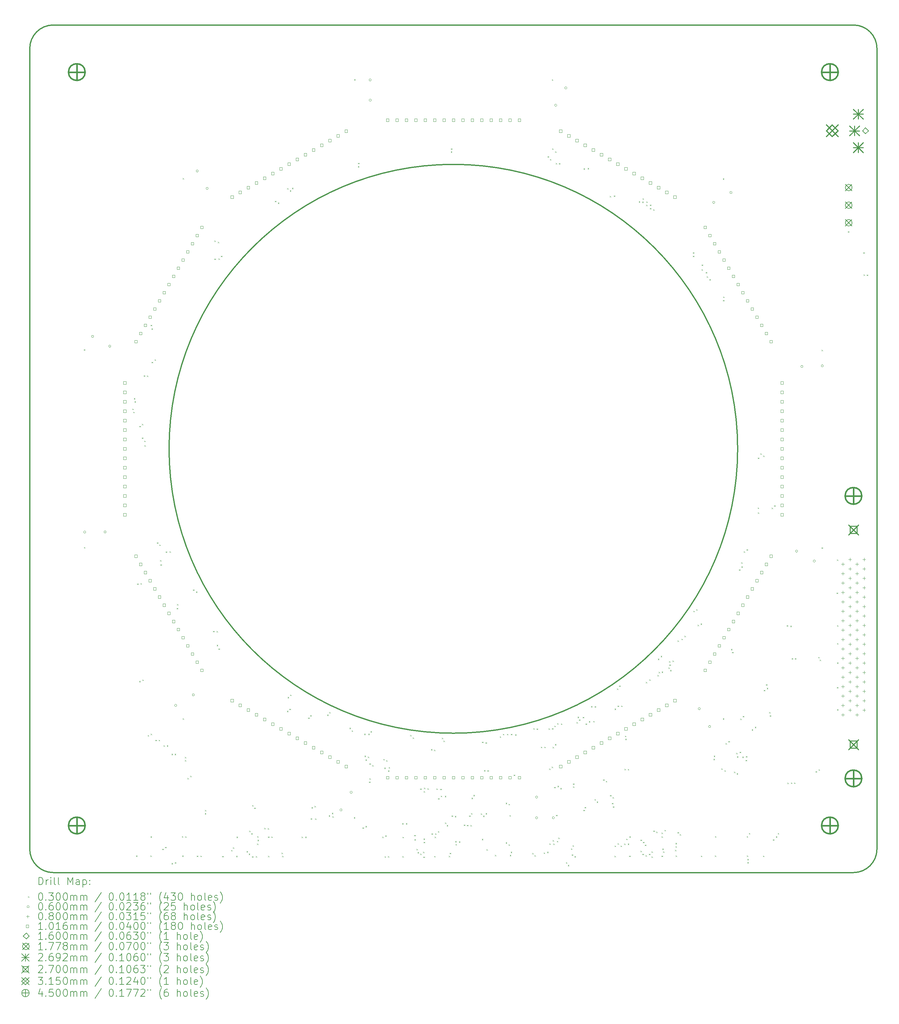
<source format=gbr>
%TF.GenerationSoftware,KiCad,Pcbnew,8.0.5*%
%TF.CreationDate,2024-10-09T12:00:03-04:00*%
%TF.ProjectId,ni_arena_12-12,6e695f61-7265-46e6-915f-31322d31322e,v0.1.1*%
%TF.SameCoordinates,Original*%
%TF.FileFunction,Drillmap*%
%TF.FilePolarity,Positive*%
%FSLAX45Y45*%
G04 Gerber Fmt 4.5, Leading zero omitted, Abs format (unit mm)*
G04 Created by KiCad (PCBNEW 8.0.5) date 2024-10-09 12:00:03*
%MOMM*%
%LPD*%
G01*
G04 APERTURE LIST*
%ADD10C,0.300000*%
%ADD11C,0.200000*%
%ADD12C,0.100000*%
%ADD13C,0.101600*%
%ADD14C,0.160020*%
%ADD15C,0.177800*%
%ADD16C,0.269240*%
%ADD17C,0.270000*%
%ADD18C,0.314960*%
%ADD19C,0.450000*%
G04 APERTURE END LIST*
D10*
X28575000Y-6350000D02*
G75*
G02*
X29210000Y-6985000I0J-635000D01*
G01*
X6985000Y-29210000D02*
G75*
G02*
X6350000Y-28575000I0J635000D01*
G01*
X6985000Y-29210000D02*
X28575000Y-29210000D01*
X28575000Y-6350000D02*
X6985000Y-6350000D01*
X29210000Y-28575000D02*
G75*
G02*
X28575000Y-29210000I-635000J0D01*
G01*
X6350000Y-6985000D02*
G75*
G02*
X6985000Y-6350000I635000J0D01*
G01*
X6350000Y-6985000D02*
X6350000Y-28575000D01*
X25450800Y-17780000D02*
G75*
G02*
X10109200Y-17780000I-7670800J0D01*
G01*
X10109200Y-17780000D02*
G75*
G02*
X25450800Y-17780000I7670800J0D01*
G01*
X29210000Y-28575000D02*
X29210000Y-6985000D01*
D11*
D12*
X7808200Y-15098000D02*
X7838200Y-15128000D01*
X7838200Y-15098000D02*
X7808200Y-15128000D01*
X7813280Y-20429500D02*
X7843280Y-20459500D01*
X7843280Y-20429500D02*
X7813280Y-20459500D01*
X9116300Y-16695660D02*
X9146300Y-16725660D01*
X9146300Y-16695660D02*
X9116300Y-16725660D01*
X9141700Y-16782020D02*
X9171700Y-16812020D01*
X9171700Y-16782020D02*
X9141700Y-16812020D01*
X9159480Y-16413720D02*
X9189480Y-16443720D01*
X9189480Y-16413720D02*
X9159480Y-16443720D01*
X9178620Y-16500130D02*
X9208620Y-16530130D01*
X9208620Y-16500130D02*
X9178620Y-16530130D01*
X9220440Y-28748000D02*
X9250440Y-28778000D01*
X9250440Y-28748000D02*
X9220440Y-28778000D01*
X9250920Y-21412440D02*
X9280920Y-21442440D01*
X9280920Y-21412440D02*
X9250920Y-21442440D01*
X9304260Y-24043880D02*
X9334260Y-24073880D01*
X9334260Y-24043880D02*
X9304260Y-24073880D01*
X9310440Y-17161830D02*
X9340440Y-17191830D01*
X9340440Y-17161830D02*
X9310440Y-17191830D01*
X9339820Y-21405180D02*
X9369820Y-21435180D01*
X9369820Y-21405180D02*
X9339820Y-21435180D01*
X9376730Y-17477980D02*
X9406730Y-17507980D01*
X9406730Y-17477980D02*
X9376730Y-17507980D01*
X9377920Y-17109680D02*
X9407920Y-17139680D01*
X9407920Y-17109680D02*
X9377920Y-17139680D01*
X9387750Y-24004870D02*
X9417750Y-24034870D01*
X9417750Y-24004870D02*
X9387750Y-24034870D01*
X9426180Y-15801580D02*
X9456180Y-15831580D01*
X9456180Y-15801580D02*
X9426180Y-15831580D01*
X9441730Y-17559260D02*
X9471730Y-17589260D01*
X9471730Y-17559260D02*
X9441730Y-17589260D01*
X9441930Y-17681520D02*
X9471930Y-17711520D01*
X9471930Y-17681520D02*
X9441930Y-17711520D01*
X9510000Y-15804120D02*
X9540000Y-15834120D01*
X9540000Y-15804120D02*
X9510000Y-15834120D01*
X9532860Y-25504380D02*
X9562860Y-25534380D01*
X9562860Y-25504380D02*
X9532860Y-25534380D01*
X9606520Y-28748300D02*
X9636520Y-28778300D01*
X9636520Y-28748300D02*
X9606520Y-28778300D01*
X9609060Y-28232300D02*
X9639060Y-28262300D01*
X9639060Y-28232300D02*
X9609060Y-28262300D01*
X9612680Y-25466280D02*
X9642680Y-25496280D01*
X9642680Y-25466280D02*
X9612680Y-25496280D01*
X9614140Y-14435060D02*
X9644140Y-14465060D01*
X9644140Y-14435060D02*
X9614140Y-14465060D01*
X9634423Y-14534083D02*
X9664423Y-14564083D01*
X9664423Y-14534083D02*
X9634423Y-14564083D01*
X9639540Y-15435820D02*
X9669540Y-15465820D01*
X9669540Y-15435820D02*
X9639540Y-15465820D01*
X9718038Y-15369538D02*
X9748038Y-15399538D01*
X9748038Y-15369538D02*
X9718038Y-15399538D01*
X9741140Y-25628840D02*
X9771140Y-25658840D01*
X9771140Y-25628840D02*
X9741140Y-25658840D01*
X9784320Y-20302460D02*
X9814320Y-20332460D01*
X9814320Y-20302460D02*
X9784320Y-20332460D01*
X9830040Y-25631380D02*
X9860040Y-25661380D01*
X9860040Y-25631380D02*
X9830040Y-25661380D01*
X9844480Y-20362620D02*
X9874480Y-20392620D01*
X9874480Y-20362620D02*
X9844480Y-20392620D01*
X9868700Y-20783210D02*
X9898700Y-20813210D01*
X9898700Y-20783210D02*
X9868700Y-20813210D01*
X9875760Y-20896820D02*
X9905760Y-20926820D01*
X9905760Y-20896820D02*
X9875760Y-20926820D01*
X9928420Y-28567660D02*
X9958420Y-28597660D01*
X9958420Y-28567660D02*
X9928420Y-28597660D01*
X9962120Y-25778700D02*
X9992120Y-25808700D01*
X9992120Y-25778700D02*
X9962120Y-25808700D01*
X10002760Y-28516820D02*
X10032760Y-28546820D01*
X10032760Y-28516820D02*
X10002760Y-28546820D01*
X10020540Y-20551380D02*
X10050540Y-20581380D01*
X10050540Y-20551380D02*
X10020540Y-20581380D01*
X10048480Y-25778700D02*
X10078480Y-25808700D01*
X10078480Y-25778700D02*
X10048480Y-25808700D01*
X10122140Y-20543760D02*
X10152140Y-20573760D01*
X10152140Y-20543760D02*
X10122140Y-20573760D01*
X10175480Y-26004760D02*
X10205480Y-26034760D01*
X10205480Y-26004760D02*
X10175480Y-26034760D01*
X10175480Y-28953700D02*
X10205480Y-28983700D01*
X10205480Y-28953700D02*
X10175480Y-28983700D01*
X10259300Y-26007300D02*
X10289300Y-26037300D01*
X10289300Y-26007300D02*
X10259300Y-26037300D01*
X10266920Y-28930840D02*
X10296920Y-28960840D01*
X10296920Y-28930840D02*
X10266920Y-28960840D01*
X10314940Y-22072320D02*
X10344940Y-22102320D01*
X10344940Y-22072320D02*
X10314940Y-22102320D01*
X10322800Y-21966160D02*
X10352800Y-21996160D01*
X10352800Y-21966160D02*
X10322800Y-21996160D01*
X10457400Y-28229800D02*
X10487400Y-28259800D01*
X10487400Y-28229800D02*
X10457400Y-28259800D01*
X10465000Y-28749800D02*
X10495000Y-28779800D01*
X10495000Y-28749800D02*
X10465000Y-28779800D01*
X10475200Y-10480300D02*
X10505200Y-10510300D01*
X10505200Y-10480300D02*
X10475200Y-10510300D01*
X10477700Y-25047200D02*
X10507700Y-25077200D01*
X10507700Y-25047200D02*
X10477700Y-25077200D01*
X10536160Y-26092770D02*
X10566160Y-26122770D01*
X10566160Y-26092770D02*
X10536160Y-26122770D01*
X10536160Y-26177480D02*
X10566160Y-26207480D01*
X10566160Y-26177480D02*
X10536160Y-26207480D01*
X10546320Y-28232340D02*
X10576320Y-28262340D01*
X10576320Y-28232340D02*
X10546320Y-28262340D01*
X10604910Y-26657370D02*
X10634910Y-26687370D01*
X10634910Y-26657370D02*
X10604910Y-26687370D01*
X10678400Y-26599820D02*
X10708400Y-26629820D01*
X10708400Y-26599820D02*
X10678400Y-26629820D01*
X10757140Y-21572460D02*
X10787140Y-21602460D01*
X10787140Y-21572460D02*
X10757140Y-21602460D01*
X10838420Y-21628340D02*
X10868420Y-21658340D01*
X10868420Y-21628340D02*
X10838420Y-21658340D01*
X10856200Y-28753000D02*
X10886200Y-28783000D01*
X10886200Y-28753000D02*
X10856200Y-28783000D01*
X10955260Y-28753040D02*
X10985260Y-28783040D01*
X10985260Y-28753040D02*
X10955260Y-28783040D01*
X11072100Y-27604960D02*
X11102100Y-27634960D01*
X11102100Y-27604960D02*
X11072100Y-27634960D01*
X11077180Y-27521140D02*
X11107180Y-27551140D01*
X11107180Y-27521140D02*
X11077180Y-27551140D01*
X11297660Y-22692100D02*
X11327660Y-22722100D01*
X11327660Y-22692100D02*
X11297660Y-22722100D01*
X11331180Y-12164300D02*
X11361180Y-12194300D01*
X11361180Y-12164300D02*
X11331180Y-12194300D01*
X11331180Y-12649440D02*
X11361180Y-12679440D01*
X11361180Y-12649440D02*
X11331180Y-12679440D01*
X11392140Y-22695140D02*
X11422140Y-22725140D01*
X11422140Y-22695140D02*
X11392140Y-22725140D01*
X11394680Y-23068520D02*
X11424680Y-23098520D01*
X11424680Y-23068520D02*
X11394680Y-23098520D01*
X11425160Y-12197320D02*
X11455160Y-12227320D01*
X11455160Y-12197320D02*
X11425160Y-12227320D01*
X11440400Y-12646900D02*
X11470400Y-12676900D01*
X11470400Y-12646900D02*
X11440400Y-12676900D01*
X11440400Y-23165040D02*
X11470400Y-23195040D01*
X11470400Y-23165040D02*
X11440400Y-23195040D01*
X11511520Y-12575780D02*
X11541520Y-12605780D01*
X11541520Y-12575780D02*
X11511520Y-12605780D01*
X11544500Y-28763200D02*
X11574500Y-28793200D01*
X11574500Y-28763200D02*
X11544500Y-28793200D01*
X11783300Y-28600640D02*
X11813300Y-28630640D01*
X11813300Y-28600640D02*
X11783300Y-28630640D01*
X11832895Y-28530725D02*
X11862895Y-28560725D01*
X11862895Y-28530725D02*
X11832895Y-28560725D01*
X11920500Y-28758100D02*
X11950500Y-28788100D01*
X11950500Y-28758100D02*
X11920500Y-28788100D01*
X11928100Y-28240000D02*
X11958100Y-28270000D01*
X11958100Y-28240000D02*
X11928100Y-28270000D01*
X12198850Y-28629620D02*
X12228850Y-28659620D01*
X12228850Y-28629620D02*
X12198850Y-28659620D01*
X12258280Y-28699700D02*
X12288280Y-28729700D01*
X12288280Y-28699700D02*
X12258280Y-28729700D01*
X12269952Y-28081452D02*
X12299952Y-28111452D01*
X12299952Y-28081452D02*
X12269952Y-28111452D01*
X12326860Y-28147480D02*
X12356860Y-28177480D01*
X12356860Y-28147480D02*
X12326860Y-28177480D01*
X12349720Y-28770820D02*
X12379720Y-28800820D01*
X12379720Y-28770820D02*
X12349720Y-28800820D01*
X12352260Y-27389060D02*
X12382260Y-27419060D01*
X12382260Y-27389060D02*
X12352260Y-27419060D01*
X12405600Y-27457640D02*
X12435600Y-27487640D01*
X12435600Y-27457640D02*
X12405600Y-27487640D01*
X12448780Y-28768280D02*
X12478780Y-28798280D01*
X12478780Y-28768280D02*
X12448780Y-28798280D01*
X12483700Y-28429820D02*
X12513700Y-28459820D01*
X12513700Y-28429820D02*
X12483700Y-28459820D01*
X12486880Y-28229800D02*
X12516880Y-28259800D01*
X12516880Y-28229800D02*
X12486880Y-28259800D01*
X12494500Y-28326320D02*
X12524500Y-28356320D01*
X12524500Y-28326320D02*
X12494500Y-28356320D01*
X12677380Y-28006280D02*
X12707380Y-28036280D01*
X12707380Y-28006280D02*
X12677380Y-28036280D01*
X12771360Y-28011360D02*
X12801360Y-28041360D01*
X12801360Y-28011360D02*
X12771360Y-28041360D01*
X12779000Y-28237400D02*
X12809000Y-28267400D01*
X12809000Y-28237400D02*
X12779000Y-28267400D01*
X12779000Y-28756300D02*
X12809000Y-28786300D01*
X12809000Y-28756300D02*
X12779000Y-28786300D01*
X12870420Y-28237060D02*
X12900420Y-28267060D01*
X12900420Y-28237060D02*
X12870420Y-28267060D01*
X12964400Y-11092420D02*
X12994400Y-11122420D01*
X12994400Y-11092420D02*
X12964400Y-11122420D01*
X13045680Y-11138140D02*
X13075680Y-11168140D01*
X13075680Y-11138140D02*
X13045680Y-11168140D01*
X13144730Y-28675280D02*
X13174730Y-28705280D01*
X13174730Y-28675280D02*
X13144730Y-28705280D01*
X13160000Y-28755600D02*
X13190000Y-28785600D01*
X13190000Y-28755600D02*
X13160000Y-28785600D01*
X13293300Y-24848190D02*
X13323300Y-24878190D01*
X13323300Y-24848190D02*
X13293300Y-24878190D01*
X13294600Y-10749520D02*
X13324600Y-10779520D01*
X13324600Y-10749520D02*
X13294600Y-10779520D01*
X13309980Y-24475630D02*
X13339980Y-24505630D01*
X13339980Y-24475630D02*
X13309980Y-24505630D01*
X13355560Y-24793180D02*
X13385560Y-24823180D01*
X13385560Y-24793180D02*
X13355560Y-24823180D01*
X13368260Y-10810480D02*
X13398260Y-10840480D01*
X13398260Y-10810480D02*
X13368260Y-10840480D01*
X13378420Y-24412180D02*
X13408420Y-24442180D01*
X13408420Y-24412180D02*
X13378420Y-24442180D01*
X13429220Y-10739360D02*
X13459220Y-10769360D01*
X13459220Y-10739360D02*
X13429220Y-10769360D01*
X13685760Y-28239960D02*
X13715760Y-28269960D01*
X13715760Y-28239960D02*
X13685760Y-28269960D01*
X13784820Y-28242500D02*
X13814820Y-28272500D01*
X13814820Y-28242500D02*
X13784820Y-28272500D01*
X13863800Y-25029450D02*
X13893800Y-25059450D01*
X13893800Y-25029450D02*
X13863800Y-25059450D01*
X13919440Y-24964450D02*
X13949440Y-24994450D01*
X13949440Y-24964450D02*
X13919440Y-24994450D01*
X13929928Y-27744502D02*
X13959928Y-27774502D01*
X13959928Y-27744502D02*
X13929928Y-27774502D01*
X13952460Y-27447480D02*
X13982460Y-27477480D01*
X13982460Y-27447480D02*
X13952460Y-27477480D01*
X14032720Y-27413160D02*
X14062720Y-27443160D01*
X14062720Y-27413160D02*
X14032720Y-27443160D01*
X14051520Y-27749740D02*
X14081520Y-27779740D01*
X14081520Y-27749740D02*
X14051520Y-27779740D01*
X14376640Y-24948120D02*
X14406640Y-24978120D01*
X14406640Y-24948120D02*
X14376640Y-24978120D01*
X14419820Y-27667420D02*
X14449820Y-27697420D01*
X14449820Y-27667420D02*
X14419820Y-27697420D01*
X14432520Y-24880000D02*
X14462520Y-24910000D01*
X14462520Y-24880000D02*
X14432520Y-24910000D01*
X14503640Y-27597340D02*
X14533640Y-27627340D01*
X14533640Y-27597340D02*
X14503640Y-27627340D01*
X14513800Y-27691320D02*
X14543800Y-27721320D01*
X14543800Y-27691320D02*
X14513800Y-27721320D01*
X14976550Y-25304980D02*
X15006550Y-25334980D01*
X15006550Y-25304980D02*
X14976550Y-25334980D01*
X15037040Y-25374840D02*
X15067040Y-25404840D01*
X15067040Y-25374840D02*
X15037040Y-25404840D01*
X15095500Y-27714200D02*
X15125500Y-27744200D01*
X15125500Y-27714200D02*
X15095500Y-27744200D01*
X15105600Y-7813280D02*
X15135600Y-7843280D01*
X15135600Y-7813280D02*
X15105600Y-7843280D01*
X15206530Y-10156220D02*
X15236530Y-10186220D01*
X15236530Y-10156220D02*
X15206530Y-10186220D01*
X15209760Y-10068800D02*
X15239760Y-10098800D01*
X15239760Y-10068800D02*
X15209760Y-10098800D01*
X15330620Y-27993120D02*
X15360620Y-28023120D01*
X15360620Y-27993120D02*
X15330620Y-28023120D01*
X15373850Y-25463480D02*
X15403850Y-25493480D01*
X15403850Y-25463480D02*
X15373850Y-25493480D01*
X15382480Y-26055560D02*
X15412480Y-26085560D01*
X15412480Y-26055560D02*
X15382480Y-26085560D01*
X15408240Y-26157040D02*
X15438240Y-26187040D01*
X15438240Y-26157040D02*
X15408240Y-26187040D01*
X15410420Y-27952940D02*
X15440420Y-27982940D01*
X15440420Y-27952940D02*
X15410420Y-27982940D01*
X15473430Y-26080420D02*
X15503430Y-26110420D01*
X15503430Y-26080420D02*
X15473430Y-26110420D01*
X15486620Y-25463140D02*
X15516620Y-25493140D01*
X15516620Y-25463140D02*
X15486620Y-25493140D01*
X15507968Y-26755572D02*
X15537968Y-26785572D01*
X15537968Y-26755572D02*
X15507968Y-26785572D01*
X15514085Y-26667225D02*
X15544085Y-26697225D01*
X15544085Y-26667225D02*
X15514085Y-26697225D01*
X15515510Y-26264300D02*
X15545510Y-26294300D01*
X15545510Y-26264300D02*
X15515510Y-26294300D01*
X15542940Y-25398140D02*
X15572940Y-25428140D01*
X15572940Y-25398140D02*
X15542940Y-25428140D01*
X15590760Y-26309560D02*
X15620760Y-26339560D01*
X15620760Y-26309560D02*
X15590760Y-26339560D01*
X15860000Y-28242500D02*
X15890000Y-28272500D01*
X15890000Y-28242500D02*
X15860000Y-28272500D01*
X15890480Y-26144460D02*
X15920480Y-26174460D01*
X15920480Y-26144460D02*
X15890480Y-26174460D01*
X15915880Y-26380680D02*
X15945880Y-26410680D01*
X15945880Y-26380680D02*
X15915880Y-26410680D01*
X15926040Y-28770820D02*
X15956040Y-28800820D01*
X15956040Y-28770820D02*
X15926040Y-28800820D01*
X15943613Y-28209273D02*
X15973613Y-28239273D01*
X15973613Y-28209273D02*
X15943613Y-28239273D01*
X15966680Y-26180020D02*
X15996680Y-26210020D01*
X15996680Y-26180020D02*
X15966680Y-26210020D01*
X16014900Y-28768300D02*
X16044900Y-28798300D01*
X16044900Y-28768300D02*
X16014900Y-28798300D01*
X16017090Y-26457250D02*
X16047090Y-26487250D01*
X16047090Y-26457250D02*
X16017090Y-26487250D01*
X16035260Y-26367980D02*
X16065260Y-26397980D01*
X16065260Y-26367980D02*
X16035260Y-26397980D01*
X16401020Y-27877570D02*
X16431020Y-27907570D01*
X16431020Y-27877570D02*
X16401020Y-27907570D01*
X16403600Y-28765100D02*
X16433600Y-28795100D01*
X16433600Y-28765100D02*
X16403600Y-28795100D01*
X16408600Y-28245000D02*
X16438600Y-28275000D01*
X16438600Y-28245000D02*
X16408600Y-28275000D01*
X16500080Y-27879280D02*
X16530080Y-27909280D01*
X16530080Y-27879280D02*
X16500080Y-27909280D01*
X16614380Y-25500340D02*
X16644380Y-25530340D01*
X16644380Y-25500340D02*
X16614380Y-25530340D01*
X16682960Y-25565340D02*
X16712960Y-25595340D01*
X16712960Y-25565340D02*
X16682960Y-25595340D01*
X16725250Y-28196780D02*
X16755250Y-28226780D01*
X16755250Y-28196780D02*
X16725250Y-28226780D01*
X16731220Y-28308540D02*
X16761220Y-28338540D01*
X16761220Y-28308540D02*
X16731220Y-28338540D01*
X16786930Y-28569830D02*
X16816930Y-28599830D01*
X16816930Y-28569830D02*
X16786930Y-28599830D01*
X16815040Y-28656520D02*
X16845040Y-28686520D01*
X16845040Y-28656520D02*
X16815040Y-28686520D01*
X16886160Y-28699700D02*
X16916160Y-28729700D01*
X16916160Y-28699700D02*
X16886160Y-28729700D01*
X16887810Y-26942020D02*
X16917810Y-26972020D01*
X16917810Y-26942020D02*
X16887810Y-26972020D01*
X16962360Y-28648900D02*
X16992360Y-28678900D01*
X16992360Y-28648900D02*
X16962360Y-28678900D01*
X16972520Y-28779500D02*
X17002520Y-28809500D01*
X17002520Y-28779500D02*
X16972520Y-28809500D01*
X16974020Y-28292272D02*
X17004020Y-28322272D01*
X17004020Y-28292272D02*
X16974020Y-28322272D01*
X16980140Y-27013140D02*
X17010140Y-27043140D01*
X17010140Y-27013140D02*
X16980140Y-27043140D01*
X16980140Y-28382200D02*
X17010140Y-28412200D01*
X17010140Y-28382200D02*
X16980140Y-28412200D01*
X16987760Y-26919160D02*
X17017760Y-26949160D01*
X17017760Y-26919160D02*
X16987760Y-26949160D01*
X17081740Y-26936940D02*
X17111740Y-26966940D01*
X17111740Y-26936940D02*
X17081740Y-26966940D01*
X17178260Y-25880300D02*
X17208260Y-25910300D01*
X17208260Y-25880300D02*
X17178260Y-25910300D01*
X17190960Y-28154300D02*
X17220960Y-28184300D01*
X17220960Y-28154300D02*
X17190960Y-28184300D01*
X17257000Y-25895740D02*
X17287000Y-25925740D01*
X17287000Y-25895740D02*
X17257000Y-25925740D01*
X17264600Y-28762600D02*
X17294600Y-28792600D01*
X17294600Y-28762600D02*
X17264600Y-28792600D01*
X17277300Y-28240000D02*
X17307300Y-28270000D01*
X17307300Y-28240000D02*
X17277300Y-28270000D01*
X17287480Y-28154300D02*
X17317480Y-28184300D01*
X17317480Y-28154300D02*
X17287480Y-28184300D01*
X17320500Y-26942020D02*
X17350500Y-26972020D01*
X17350500Y-26942020D02*
X17320500Y-26972020D01*
X17364950Y-28092870D02*
X17394950Y-28122870D01*
X17394950Y-28092870D02*
X17364950Y-28122870D01*
X17368760Y-27204880D02*
X17398760Y-27234880D01*
X17398760Y-27204880D02*
X17368760Y-27234880D01*
X17427180Y-26952180D02*
X17457180Y-26982180D01*
X17457180Y-26952180D02*
X17427180Y-26982180D01*
X17442420Y-27135060D02*
X17472420Y-27165060D01*
X17472420Y-27135060D02*
X17442420Y-27165060D01*
X17470360Y-25572960D02*
X17500360Y-25602960D01*
X17500360Y-25572960D02*
X17470360Y-25602960D01*
X17511000Y-25651360D02*
X17541000Y-25681360D01*
X17541000Y-25651360D02*
X17511000Y-25681360D01*
X17549100Y-27139690D02*
X17579100Y-27169690D01*
X17579100Y-27139690D02*
X17549100Y-27169690D01*
X17554180Y-27858960D02*
X17584180Y-27888960D01*
X17584180Y-27858960D02*
X17554180Y-27888960D01*
X17602440Y-27927540D02*
X17632440Y-27957540D01*
X17632440Y-27927540D02*
X17602440Y-27957540D01*
X17655800Y-28758100D02*
X17685800Y-28788100D01*
X17685800Y-28758100D02*
X17655800Y-28788100D01*
X17680850Y-28676470D02*
X17710850Y-28706470D01*
X17710850Y-28676470D02*
X17680850Y-28706470D01*
X17711660Y-9759070D02*
X17741660Y-9789070D01*
X17741660Y-9759070D02*
X17711660Y-9789070D01*
X17714200Y-9677640D02*
X17744200Y-9707640D01*
X17744200Y-9677640D02*
X17714200Y-9707640D01*
X17734520Y-27671000D02*
X17764520Y-27701000D01*
X17764520Y-27671000D02*
X17734520Y-27701000D01*
X17823420Y-27683700D02*
X17853420Y-27713700D01*
X17853420Y-27683700D02*
X17823420Y-27713700D01*
X17828372Y-28359212D02*
X17858372Y-28389212D01*
X17858372Y-28359212D02*
X17828372Y-28389212D01*
X17838660Y-28439650D02*
X17868660Y-28469650D01*
X17868660Y-28439650D02*
X17838660Y-28469650D01*
X17932640Y-28369500D02*
X17962640Y-28399500D01*
X17962640Y-28369500D02*
X17932640Y-28399500D01*
X18062180Y-27917380D02*
X18092180Y-27947380D01*
X18092180Y-27917380D02*
X18062180Y-27947380D01*
X18148540Y-27923890D02*
X18178540Y-27953890D01*
X18178540Y-27923890D02*
X18148540Y-27953890D01*
X18206960Y-27671000D02*
X18236960Y-27701000D01*
X18236960Y-27671000D02*
X18206960Y-27701000D01*
X18239980Y-27927540D02*
X18269980Y-27957540D01*
X18269980Y-27927540D02*
X18239980Y-27957540D01*
X18257760Y-27606460D02*
X18287760Y-27636460D01*
X18287760Y-27606460D02*
X18257760Y-27636460D01*
X18272453Y-27193363D02*
X18302453Y-27223363D01*
X18302453Y-27193363D02*
X18272453Y-27223363D01*
X18321260Y-27117280D02*
X18351260Y-27147280D01*
X18351260Y-27117280D02*
X18321260Y-27147280D01*
X18518340Y-27615120D02*
X18548340Y-27645120D01*
X18548340Y-27615120D02*
X18518340Y-27645120D01*
X18549900Y-28300900D02*
X18579900Y-28330900D01*
X18579900Y-28300900D02*
X18549900Y-28330900D01*
X18554940Y-25679640D02*
X18584940Y-25709640D01*
X18584940Y-25679640D02*
X18554940Y-25709640D01*
X18583158Y-27675318D02*
X18613158Y-27705318D01*
X18613158Y-27675318D02*
X18583158Y-27705318D01*
X18609360Y-26445260D02*
X18639360Y-26475260D01*
X18639360Y-26445260D02*
X18609360Y-26475260D01*
X18646380Y-25696570D02*
X18676380Y-25726570D01*
X18676380Y-25696570D02*
X18646380Y-25726570D01*
X18651460Y-27606460D02*
X18681460Y-27636460D01*
X18681460Y-27606460D02*
X18651460Y-27636460D01*
X18674300Y-28577800D02*
X18704300Y-28607800D01*
X18704300Y-28577800D02*
X18674300Y-28607800D01*
X18699908Y-26451988D02*
X18729908Y-26481988D01*
X18729908Y-26451988D02*
X18699908Y-26481988D01*
X18900400Y-28732700D02*
X18930400Y-28762700D01*
X18930400Y-28732700D02*
X18900400Y-28762700D01*
X19032460Y-25534860D02*
X19062460Y-25564860D01*
X19062460Y-25534860D02*
X19032460Y-25564860D01*
X19116280Y-25469860D02*
X19146280Y-25499860D01*
X19146280Y-25469860D02*
X19116280Y-25499860D01*
X19192500Y-27328100D02*
X19222500Y-27358100D01*
X19222500Y-27328100D02*
X19192500Y-27358100D01*
X19192500Y-28392400D02*
X19222500Y-28422400D01*
X19222500Y-28392400D02*
X19192500Y-28422400D01*
X19228040Y-25469860D02*
X19258040Y-25499860D01*
X19258040Y-25469860D02*
X19228040Y-25499860D01*
X19268680Y-27358580D02*
X19298680Y-27388580D01*
X19298680Y-27358580D02*
X19268680Y-27388580D01*
X19271220Y-28448240D02*
X19301220Y-28478240D01*
X19301220Y-28448240D02*
X19271220Y-28478240D01*
X19295870Y-27660810D02*
X19325870Y-27690810D01*
X19325870Y-27660810D02*
X19295870Y-27690810D01*
X19301700Y-28732700D02*
X19331700Y-28762700D01*
X19331700Y-28732700D02*
X19301700Y-28762700D01*
X19329640Y-28648900D02*
X19359640Y-28678900D01*
X19359640Y-28648900D02*
X19329640Y-28678900D01*
X19334720Y-25469860D02*
X19364720Y-25499860D01*
X19364720Y-25469860D02*
X19334720Y-25499860D01*
X19410020Y-26567540D02*
X19440020Y-26597540D01*
X19440020Y-26567540D02*
X19410020Y-26597540D01*
X19447190Y-25483030D02*
X19477190Y-25513030D01*
X19477190Y-25483030D02*
X19447190Y-25513030D01*
X19908760Y-28681920D02*
X19938760Y-28711920D01*
X19938760Y-28681920D02*
X19908760Y-28711920D01*
X19939240Y-25316420D02*
X19969240Y-25346420D01*
X19969240Y-25316420D02*
X19939240Y-25346420D01*
X19965845Y-28741545D02*
X19995845Y-28771545D01*
X19995845Y-28741545D02*
X19965845Y-28771545D01*
X20026870Y-25325310D02*
X20056870Y-25355310D01*
X20056870Y-25325310D02*
X20026870Y-25355310D01*
X20142847Y-25817057D02*
X20172847Y-25847057D01*
X20172847Y-25817057D02*
X20142847Y-25847057D01*
X20218350Y-28669700D02*
X20248350Y-28699700D01*
X20248350Y-28669700D02*
X20218350Y-28699700D01*
X20233880Y-25816800D02*
X20263880Y-25846800D01*
X20263880Y-25816800D02*
X20233880Y-25846800D01*
X20310080Y-28648900D02*
X20340080Y-28678900D01*
X20340080Y-28648900D02*
X20310080Y-28678900D01*
X20322780Y-9888460D02*
X20352780Y-9918460D01*
X20352780Y-9888460D02*
X20322780Y-9918460D01*
X20350720Y-25318960D02*
X20380720Y-25348960D01*
X20380720Y-25318960D02*
X20350720Y-25348960D01*
X20365960Y-26403540D02*
X20395960Y-26433540D01*
X20395960Y-26403540D02*
X20365960Y-26433540D01*
X20371040Y-28425380D02*
X20401040Y-28455380D01*
X20401040Y-28425380D02*
X20371040Y-28455380D01*
X20388820Y-9964660D02*
X20418820Y-9994660D01*
X20418820Y-9964660D02*
X20388820Y-9994660D01*
X20433028Y-26354252D02*
X20463028Y-26384252D01*
X20463028Y-26354252D02*
X20433028Y-26384252D01*
X20437100Y-7815820D02*
X20467100Y-7845820D01*
X20467100Y-7815820D02*
X20437100Y-7845820D01*
X20444144Y-25317460D02*
X20474144Y-25347460D01*
X20474144Y-25317460D02*
X20444144Y-25347460D01*
X20447240Y-9680180D02*
X20477240Y-9710180D01*
X20477240Y-9680180D02*
X20447240Y-9710180D01*
X20457400Y-25821880D02*
X20487400Y-25851880D01*
X20487400Y-25821880D02*
X20457400Y-25851880D01*
X20460200Y-28334200D02*
X20490200Y-28364200D01*
X20490200Y-28334200D02*
X20460200Y-28364200D01*
X20475180Y-28427920D02*
X20505180Y-28457920D01*
X20505180Y-28427920D02*
X20475180Y-28457920D01*
X20503120Y-26901380D02*
X20533120Y-26931380D01*
X20533120Y-26901380D02*
X20503120Y-26931380D01*
X20504670Y-25250180D02*
X20534670Y-25280180D01*
X20534670Y-25250180D02*
X20504670Y-25280180D01*
X20523440Y-25745680D02*
X20553440Y-25775680D01*
X20553440Y-25745680D02*
X20523440Y-25775680D01*
X20527250Y-9759070D02*
X20557250Y-9789070D01*
X20557250Y-9759070D02*
X20527250Y-9789070D01*
X20543760Y-10073880D02*
X20573760Y-10103880D01*
X20573760Y-10073880D02*
X20543760Y-10103880D01*
X20553920Y-27653220D02*
X20583920Y-27683220D01*
X20583920Y-27653220D02*
X20553920Y-27683220D01*
X20571700Y-28356800D02*
X20601700Y-28386800D01*
X20601700Y-28356800D02*
X20571700Y-28386800D01*
X20581860Y-25181800D02*
X20611860Y-25211800D01*
X20611860Y-25181800D02*
X20581860Y-25211800D01*
X20589480Y-26870900D02*
X20619480Y-26900900D01*
X20619480Y-26870900D02*
X20589480Y-26900900D01*
X20610284Y-28265360D02*
X20640284Y-28295360D01*
X20640284Y-28265360D02*
X20610284Y-28295360D01*
X20630120Y-10075250D02*
X20660120Y-10105250D01*
X20660120Y-10075250D02*
X20630120Y-10105250D01*
X20665680Y-26929320D02*
X20695680Y-26959320D01*
X20695680Y-26929320D02*
X20665680Y-26959320D01*
X20683460Y-25187270D02*
X20713460Y-25217270D01*
X20713460Y-25187270D02*
X20683460Y-25217270D01*
X20818080Y-28933380D02*
X20848080Y-28963380D01*
X20848080Y-28933380D02*
X20818080Y-28963380D01*
X20868880Y-29004500D02*
X20898880Y-29034500D01*
X20898880Y-29004500D02*
X20868880Y-29034500D01*
X20955240Y-28558340D02*
X20985240Y-28588340D01*
X20985240Y-28558340D02*
X20955240Y-28588340D01*
X20975560Y-28718980D02*
X21005560Y-28748980D01*
X21005560Y-28718980D02*
X20975560Y-28748980D01*
X20998420Y-28476180D02*
X21028420Y-28506180D01*
X21028420Y-28476180D02*
X20998420Y-28506180D01*
X21011120Y-26804860D02*
X21041120Y-26834860D01*
X21041120Y-26804860D02*
X21011120Y-26834860D01*
X21011120Y-26888680D02*
X21041120Y-26918680D01*
X21041120Y-26888680D02*
X21011120Y-26918680D01*
X21049220Y-28765740D02*
X21079220Y-28795740D01*
X21079220Y-28765740D02*
X21049220Y-28795740D01*
X21100720Y-25150910D02*
X21130720Y-25180910D01*
X21130720Y-25150910D02*
X21100720Y-25180910D01*
X21130500Y-25006540D02*
X21160500Y-25036540D01*
X21160500Y-25006540D02*
X21130500Y-25036540D01*
X21171140Y-25080200D02*
X21201140Y-25110200D01*
X21201140Y-25080200D02*
X21171140Y-25110200D01*
X21272740Y-25011620D02*
X21302740Y-25041620D01*
X21302740Y-25011620D02*
X21272740Y-25041620D01*
X21287980Y-27518600D02*
X21317980Y-27548600D01*
X21317980Y-27518600D02*
X21287980Y-27548600D01*
X21291460Y-10214330D02*
X21321460Y-10244330D01*
X21321460Y-10214330D02*
X21291460Y-10244330D01*
X21323540Y-27442400D02*
X21353540Y-27472400D01*
X21353540Y-27442400D02*
X21323540Y-27472400D01*
X21346687Y-25187460D02*
X21376687Y-25217460D01*
X21376687Y-25187460D02*
X21346687Y-25217460D01*
X21404820Y-10205960D02*
X21434820Y-10235960D01*
X21434820Y-10205960D02*
X21404820Y-10235960D01*
X21437840Y-25124420D02*
X21467840Y-25154420D01*
X21467840Y-25124420D02*
X21437840Y-25154420D01*
X21495665Y-24718925D02*
X21525665Y-24748925D01*
X21525665Y-24718925D02*
X21495665Y-24748925D01*
X21554680Y-25119650D02*
X21584680Y-25149650D01*
X21584680Y-25119650D02*
X21554680Y-25149650D01*
X21590240Y-27229040D02*
X21620240Y-27259040D01*
X21620240Y-27229040D02*
X21590240Y-27259040D01*
X21592780Y-24724600D02*
X21622780Y-24754600D01*
X21622780Y-24724600D02*
X21592780Y-24754600D01*
X21650410Y-27291750D02*
X21680410Y-27321750D01*
X21680410Y-27291750D02*
X21650410Y-27321750D01*
X21823920Y-26695640D02*
X21853920Y-26725640D01*
X21853920Y-26695640D02*
X21823920Y-26725640D01*
X21893770Y-26739860D02*
X21923770Y-26769860D01*
X21923770Y-26739860D02*
X21893770Y-26769860D01*
X21999180Y-10959600D02*
X22029180Y-10989600D01*
X22029180Y-10959600D02*
X21999180Y-10989600D01*
X22006800Y-27119820D02*
X22036800Y-27149820D01*
X22036800Y-27119820D02*
X22006800Y-27149820D01*
X22057600Y-27330640D02*
X22087600Y-27360640D01*
X22087600Y-27330640D02*
X22057600Y-27360640D01*
X22077920Y-27175700D02*
X22107920Y-27205700D01*
X22107920Y-27175700D02*
X22077920Y-27205700D01*
X22083000Y-27424620D02*
X22113000Y-27454620D01*
X22113000Y-27424620D02*
X22083000Y-27454620D01*
X22108400Y-10950180D02*
X22138400Y-10980180D01*
X22138400Y-10950180D02*
X22108400Y-10980180D01*
X22126200Y-28755600D02*
X22156200Y-28785600D01*
X22156200Y-28755600D02*
X22126200Y-28785600D01*
X22131260Y-28483800D02*
X22161260Y-28513800D01*
X22161260Y-28483800D02*
X22131260Y-28513800D01*
X22131520Y-24787600D02*
X22161520Y-24817600D01*
X22161520Y-24787600D02*
X22131520Y-24817600D01*
X22196850Y-24244480D02*
X22226850Y-24274480D01*
X22226850Y-24244480D02*
X22196850Y-24274480D01*
X22212540Y-24706820D02*
X22242540Y-24736820D01*
X22242540Y-24706820D02*
X22212540Y-24736820D01*
X22212540Y-28420300D02*
X22242540Y-28450300D01*
X22242540Y-28420300D02*
X22212540Y-28450300D01*
X22253180Y-24165800D02*
X22283180Y-24195800D01*
X22283180Y-24165800D02*
X22253180Y-24195800D01*
X22291280Y-28481260D02*
X22321280Y-28511260D01*
X22321280Y-28481260D02*
X22291280Y-28511260D01*
X22310065Y-24705285D02*
X22340065Y-24735285D01*
X22340065Y-24705285D02*
X22310065Y-24735285D01*
X22390340Y-28427920D02*
X22420340Y-28457920D01*
X22420340Y-28427920D02*
X22390340Y-28457920D01*
X22397960Y-26413700D02*
X22427960Y-26443700D01*
X22427960Y-26413700D02*
X22397960Y-26443700D01*
X22410660Y-25519620D02*
X22440660Y-25549620D01*
X22440660Y-25519620D02*
X22410660Y-25549620D01*
X22418280Y-25600900D02*
X22448280Y-25630900D01*
X22448280Y-25600900D02*
X22418280Y-25630900D01*
X22446220Y-28295840D02*
X22476220Y-28325840D01*
X22476220Y-28295840D02*
X22446220Y-28325840D01*
X22486640Y-26415760D02*
X22516640Y-26445760D01*
X22516640Y-26415760D02*
X22486640Y-26445760D01*
X22486860Y-28427920D02*
X22516860Y-28457920D01*
X22516860Y-28427920D02*
X22486860Y-28457920D01*
X22525000Y-28754000D02*
X22555000Y-28784000D01*
X22555000Y-28754000D02*
X22525000Y-28784000D01*
X22527500Y-28234900D02*
X22557500Y-28264900D01*
X22557500Y-28234900D02*
X22527500Y-28264900D01*
X22781500Y-11105120D02*
X22811500Y-11135120D01*
X22811500Y-11105120D02*
X22781500Y-11135120D01*
X22829760Y-28321240D02*
X22859760Y-28351240D01*
X22859760Y-28321240D02*
X22829760Y-28351240D01*
X22830310Y-28623540D02*
X22860310Y-28653540D01*
X22860310Y-28623540D02*
X22830310Y-28653540D01*
X22875480Y-11112740D02*
X22905480Y-11142740D01*
X22905480Y-11112740D02*
X22875480Y-11142740D01*
X22880560Y-28702240D02*
X22910560Y-28732240D01*
X22910560Y-28702240D02*
X22880560Y-28732240D01*
X22883030Y-11022670D02*
X22913030Y-11052670D01*
X22913030Y-11022670D02*
X22883030Y-11052670D01*
X22898340Y-28382200D02*
X22928340Y-28412200D01*
X22928340Y-28382200D02*
X22898340Y-28412200D01*
X22946600Y-28455860D02*
X22976600Y-28485860D01*
X22976600Y-28455860D02*
X22946600Y-28485860D01*
X22964380Y-28742880D02*
X22994380Y-28772880D01*
X22994380Y-28742880D02*
X22964380Y-28772880D01*
X22972000Y-24069280D02*
X23002000Y-24099280D01*
X23002000Y-24069280D02*
X22972000Y-24099280D01*
X22982160Y-11199100D02*
X23012160Y-11229100D01*
X23012160Y-11199100D02*
X22982160Y-11229100D01*
X22985790Y-11108200D02*
X23015790Y-11138200D01*
X23015790Y-11108200D02*
X22985790Y-11138200D01*
X23058360Y-28702240D02*
X23088360Y-28732240D01*
X23088360Y-28702240D02*
X23058360Y-28732240D01*
X23068491Y-23999781D02*
X23098491Y-24029781D01*
X23098491Y-23999781D02*
X23068491Y-24029781D01*
X23083760Y-11194020D02*
X23113760Y-11224020D01*
X23113760Y-11194020D02*
X23083760Y-11224020D01*
X23083760Y-11285460D02*
X23113760Y-11315460D01*
X23113760Y-11285460D02*
X23083760Y-11315460D01*
X23124690Y-28637390D02*
X23154690Y-28667390D01*
X23154690Y-28637390D02*
X23124690Y-28667390D01*
X23127700Y-28773410D02*
X23157700Y-28803410D01*
X23157700Y-28773410D02*
X23127700Y-28803410D01*
X23174240Y-11321760D02*
X23204240Y-11351760D01*
X23204240Y-11321760D02*
X23174240Y-11351760D01*
X23175200Y-28074860D02*
X23205200Y-28104860D01*
X23205200Y-28074860D02*
X23175200Y-28104860D01*
X23251400Y-28105340D02*
X23281400Y-28135340D01*
X23281400Y-28105340D02*
X23251400Y-28135340D01*
X23286223Y-23880620D02*
X23316223Y-23910620D01*
X23316223Y-23880620D02*
X23286223Y-23910620D01*
X23299660Y-23439360D02*
X23329660Y-23469360D01*
X23329660Y-23439360D02*
X23299660Y-23469360D01*
X23319980Y-23797500D02*
X23349980Y-23827500D01*
X23349980Y-23797500D02*
X23319980Y-23827500D01*
X23375150Y-23366340D02*
X23405150Y-23396340D01*
X23405150Y-23366340D02*
X23375150Y-23396340D01*
X23398700Y-28234900D02*
X23428700Y-28264900D01*
X23428700Y-28234900D02*
X23398700Y-28264900D01*
X23398700Y-28753500D02*
X23428700Y-28783500D01*
X23428700Y-28753500D02*
X23398700Y-28783500D01*
X23398720Y-28130740D02*
X23428720Y-28160740D01*
X23428720Y-28130740D02*
X23398720Y-28160740D01*
X23401760Y-23785850D02*
X23431760Y-23815850D01*
X23431760Y-23785850D02*
X23401760Y-23815850D01*
X23417320Y-28561280D02*
X23447320Y-28591280D01*
X23447320Y-28561280D02*
X23417320Y-28591280D01*
X23438640Y-28641570D02*
X23468640Y-28671570D01*
X23468640Y-28641570D02*
X23438640Y-28671570D01*
X23477460Y-28059620D02*
X23507460Y-28089620D01*
X23507460Y-28059620D02*
X23477460Y-28089620D01*
X23581600Y-23678120D02*
X23611600Y-23708120D01*
X23611600Y-23678120D02*
X23581600Y-23708120D01*
X23601920Y-23507940D02*
X23631920Y-23537940D01*
X23631920Y-23507940D02*
X23601920Y-23537940D01*
X23609540Y-23596840D02*
X23639540Y-23626840D01*
X23639540Y-23596840D02*
X23609540Y-23626840D01*
X23631460Y-23746700D02*
X23661460Y-23776700D01*
X23661460Y-23746700D02*
X23631460Y-23776700D01*
X23694390Y-23489474D02*
X23724390Y-23519474D01*
X23724390Y-23489474D02*
X23694390Y-23519474D01*
X23759400Y-28598100D02*
X23789400Y-28628100D01*
X23789400Y-28598100D02*
X23759400Y-28628100D01*
X23772100Y-28412680D02*
X23802100Y-28442680D01*
X23802100Y-28412680D02*
X23772100Y-28442680D01*
X23772100Y-28501580D02*
X23802100Y-28531580D01*
X23802100Y-28501580D02*
X23772100Y-28531580D01*
X23777200Y-28750500D02*
X23807200Y-28780500D01*
X23807200Y-28750500D02*
X23777200Y-28780500D01*
X23829250Y-28116770D02*
X23859250Y-28146770D01*
X23859250Y-28116770D02*
X23829250Y-28146770D01*
X23830950Y-22950700D02*
X23860950Y-22980700D01*
X23860950Y-22950700D02*
X23830950Y-22980700D01*
X23886400Y-28173920D02*
X23916400Y-28203920D01*
X23916400Y-28173920D02*
X23886400Y-28203920D01*
X23933593Y-22904893D02*
X23963593Y-22934893D01*
X23963593Y-22904893D02*
X23933593Y-22934893D01*
X24014710Y-22823510D02*
X24044710Y-22853510D01*
X24044710Y-22823510D02*
X24014710Y-22853510D01*
X24244700Y-12480440D02*
X24274700Y-12510440D01*
X24274700Y-12480440D02*
X24244700Y-12510440D01*
X24245058Y-12572722D02*
X24275058Y-12602722D01*
X24275058Y-12572722D02*
X24245058Y-12602722D01*
X24254700Y-22151580D02*
X24284700Y-22181580D01*
X24284700Y-22151580D02*
X24254700Y-22181580D01*
X24332740Y-22107700D02*
X24362740Y-22137700D01*
X24362740Y-22107700D02*
X24332740Y-22137700D01*
X24371540Y-22524960D02*
X24401540Y-22554960D01*
X24401540Y-22524960D02*
X24371540Y-22554960D01*
X24451400Y-22491330D02*
X24481400Y-22521330D01*
X24481400Y-22491330D02*
X24451400Y-22521330D01*
X24457900Y-28753000D02*
X24487900Y-28783000D01*
X24487900Y-28753000D02*
X24457900Y-28783000D01*
X24475680Y-12936460D02*
X24505680Y-12966460D01*
X24505680Y-12936460D02*
X24475680Y-12966460D01*
X24480580Y-12812650D02*
X24510580Y-12842650D01*
X24510580Y-12812650D02*
X24480580Y-12842650D01*
X24589323Y-13013317D02*
X24619323Y-13043317D01*
X24619323Y-13013317D02*
X24589323Y-13043317D01*
X24614363Y-13127977D02*
X24644363Y-13157977D01*
X24644363Y-13127977D02*
X24614363Y-13157977D01*
X24689293Y-13202907D02*
X24719293Y-13232907D01*
X24719293Y-13202907D02*
X24689293Y-13232907D01*
X24798260Y-26141920D02*
X24828260Y-26171920D01*
X24828260Y-26141920D02*
X24798260Y-26171920D01*
X24805880Y-26058100D02*
X24835880Y-26088100D01*
X24835880Y-26058100D02*
X24805880Y-26088100D01*
X24836400Y-28751300D02*
X24866400Y-28781300D01*
X24866400Y-28751300D02*
X24836400Y-28781300D01*
X24838900Y-28229800D02*
X24868900Y-28259800D01*
X24868900Y-28229800D02*
X24838900Y-28259800D01*
X25011620Y-26401000D02*
X25041620Y-26431000D01*
X25041620Y-26401000D02*
X25011620Y-26431000D01*
X25052300Y-10487900D02*
X25082300Y-10517900D01*
X25082300Y-10487900D02*
X25052300Y-10517900D01*
X25052300Y-25047200D02*
X25082300Y-25077200D01*
X25082300Y-25047200D02*
X25052300Y-25077200D01*
X25054800Y-13769580D02*
X25084800Y-13799580D01*
X25084800Y-13769580D02*
X25054800Y-13799580D01*
X25060430Y-13673720D02*
X25090430Y-13703720D01*
X25090430Y-13673720D02*
X25060430Y-13703720D01*
X25095440Y-26449260D02*
X25125440Y-26479260D01*
X25125440Y-26449260D02*
X25095440Y-26479260D01*
X25125920Y-25720280D02*
X25155920Y-25750280D01*
X25155920Y-25720280D02*
X25125920Y-25750280D01*
X25198480Y-25664400D02*
X25228480Y-25694400D01*
X25228480Y-25664400D02*
X25198480Y-25694400D01*
X25273240Y-23177740D02*
X25303240Y-23207740D01*
X25303240Y-23177740D02*
X25273240Y-23207740D01*
X25303720Y-23259020D02*
X25333720Y-23289020D01*
X25333720Y-23259020D02*
X25303720Y-23289020D01*
X25354520Y-26487360D02*
X25384520Y-26517360D01*
X25384520Y-26487360D02*
X25354520Y-26517360D01*
X25412940Y-25981900D02*
X25442940Y-26011900D01*
X25442940Y-25981900D02*
X25412940Y-26011900D01*
X25423100Y-26531580D02*
X25453100Y-26561580D01*
X25453100Y-26531580D02*
X25423100Y-26561580D01*
X25434920Y-26073340D02*
X25464920Y-26103340D01*
X25464920Y-26073340D02*
X25434920Y-26103340D01*
X25486600Y-21033980D02*
X25516600Y-21063980D01*
X25516600Y-21033980D02*
X25486600Y-21063980D01*
X25504633Y-25951428D02*
X25534633Y-25981428D01*
X25534633Y-25951428D02*
X25504633Y-25981428D01*
X25520807Y-25056153D02*
X25550807Y-25086153D01*
X25550807Y-25056153D02*
X25520807Y-25086153D01*
X25549060Y-20842210D02*
X25579060Y-20872210D01*
X25579060Y-20842210D02*
X25549060Y-20872210D01*
X25552640Y-20950160D02*
X25582640Y-20980160D01*
X25582640Y-20950160D02*
X25552640Y-20980160D01*
X25577340Y-26080410D02*
X25607340Y-26110410D01*
X25607340Y-26080410D02*
X25577340Y-26110410D01*
X25589700Y-24986220D02*
X25619700Y-25016220D01*
X25619700Y-24986220D02*
X25589700Y-25016220D01*
X25616140Y-20546300D02*
X25646140Y-20576300D01*
X25646140Y-20546300D02*
X25616140Y-20576300D01*
X25664230Y-26172250D02*
X25694230Y-26202250D01*
X25694230Y-26172250D02*
X25664230Y-26202250D01*
X25675588Y-26069288D02*
X25705588Y-26099288D01*
X25705588Y-26069288D02*
X25675588Y-26099288D01*
X25692098Y-20490178D02*
X25722098Y-20520178D01*
X25722098Y-20490178D02*
X25692098Y-20520178D01*
X25697400Y-28229800D02*
X25727400Y-28259800D01*
X25727400Y-28229800D02*
X25697400Y-28259800D01*
X25700000Y-28749800D02*
X25730000Y-28779800D01*
X25730000Y-28749800D02*
X25700000Y-28779800D01*
X25712660Y-28928300D02*
X25742660Y-28958300D01*
X25742660Y-28928300D02*
X25712660Y-28958300D01*
X25713900Y-28843820D02*
X25743900Y-28873820D01*
X25743900Y-28843820D02*
X25713900Y-28873820D01*
X25755840Y-28145980D02*
X25785840Y-28175980D01*
X25785840Y-28145980D02*
X25755840Y-28175980D01*
X25832282Y-25347142D02*
X25862282Y-25377142D01*
X25862282Y-25347142D02*
X25832282Y-25377142D01*
X25914833Y-25279833D02*
X25944833Y-25309833D01*
X25944833Y-25279833D02*
X25914833Y-25309833D01*
X25991020Y-19362660D02*
X26021020Y-19392660D01*
X26021020Y-19362660D02*
X25991020Y-19392660D01*
X25994080Y-18019000D02*
X26024080Y-18049000D01*
X26024080Y-18019000D02*
X25994080Y-18049000D01*
X25995640Y-19494740D02*
X26025640Y-19524740D01*
X26025640Y-19494740D02*
X25995640Y-19524740D01*
X26065720Y-17902160D02*
X26095720Y-17932160D01*
X26095720Y-17902160D02*
X26065720Y-17932160D01*
X26136800Y-28753000D02*
X26166800Y-28783000D01*
X26166800Y-28753000D02*
X26136800Y-28783000D01*
X26141400Y-17962880D02*
X26171400Y-17992880D01*
X26171400Y-17962880D02*
X26141400Y-17992880D01*
X26155997Y-24285180D02*
X26185997Y-24315180D01*
X26185997Y-24285180D02*
X26155997Y-24315180D01*
X26216810Y-24131510D02*
X26246810Y-24161510D01*
X26246810Y-24131510D02*
X26216810Y-24161510D01*
X26235900Y-24229300D02*
X26265900Y-24259300D01*
X26265900Y-24229300D02*
X26235900Y-24259300D01*
X26299400Y-24879540D02*
X26329400Y-24909540D01*
X26329400Y-24879540D02*
X26299400Y-24909540D01*
X26319190Y-24967400D02*
X26349190Y-24997400D01*
X26349190Y-24967400D02*
X26319190Y-24997400D01*
X26367980Y-19370280D02*
X26397980Y-19400280D01*
X26397980Y-19370280D02*
X26367980Y-19400280D01*
X26403945Y-28313620D02*
X26433945Y-28343620D01*
X26433945Y-28313620D02*
X26403945Y-28343620D01*
X26436570Y-19303430D02*
X26466570Y-19333430D01*
X26466570Y-19303430D02*
X26436570Y-19333430D01*
X26482280Y-28234880D02*
X26512280Y-28264880D01*
X26512280Y-28234880D02*
X26482280Y-28264880D01*
X26532930Y-28145980D02*
X26562930Y-28175980D01*
X26562930Y-28145980D02*
X26532930Y-28175980D01*
X26774380Y-22537660D02*
X26804380Y-22567660D01*
X26804380Y-22537660D02*
X26774380Y-22567660D01*
X26792160Y-26784540D02*
X26822160Y-26814540D01*
X26822160Y-26784540D02*
X26792160Y-26814540D01*
X26874190Y-22551110D02*
X26904190Y-22581110D01*
X26904190Y-22551110D02*
X26874190Y-22581110D01*
X26891220Y-26782000D02*
X26921220Y-26812000D01*
X26921220Y-26782000D02*
X26891220Y-26812000D01*
X26909000Y-23429200D02*
X26939000Y-23459200D01*
X26939000Y-23429200D02*
X26909000Y-23459200D01*
X26975770Y-26782000D02*
X27005770Y-26812000D01*
X27005770Y-26782000D02*
X26975770Y-26812000D01*
X26993660Y-23427310D02*
X27023660Y-23457310D01*
X27023660Y-23427310D02*
X26993660Y-23457310D01*
X27552630Y-26475820D02*
X27582630Y-26505820D01*
X27582630Y-26475820D02*
X27552630Y-26505820D01*
X27627820Y-23396180D02*
X27657820Y-23426180D01*
X27657820Y-23396180D02*
X27627820Y-23426180D01*
X27635440Y-26423860D02*
X27665440Y-26453860D01*
X27665440Y-26423860D02*
X27635440Y-26453860D01*
X27665920Y-23467300D02*
X27695920Y-23497300D01*
X27695920Y-23467300D02*
X27665920Y-23497300D01*
X27714200Y-20439600D02*
X27744200Y-20469600D01*
X27744200Y-20439600D02*
X27714200Y-20469600D01*
X27716700Y-15110700D02*
X27746700Y-15140700D01*
X27746700Y-15110700D02*
X27716700Y-15140700D01*
X28120580Y-21658820D02*
X28150580Y-21688820D01*
X28150580Y-21658820D02*
X28120580Y-21688820D01*
X28128200Y-20767280D02*
X28158200Y-20797280D01*
X28158200Y-20767280D02*
X28128200Y-20797280D01*
X28130740Y-24208980D02*
X28160740Y-24238980D01*
X28160740Y-24208980D02*
X28130740Y-24238980D01*
X28133280Y-22537660D02*
X28163280Y-22567660D01*
X28163280Y-22537660D02*
X28133280Y-22567660D01*
X28133280Y-24803340D02*
X28163280Y-24833340D01*
X28163280Y-24803340D02*
X28133280Y-24833340D01*
X28135820Y-23022800D02*
X28165820Y-23052800D01*
X28165820Y-23022800D02*
X28135820Y-23052800D01*
X28135820Y-23543500D02*
X28165820Y-23573500D01*
X28165820Y-23543500D02*
X28135820Y-23573500D01*
X28425380Y-11915380D02*
X28455380Y-11945380D01*
X28455380Y-11915380D02*
X28425380Y-11945380D01*
X28839400Y-12481800D02*
X28869400Y-12511800D01*
X28869400Y-12481800D02*
X28839400Y-12511800D01*
X28848780Y-13079680D02*
X28878780Y-13109680D01*
X28878780Y-13079680D02*
X28848780Y-13109680D01*
X28935920Y-13081240D02*
X28965920Y-13111240D01*
X28965920Y-13081240D02*
X28935920Y-13111240D01*
X7863360Y-20025400D02*
G75*
G02*
X7803360Y-20025400I-30000J0D01*
G01*
X7803360Y-20025400D02*
G75*
G02*
X7863360Y-20025400I30000J0D01*
G01*
X8074180Y-14747200D02*
G75*
G02*
X8014180Y-14747200I-30000J0D01*
G01*
X8014180Y-14747200D02*
G75*
G02*
X8074180Y-14747200I30000J0D01*
G01*
X8412000Y-20022800D02*
G75*
G02*
X8352000Y-20022800I-30000J0D01*
G01*
X8352000Y-20022800D02*
G75*
G02*
X8412000Y-20022800I30000J0D01*
G01*
X8539000Y-15011400D02*
G75*
G02*
X8479000Y-15011400I-30000J0D01*
G01*
X8479000Y-15011400D02*
G75*
G02*
X8539000Y-15011400I30000J0D01*
G01*
X10317000Y-24699000D02*
G75*
G02*
X10257000Y-24699000I-30000J0D01*
G01*
X10257000Y-24699000D02*
G75*
G02*
X10317000Y-24699000I30000J0D01*
G01*
X10794500Y-24417000D02*
G75*
G02*
X10734500Y-24417000I-30000J0D01*
G01*
X10734500Y-24417000D02*
G75*
G02*
X10794500Y-24417000I30000J0D01*
G01*
X10898700Y-10287000D02*
G75*
G02*
X10838700Y-10287000I-30000J0D01*
G01*
X10838700Y-10287000D02*
G75*
G02*
X10898700Y-10287000I30000J0D01*
G01*
X11165400Y-10756900D02*
G75*
G02*
X11105400Y-10756900I-30000J0D01*
G01*
X11105400Y-10756900D02*
G75*
G02*
X11165400Y-10756900I30000J0D01*
G01*
X14777200Y-27520900D02*
G75*
G02*
X14717200Y-27520900I-30000J0D01*
G01*
X14717200Y-27520900D02*
G75*
G02*
X14777200Y-27520900I30000J0D01*
G01*
X15051600Y-27043400D02*
G75*
G02*
X14991600Y-27043400I-30000J0D01*
G01*
X14991600Y-27043400D02*
G75*
G02*
X15051600Y-27043400I30000J0D01*
G01*
X15564600Y-7830820D02*
G75*
G02*
X15504600Y-7830820I-30000J0D01*
G01*
X15504600Y-7830820D02*
G75*
G02*
X15564600Y-7830820I30000J0D01*
G01*
X15567200Y-8376920D02*
G75*
G02*
X15507200Y-8376920I-30000J0D01*
G01*
X15507200Y-8376920D02*
G75*
G02*
X15567200Y-8376920I30000J0D01*
G01*
X20055400Y-27172900D02*
G75*
G02*
X19995400Y-27172900I-30000J0D01*
G01*
X19995400Y-27172900D02*
G75*
G02*
X20055400Y-27172900I30000J0D01*
G01*
X20055400Y-27731700D02*
G75*
G02*
X19995400Y-27731700I-30000J0D01*
G01*
X19995400Y-27731700D02*
G75*
G02*
X20055400Y-27731700I30000J0D01*
G01*
X20507500Y-27731700D02*
G75*
G02*
X20447500Y-27731700I-30000J0D01*
G01*
X20447500Y-27731700D02*
G75*
G02*
X20507500Y-27731700I30000J0D01*
G01*
X20573500Y-8514080D02*
G75*
G02*
X20513500Y-8514080I-30000J0D01*
G01*
X20513500Y-8514080D02*
G75*
G02*
X20573500Y-8514080I30000J0D01*
G01*
X20845300Y-8046720D02*
G75*
G02*
X20785300Y-8046720I-30000J0D01*
G01*
X20785300Y-8046720D02*
G75*
G02*
X20845300Y-8046720I30000J0D01*
G01*
X24444500Y-24790400D02*
G75*
G02*
X24384500Y-24790400I-30000J0D01*
G01*
X24384500Y-24790400D02*
G75*
G02*
X24444500Y-24790400I30000J0D01*
G01*
X24723900Y-25270500D02*
G75*
G02*
X24663900Y-25270500I-30000J0D01*
G01*
X24663900Y-25270500D02*
G75*
G02*
X24723900Y-25270500I30000J0D01*
G01*
X24835600Y-11132800D02*
G75*
G02*
X24775600Y-11132800I-30000J0D01*
G01*
X24775600Y-11132800D02*
G75*
G02*
X24835600Y-11132800I30000J0D01*
G01*
X25300500Y-10866100D02*
G75*
G02*
X25240500Y-10866100I-30000J0D01*
G01*
X25240500Y-10866100D02*
G75*
G02*
X25300500Y-10866100I30000J0D01*
G01*
X27070800Y-20541000D02*
G75*
G02*
X27010800Y-20541000I-30000J0D01*
G01*
X27010800Y-20541000D02*
G75*
G02*
X27070800Y-20541000I30000J0D01*
G01*
X27213100Y-15560000D02*
G75*
G02*
X27153100Y-15560000I-30000J0D01*
G01*
X27153100Y-15560000D02*
G75*
G02*
X27213100Y-15560000I30000J0D01*
G01*
X27548400Y-20807700D02*
G75*
G02*
X27488400Y-20807700I-30000J0D01*
G01*
X27488400Y-20807700D02*
G75*
G02*
X27548400Y-20807700I30000J0D01*
G01*
X27764300Y-15542300D02*
G75*
G02*
X27704300Y-15542300I-30000J0D01*
G01*
X27704300Y-15542300D02*
G75*
G02*
X27764300Y-15542300I30000J0D01*
G01*
X28289250Y-20851500D02*
X28289250Y-20931500D01*
X28249250Y-20891500D02*
X28329250Y-20891500D01*
X28289250Y-21105500D02*
X28289250Y-21185500D01*
X28249250Y-21145500D02*
X28329250Y-21145500D01*
X28289250Y-21359500D02*
X28289250Y-21439500D01*
X28249250Y-21399500D02*
X28329250Y-21399500D01*
X28289250Y-21613500D02*
X28289250Y-21693500D01*
X28249250Y-21653500D02*
X28329250Y-21653500D01*
X28289250Y-21867500D02*
X28289250Y-21947500D01*
X28249250Y-21907500D02*
X28329250Y-21907500D01*
X28289250Y-22121500D02*
X28289250Y-22201500D01*
X28249250Y-22161500D02*
X28329250Y-22161500D01*
X28289250Y-22375500D02*
X28289250Y-22455500D01*
X28249250Y-22415500D02*
X28329250Y-22415500D01*
X28289250Y-22629500D02*
X28289250Y-22709500D01*
X28249250Y-22669500D02*
X28329250Y-22669500D01*
X28289250Y-22883500D02*
X28289250Y-22963500D01*
X28249250Y-22923500D02*
X28329250Y-22923500D01*
X28289250Y-23137500D02*
X28289250Y-23217500D01*
X28249250Y-23177500D02*
X28329250Y-23177500D01*
X28289250Y-23391500D02*
X28289250Y-23471500D01*
X28249250Y-23431500D02*
X28329250Y-23431500D01*
X28289250Y-23645500D02*
X28289250Y-23725500D01*
X28249250Y-23685500D02*
X28329250Y-23685500D01*
X28289250Y-23899500D02*
X28289250Y-23979500D01*
X28249250Y-23939500D02*
X28329250Y-23939500D01*
X28289250Y-24153500D02*
X28289250Y-24233500D01*
X28249250Y-24193500D02*
X28329250Y-24193500D01*
X28289250Y-24407500D02*
X28289250Y-24487500D01*
X28249250Y-24447500D02*
X28329250Y-24447500D01*
X28289250Y-24661500D02*
X28289250Y-24741500D01*
X28249250Y-24701500D02*
X28329250Y-24701500D01*
X28289250Y-24915500D02*
X28289250Y-24995500D01*
X28249250Y-24955500D02*
X28329250Y-24955500D01*
X28479750Y-20724500D02*
X28479750Y-20804500D01*
X28439750Y-20764500D02*
X28519750Y-20764500D01*
X28479750Y-20978500D02*
X28479750Y-21058500D01*
X28439750Y-21018500D02*
X28519750Y-21018500D01*
X28479750Y-21232500D02*
X28479750Y-21312500D01*
X28439750Y-21272500D02*
X28519750Y-21272500D01*
X28479750Y-21486500D02*
X28479750Y-21566500D01*
X28439750Y-21526500D02*
X28519750Y-21526500D01*
X28479750Y-21740500D02*
X28479750Y-21820500D01*
X28439750Y-21780500D02*
X28519750Y-21780500D01*
X28479750Y-21994500D02*
X28479750Y-22074500D01*
X28439750Y-22034500D02*
X28519750Y-22034500D01*
X28479750Y-22248500D02*
X28479750Y-22328500D01*
X28439750Y-22288500D02*
X28519750Y-22288500D01*
X28479750Y-22502500D02*
X28479750Y-22582500D01*
X28439750Y-22542500D02*
X28519750Y-22542500D01*
X28479750Y-22756500D02*
X28479750Y-22836500D01*
X28439750Y-22796500D02*
X28519750Y-22796500D01*
X28479750Y-23010500D02*
X28479750Y-23090500D01*
X28439750Y-23050500D02*
X28519750Y-23050500D01*
X28479750Y-23264500D02*
X28479750Y-23344500D01*
X28439750Y-23304500D02*
X28519750Y-23304500D01*
X28479750Y-23518500D02*
X28479750Y-23598500D01*
X28439750Y-23558500D02*
X28519750Y-23558500D01*
X28479750Y-23772500D02*
X28479750Y-23852500D01*
X28439750Y-23812500D02*
X28519750Y-23812500D01*
X28479750Y-24026500D02*
X28479750Y-24106500D01*
X28439750Y-24066500D02*
X28519750Y-24066500D01*
X28479750Y-24280500D02*
X28479750Y-24360500D01*
X28439750Y-24320500D02*
X28519750Y-24320500D01*
X28479750Y-24534500D02*
X28479750Y-24614500D01*
X28439750Y-24574500D02*
X28519750Y-24574500D01*
X28479750Y-24788500D02*
X28479750Y-24868500D01*
X28439750Y-24828500D02*
X28519750Y-24828500D01*
X28670250Y-20851500D02*
X28670250Y-20931500D01*
X28630250Y-20891500D02*
X28710250Y-20891500D01*
X28670250Y-21105500D02*
X28670250Y-21185500D01*
X28630250Y-21145500D02*
X28710250Y-21145500D01*
X28670250Y-21359500D02*
X28670250Y-21439500D01*
X28630250Y-21399500D02*
X28710250Y-21399500D01*
X28670250Y-21613500D02*
X28670250Y-21693500D01*
X28630250Y-21653500D02*
X28710250Y-21653500D01*
X28670250Y-21867500D02*
X28670250Y-21947500D01*
X28630250Y-21907500D02*
X28710250Y-21907500D01*
X28670250Y-22121500D02*
X28670250Y-22201500D01*
X28630250Y-22161500D02*
X28710250Y-22161500D01*
X28670250Y-22375500D02*
X28670250Y-22455500D01*
X28630250Y-22415500D02*
X28710250Y-22415500D01*
X28670250Y-22629500D02*
X28670250Y-22709500D01*
X28630250Y-22669500D02*
X28710250Y-22669500D01*
X28670250Y-22883500D02*
X28670250Y-22963500D01*
X28630250Y-22923500D02*
X28710250Y-22923500D01*
X28670250Y-23137500D02*
X28670250Y-23217500D01*
X28630250Y-23177500D02*
X28710250Y-23177500D01*
X28670250Y-23391500D02*
X28670250Y-23471500D01*
X28630250Y-23431500D02*
X28710250Y-23431500D01*
X28670250Y-23645500D02*
X28670250Y-23725500D01*
X28630250Y-23685500D02*
X28710250Y-23685500D01*
X28670250Y-23899500D02*
X28670250Y-23979500D01*
X28630250Y-23939500D02*
X28710250Y-23939500D01*
X28670250Y-24153500D02*
X28670250Y-24233500D01*
X28630250Y-24193500D02*
X28710250Y-24193500D01*
X28670250Y-24407500D02*
X28670250Y-24487500D01*
X28630250Y-24447500D02*
X28710250Y-24447500D01*
X28670250Y-24661500D02*
X28670250Y-24741500D01*
X28630250Y-24701500D02*
X28710250Y-24701500D01*
X28670250Y-24915500D02*
X28670250Y-24995500D01*
X28630250Y-24955500D02*
X28710250Y-24955500D01*
X28860750Y-20724500D02*
X28860750Y-20804500D01*
X28820750Y-20764500D02*
X28900750Y-20764500D01*
X28860750Y-20978500D02*
X28860750Y-21058500D01*
X28820750Y-21018500D02*
X28900750Y-21018500D01*
X28860750Y-21232500D02*
X28860750Y-21312500D01*
X28820750Y-21272500D02*
X28900750Y-21272500D01*
X28860750Y-21486500D02*
X28860750Y-21566500D01*
X28820750Y-21526500D02*
X28900750Y-21526500D01*
X28860750Y-21740500D02*
X28860750Y-21820500D01*
X28820750Y-21780500D02*
X28900750Y-21780500D01*
X28860750Y-21994500D02*
X28860750Y-22074500D01*
X28820750Y-22034500D02*
X28900750Y-22034500D01*
X28860750Y-22248500D02*
X28860750Y-22328500D01*
X28820750Y-22288500D02*
X28900750Y-22288500D01*
X28860750Y-22502500D02*
X28860750Y-22582500D01*
X28820750Y-22542500D02*
X28900750Y-22542500D01*
X28860750Y-22756500D02*
X28860750Y-22836500D01*
X28820750Y-22796500D02*
X28900750Y-22796500D01*
X28860750Y-23010500D02*
X28860750Y-23090500D01*
X28820750Y-23050500D02*
X28900750Y-23050500D01*
X28860750Y-23264500D02*
X28860750Y-23344500D01*
X28820750Y-23304500D02*
X28900750Y-23304500D01*
X28860750Y-23518500D02*
X28860750Y-23598500D01*
X28820750Y-23558500D02*
X28900750Y-23558500D01*
X28860750Y-23772500D02*
X28860750Y-23852500D01*
X28820750Y-23812500D02*
X28900750Y-23812500D01*
X28860750Y-24026500D02*
X28860750Y-24106500D01*
X28820750Y-24066500D02*
X28900750Y-24066500D01*
X28860750Y-24280500D02*
X28860750Y-24360500D01*
X28820750Y-24320500D02*
X28900750Y-24320500D01*
X28860750Y-24534500D02*
X28860750Y-24614500D01*
X28820750Y-24574500D02*
X28900750Y-24574500D01*
X28860750Y-24788500D02*
X28860750Y-24868500D01*
X28820750Y-24828500D02*
X28900750Y-24828500D01*
D13*
X8948521Y-16037921D02*
X8948521Y-15966079D01*
X8876679Y-15966079D01*
X8876679Y-16037921D01*
X8948521Y-16037921D01*
X8948521Y-16291921D02*
X8948521Y-16220079D01*
X8876679Y-16220079D01*
X8876679Y-16291921D01*
X8948521Y-16291921D01*
X8948521Y-16545921D02*
X8948521Y-16474079D01*
X8876679Y-16474079D01*
X8876679Y-16545921D01*
X8948521Y-16545921D01*
X8948521Y-16799921D02*
X8948521Y-16728079D01*
X8876679Y-16728079D01*
X8876679Y-16799921D01*
X8948521Y-16799921D01*
X8948521Y-17053921D02*
X8948521Y-16982079D01*
X8876679Y-16982079D01*
X8876679Y-17053921D01*
X8948521Y-17053921D01*
X8948521Y-17307921D02*
X8948521Y-17236079D01*
X8876679Y-17236079D01*
X8876679Y-17307921D01*
X8948521Y-17307921D01*
X8948521Y-17561921D02*
X8948521Y-17490079D01*
X8876679Y-17490079D01*
X8876679Y-17561921D01*
X8948521Y-17561921D01*
X8948521Y-17815921D02*
X8948521Y-17744079D01*
X8876679Y-17744079D01*
X8876679Y-17815921D01*
X8948521Y-17815921D01*
X8948521Y-18069921D02*
X8948521Y-17998079D01*
X8876679Y-17998079D01*
X8876679Y-18069921D01*
X8948521Y-18069921D01*
X8948521Y-18323921D02*
X8948521Y-18252079D01*
X8876679Y-18252079D01*
X8876679Y-18323921D01*
X8948521Y-18323921D01*
X8948521Y-18577921D02*
X8948521Y-18506079D01*
X8876679Y-18506079D01*
X8876679Y-18577921D01*
X8948521Y-18577921D01*
X8948521Y-18831921D02*
X8948521Y-18760079D01*
X8876679Y-18760079D01*
X8876679Y-18831921D01*
X8948521Y-18831921D01*
X8948521Y-19085921D02*
X8948521Y-19014079D01*
X8876679Y-19014079D01*
X8876679Y-19085921D01*
X8948521Y-19085921D01*
X8948521Y-19339921D02*
X8948521Y-19268079D01*
X8876679Y-19268079D01*
X8876679Y-19339921D01*
X8948521Y-19339921D01*
X8948521Y-19593921D02*
X8948521Y-19522079D01*
X8876679Y-19522079D01*
X8876679Y-19593921D01*
X8948521Y-19593921D01*
X9247521Y-14922015D02*
X9247521Y-14850172D01*
X9175679Y-14850172D01*
X9175679Y-14922015D01*
X9247521Y-14922015D01*
X9247521Y-20709828D02*
X9247521Y-20637985D01*
X9175679Y-20637985D01*
X9175679Y-20709828D01*
X9247521Y-20709828D01*
X9374521Y-14702044D02*
X9374521Y-14630201D01*
X9302679Y-14630201D01*
X9302679Y-14702044D01*
X9374521Y-14702044D01*
X9374521Y-20929799D02*
X9374521Y-20857956D01*
X9302679Y-20857956D01*
X9302679Y-20929799D01*
X9374521Y-20929799D01*
X9501521Y-14482074D02*
X9501521Y-14410231D01*
X9429679Y-14410231D01*
X9429679Y-14482074D01*
X9501521Y-14482074D01*
X9501521Y-21149769D02*
X9501521Y-21077926D01*
X9429679Y-21077926D01*
X9429679Y-21149769D01*
X9501521Y-21149769D01*
X9628521Y-14262103D02*
X9628521Y-14190260D01*
X9556679Y-14190260D01*
X9556679Y-14262103D01*
X9628521Y-14262103D01*
X9628521Y-21369740D02*
X9628521Y-21297897D01*
X9556679Y-21297897D01*
X9556679Y-21369740D01*
X9628521Y-21369740D01*
X9755521Y-14042133D02*
X9755521Y-13970290D01*
X9683679Y-13970290D01*
X9683679Y-14042133D01*
X9755521Y-14042133D01*
X9755521Y-21589710D02*
X9755521Y-21517867D01*
X9683679Y-21517867D01*
X9683679Y-21589710D01*
X9755521Y-21589710D01*
X9882521Y-13822162D02*
X9882521Y-13750319D01*
X9810679Y-13750319D01*
X9810679Y-13822162D01*
X9882521Y-13822162D01*
X9882521Y-21809681D02*
X9882521Y-21737838D01*
X9810679Y-21737838D01*
X9810679Y-21809681D01*
X9882521Y-21809681D01*
X10009521Y-13602192D02*
X10009521Y-13530349D01*
X9937679Y-13530349D01*
X9937679Y-13602192D01*
X10009521Y-13602192D01*
X10009521Y-22029651D02*
X10009521Y-21957808D01*
X9937679Y-21957808D01*
X9937679Y-22029651D01*
X10009521Y-22029651D01*
X10136521Y-13382221D02*
X10136521Y-13310379D01*
X10064679Y-13310379D01*
X10064679Y-13382221D01*
X10136521Y-13382221D01*
X10136521Y-22249621D02*
X10136521Y-22177779D01*
X10064679Y-22177779D01*
X10064679Y-22249621D01*
X10136521Y-22249621D01*
X10263521Y-13162251D02*
X10263521Y-13090408D01*
X10191679Y-13090408D01*
X10191679Y-13162251D01*
X10263521Y-13162251D01*
X10263521Y-22469592D02*
X10263521Y-22397749D01*
X10191679Y-22397749D01*
X10191679Y-22469592D01*
X10263521Y-22469592D01*
X10390521Y-12942280D02*
X10390521Y-12870438D01*
X10318679Y-12870438D01*
X10318679Y-12942280D01*
X10390521Y-12942280D01*
X10390521Y-22689562D02*
X10390521Y-22617719D01*
X10318679Y-22617719D01*
X10318679Y-22689562D01*
X10390521Y-22689562D01*
X10517521Y-12722310D02*
X10517521Y-12650467D01*
X10445679Y-12650467D01*
X10445679Y-12722310D01*
X10517521Y-12722310D01*
X10517521Y-22909533D02*
X10517521Y-22837690D01*
X10445679Y-22837690D01*
X10445679Y-22909533D01*
X10517521Y-22909533D01*
X10644521Y-12502340D02*
X10644521Y-12430497D01*
X10572679Y-12430497D01*
X10572679Y-12502340D01*
X10644521Y-12502340D01*
X10644521Y-23129503D02*
X10644521Y-23057660D01*
X10572679Y-23057660D01*
X10572679Y-23129503D01*
X10644521Y-23129503D01*
X10771521Y-12282369D02*
X10771521Y-12210526D01*
X10699679Y-12210526D01*
X10699679Y-12282369D01*
X10771521Y-12282369D01*
X10771521Y-23349474D02*
X10771521Y-23277631D01*
X10699679Y-23277631D01*
X10699679Y-23349474D01*
X10771521Y-23349474D01*
X10898521Y-12062399D02*
X10898521Y-11990556D01*
X10826679Y-11990556D01*
X10826679Y-12062399D01*
X10898521Y-12062399D01*
X10898521Y-23569444D02*
X10898521Y-23497601D01*
X10826679Y-23497601D01*
X10826679Y-23569444D01*
X10898521Y-23569444D01*
X11025521Y-11842428D02*
X11025521Y-11770585D01*
X10953679Y-11770585D01*
X10953679Y-11842428D01*
X11025521Y-11842428D01*
X11025521Y-23789415D02*
X11025521Y-23717572D01*
X10953679Y-23717572D01*
X10953679Y-23789415D01*
X11025521Y-23789415D01*
X11842428Y-11025521D02*
X11842428Y-10953679D01*
X11770585Y-10953679D01*
X11770585Y-11025521D01*
X11842428Y-11025521D01*
X11842428Y-24606321D02*
X11842428Y-24534479D01*
X11770585Y-24534479D01*
X11770585Y-24606321D01*
X11842428Y-24606321D01*
X12062399Y-10898521D02*
X12062399Y-10826679D01*
X11990556Y-10826679D01*
X11990556Y-10898521D01*
X12062399Y-10898521D01*
X12062399Y-24733321D02*
X12062399Y-24661479D01*
X11990556Y-24661479D01*
X11990556Y-24733321D01*
X12062399Y-24733321D01*
X12282369Y-10771521D02*
X12282369Y-10699679D01*
X12210526Y-10699679D01*
X12210526Y-10771521D01*
X12282369Y-10771521D01*
X12282369Y-24860321D02*
X12282369Y-24788479D01*
X12210526Y-24788479D01*
X12210526Y-24860321D01*
X12282369Y-24860321D01*
X12502340Y-10644521D02*
X12502340Y-10572679D01*
X12430497Y-10572679D01*
X12430497Y-10644521D01*
X12502340Y-10644521D01*
X12502340Y-24987321D02*
X12502340Y-24915479D01*
X12430497Y-24915479D01*
X12430497Y-24987321D01*
X12502340Y-24987321D01*
X12722310Y-10517521D02*
X12722310Y-10445679D01*
X12650467Y-10445679D01*
X12650467Y-10517521D01*
X12722310Y-10517521D01*
X12722310Y-25114321D02*
X12722310Y-25042479D01*
X12650467Y-25042479D01*
X12650467Y-25114321D01*
X12722310Y-25114321D01*
X12942280Y-10390521D02*
X12942280Y-10318679D01*
X12870438Y-10318679D01*
X12870438Y-10390521D01*
X12942280Y-10390521D01*
X12942280Y-25241321D02*
X12942280Y-25169479D01*
X12870438Y-25169479D01*
X12870438Y-25241321D01*
X12942280Y-25241321D01*
X13162251Y-10263521D02*
X13162251Y-10191679D01*
X13090408Y-10191679D01*
X13090408Y-10263521D01*
X13162251Y-10263521D01*
X13162251Y-25368321D02*
X13162251Y-25296479D01*
X13090408Y-25296479D01*
X13090408Y-25368321D01*
X13162251Y-25368321D01*
X13382221Y-10136521D02*
X13382221Y-10064679D01*
X13310379Y-10064679D01*
X13310379Y-10136521D01*
X13382221Y-10136521D01*
X13382221Y-25495321D02*
X13382221Y-25423479D01*
X13310379Y-25423479D01*
X13310379Y-25495321D01*
X13382221Y-25495321D01*
X13602192Y-10009521D02*
X13602192Y-9937679D01*
X13530349Y-9937679D01*
X13530349Y-10009521D01*
X13602192Y-10009521D01*
X13602192Y-25622321D02*
X13602192Y-25550479D01*
X13530349Y-25550479D01*
X13530349Y-25622321D01*
X13602192Y-25622321D01*
X13822162Y-9882521D02*
X13822162Y-9810679D01*
X13750319Y-9810679D01*
X13750319Y-9882521D01*
X13822162Y-9882521D01*
X13822162Y-25749321D02*
X13822162Y-25677479D01*
X13750319Y-25677479D01*
X13750319Y-25749321D01*
X13822162Y-25749321D01*
X14042133Y-9755521D02*
X14042133Y-9683679D01*
X13970290Y-9683679D01*
X13970290Y-9755521D01*
X14042133Y-9755521D01*
X14042133Y-25876321D02*
X14042133Y-25804479D01*
X13970290Y-25804479D01*
X13970290Y-25876321D01*
X14042133Y-25876321D01*
X14262103Y-9628521D02*
X14262103Y-9556679D01*
X14190260Y-9556679D01*
X14190260Y-9628521D01*
X14262103Y-9628521D01*
X14262103Y-26003321D02*
X14262103Y-25931479D01*
X14190260Y-25931479D01*
X14190260Y-26003321D01*
X14262103Y-26003321D01*
X14482074Y-9501521D02*
X14482074Y-9429679D01*
X14410231Y-9429679D01*
X14410231Y-9501521D01*
X14482074Y-9501521D01*
X14482074Y-26130321D02*
X14482074Y-26058479D01*
X14410231Y-26058479D01*
X14410231Y-26130321D01*
X14482074Y-26130321D01*
X14702044Y-9374521D02*
X14702044Y-9302679D01*
X14630201Y-9302679D01*
X14630201Y-9374521D01*
X14702044Y-9374521D01*
X14702044Y-26257321D02*
X14702044Y-26185479D01*
X14630201Y-26185479D01*
X14630201Y-26257321D01*
X14702044Y-26257321D01*
X14922015Y-9247521D02*
X14922015Y-9175679D01*
X14850172Y-9175679D01*
X14850172Y-9247521D01*
X14922015Y-9247521D01*
X14922015Y-26384321D02*
X14922015Y-26312479D01*
X14850172Y-26312479D01*
X14850172Y-26384321D01*
X14922015Y-26384321D01*
X16037921Y-8948521D02*
X16037921Y-8876679D01*
X15966079Y-8876679D01*
X15966079Y-8948521D01*
X16037921Y-8948521D01*
X16037921Y-26683321D02*
X16037921Y-26611479D01*
X15966079Y-26611479D01*
X15966079Y-26683321D01*
X16037921Y-26683321D01*
X16291921Y-8948521D02*
X16291921Y-8876679D01*
X16220079Y-8876679D01*
X16220079Y-8948521D01*
X16291921Y-8948521D01*
X16291921Y-26683321D02*
X16291921Y-26611479D01*
X16220079Y-26611479D01*
X16220079Y-26683321D01*
X16291921Y-26683321D01*
X16545921Y-8948521D02*
X16545921Y-8876679D01*
X16474079Y-8876679D01*
X16474079Y-8948521D01*
X16545921Y-8948521D01*
X16545921Y-26683321D02*
X16545921Y-26611479D01*
X16474079Y-26611479D01*
X16474079Y-26683321D01*
X16545921Y-26683321D01*
X16799921Y-8948521D02*
X16799921Y-8876679D01*
X16728079Y-8876679D01*
X16728079Y-8948521D01*
X16799921Y-8948521D01*
X16799921Y-26683321D02*
X16799921Y-26611479D01*
X16728079Y-26611479D01*
X16728079Y-26683321D01*
X16799921Y-26683321D01*
X17053921Y-8948521D02*
X17053921Y-8876679D01*
X16982079Y-8876679D01*
X16982079Y-8948521D01*
X17053921Y-8948521D01*
X17053921Y-26683321D02*
X17053921Y-26611479D01*
X16982079Y-26611479D01*
X16982079Y-26683321D01*
X17053921Y-26683321D01*
X17307921Y-8948521D02*
X17307921Y-8876679D01*
X17236079Y-8876679D01*
X17236079Y-8948521D01*
X17307921Y-8948521D01*
X17307921Y-26683321D02*
X17307921Y-26611479D01*
X17236079Y-26611479D01*
X17236079Y-26683321D01*
X17307921Y-26683321D01*
X17561921Y-8948521D02*
X17561921Y-8876679D01*
X17490079Y-8876679D01*
X17490079Y-8948521D01*
X17561921Y-8948521D01*
X17561921Y-26683321D02*
X17561921Y-26611479D01*
X17490079Y-26611479D01*
X17490079Y-26683321D01*
X17561921Y-26683321D01*
X17815921Y-8948521D02*
X17815921Y-8876679D01*
X17744079Y-8876679D01*
X17744079Y-8948521D01*
X17815921Y-8948521D01*
X17815921Y-26683321D02*
X17815921Y-26611479D01*
X17744079Y-26611479D01*
X17744079Y-26683321D01*
X17815921Y-26683321D01*
X18069921Y-8948521D02*
X18069921Y-8876679D01*
X17998079Y-8876679D01*
X17998079Y-8948521D01*
X18069921Y-8948521D01*
X18069921Y-26683321D02*
X18069921Y-26611479D01*
X17998079Y-26611479D01*
X17998079Y-26683321D01*
X18069921Y-26683321D01*
X18323921Y-8948521D02*
X18323921Y-8876679D01*
X18252079Y-8876679D01*
X18252079Y-8948521D01*
X18323921Y-8948521D01*
X18323921Y-26683321D02*
X18323921Y-26611479D01*
X18252079Y-26611479D01*
X18252079Y-26683321D01*
X18323921Y-26683321D01*
X18577921Y-8948521D02*
X18577921Y-8876679D01*
X18506079Y-8876679D01*
X18506079Y-8948521D01*
X18577921Y-8948521D01*
X18577921Y-26683321D02*
X18577921Y-26611479D01*
X18506079Y-26611479D01*
X18506079Y-26683321D01*
X18577921Y-26683321D01*
X18831921Y-8948521D02*
X18831921Y-8876679D01*
X18760079Y-8876679D01*
X18760079Y-8948521D01*
X18831921Y-8948521D01*
X18831921Y-26683321D02*
X18831921Y-26611479D01*
X18760079Y-26611479D01*
X18760079Y-26683321D01*
X18831921Y-26683321D01*
X19085921Y-8948521D02*
X19085921Y-8876679D01*
X19014079Y-8876679D01*
X19014079Y-8948521D01*
X19085921Y-8948521D01*
X19085921Y-26683321D02*
X19085921Y-26611479D01*
X19014079Y-26611479D01*
X19014079Y-26683321D01*
X19085921Y-26683321D01*
X19339921Y-8948521D02*
X19339921Y-8876679D01*
X19268079Y-8876679D01*
X19268079Y-8948521D01*
X19339921Y-8948521D01*
X19339921Y-26683321D02*
X19339921Y-26611479D01*
X19268079Y-26611479D01*
X19268079Y-26683321D01*
X19339921Y-26683321D01*
X19593921Y-8948521D02*
X19593921Y-8876679D01*
X19522079Y-8876679D01*
X19522079Y-8948521D01*
X19593921Y-8948521D01*
X19593921Y-26683321D02*
X19593921Y-26611479D01*
X19522079Y-26611479D01*
X19522079Y-26683321D01*
X19593921Y-26683321D01*
X20709828Y-9247521D02*
X20709828Y-9175679D01*
X20637985Y-9175679D01*
X20637985Y-9247521D01*
X20709828Y-9247521D01*
X20709828Y-26384321D02*
X20709828Y-26312479D01*
X20637985Y-26312479D01*
X20637985Y-26384321D01*
X20709828Y-26384321D01*
X20929799Y-9374521D02*
X20929799Y-9302679D01*
X20857956Y-9302679D01*
X20857956Y-9374521D01*
X20929799Y-9374521D01*
X20929799Y-26257321D02*
X20929799Y-26185479D01*
X20857956Y-26185479D01*
X20857956Y-26257321D01*
X20929799Y-26257321D01*
X21149769Y-9501521D02*
X21149769Y-9429679D01*
X21077926Y-9429679D01*
X21077926Y-9501521D01*
X21149769Y-9501521D01*
X21149769Y-26130321D02*
X21149769Y-26058479D01*
X21077926Y-26058479D01*
X21077926Y-26130321D01*
X21149769Y-26130321D01*
X21369740Y-9628521D02*
X21369740Y-9556679D01*
X21297897Y-9556679D01*
X21297897Y-9628521D01*
X21369740Y-9628521D01*
X21369740Y-26003321D02*
X21369740Y-25931479D01*
X21297897Y-25931479D01*
X21297897Y-26003321D01*
X21369740Y-26003321D01*
X21589710Y-9755521D02*
X21589710Y-9683679D01*
X21517867Y-9683679D01*
X21517867Y-9755521D01*
X21589710Y-9755521D01*
X21589710Y-25876321D02*
X21589710Y-25804479D01*
X21517867Y-25804479D01*
X21517867Y-25876321D01*
X21589710Y-25876321D01*
X21809681Y-9882521D02*
X21809681Y-9810679D01*
X21737838Y-9810679D01*
X21737838Y-9882521D01*
X21809681Y-9882521D01*
X21809681Y-25749321D02*
X21809681Y-25677479D01*
X21737838Y-25677479D01*
X21737838Y-25749321D01*
X21809681Y-25749321D01*
X22029651Y-10009521D02*
X22029651Y-9937679D01*
X21957808Y-9937679D01*
X21957808Y-10009521D01*
X22029651Y-10009521D01*
X22029651Y-25622321D02*
X22029651Y-25550479D01*
X21957808Y-25550479D01*
X21957808Y-25622321D01*
X22029651Y-25622321D01*
X22249621Y-10136521D02*
X22249621Y-10064679D01*
X22177779Y-10064679D01*
X22177779Y-10136521D01*
X22249621Y-10136521D01*
X22249621Y-25495321D02*
X22249621Y-25423479D01*
X22177779Y-25423479D01*
X22177779Y-25495321D01*
X22249621Y-25495321D01*
X22469592Y-10263521D02*
X22469592Y-10191679D01*
X22397749Y-10191679D01*
X22397749Y-10263521D01*
X22469592Y-10263521D01*
X22469592Y-25368321D02*
X22469592Y-25296479D01*
X22397749Y-25296479D01*
X22397749Y-25368321D01*
X22469592Y-25368321D01*
X22689562Y-10390521D02*
X22689562Y-10318679D01*
X22617719Y-10318679D01*
X22617719Y-10390521D01*
X22689562Y-10390521D01*
X22689562Y-25241321D02*
X22689562Y-25169479D01*
X22617719Y-25169479D01*
X22617719Y-25241321D01*
X22689562Y-25241321D01*
X22909533Y-10517521D02*
X22909533Y-10445679D01*
X22837690Y-10445679D01*
X22837690Y-10517521D01*
X22909533Y-10517521D01*
X22909533Y-25114321D02*
X22909533Y-25042479D01*
X22837690Y-25042479D01*
X22837690Y-25114321D01*
X22909533Y-25114321D01*
X23129503Y-10644521D02*
X23129503Y-10572679D01*
X23057660Y-10572679D01*
X23057660Y-10644521D01*
X23129503Y-10644521D01*
X23129503Y-24987321D02*
X23129503Y-24915479D01*
X23057660Y-24915479D01*
X23057660Y-24987321D01*
X23129503Y-24987321D01*
X23349474Y-10771521D02*
X23349474Y-10699679D01*
X23277631Y-10699679D01*
X23277631Y-10771521D01*
X23349474Y-10771521D01*
X23349474Y-24860321D02*
X23349474Y-24788479D01*
X23277631Y-24788479D01*
X23277631Y-24860321D01*
X23349474Y-24860321D01*
X23569444Y-10898521D02*
X23569444Y-10826679D01*
X23497601Y-10826679D01*
X23497601Y-10898521D01*
X23569444Y-10898521D01*
X23569444Y-24733321D02*
X23569444Y-24661479D01*
X23497601Y-24661479D01*
X23497601Y-24733321D01*
X23569444Y-24733321D01*
X23789415Y-11025521D02*
X23789415Y-10953679D01*
X23717572Y-10953679D01*
X23717572Y-11025521D01*
X23789415Y-11025521D01*
X23789415Y-24606321D02*
X23789415Y-24534479D01*
X23717572Y-24534479D01*
X23717572Y-24606321D01*
X23789415Y-24606321D01*
X24606321Y-11842428D02*
X24606321Y-11770585D01*
X24534479Y-11770585D01*
X24534479Y-11842428D01*
X24606321Y-11842428D01*
X24606321Y-23789415D02*
X24606321Y-23717572D01*
X24534479Y-23717572D01*
X24534479Y-23789415D01*
X24606321Y-23789415D01*
X24733321Y-12062399D02*
X24733321Y-11990556D01*
X24661479Y-11990556D01*
X24661479Y-12062399D01*
X24733321Y-12062399D01*
X24733321Y-23569444D02*
X24733321Y-23497601D01*
X24661479Y-23497601D01*
X24661479Y-23569444D01*
X24733321Y-23569444D01*
X24860321Y-12282369D02*
X24860321Y-12210526D01*
X24788479Y-12210526D01*
X24788479Y-12282369D01*
X24860321Y-12282369D01*
X24860321Y-23349474D02*
X24860321Y-23277631D01*
X24788479Y-23277631D01*
X24788479Y-23349474D01*
X24860321Y-23349474D01*
X24987321Y-12502340D02*
X24987321Y-12430497D01*
X24915479Y-12430497D01*
X24915479Y-12502340D01*
X24987321Y-12502340D01*
X24987321Y-23129503D02*
X24987321Y-23057660D01*
X24915479Y-23057660D01*
X24915479Y-23129503D01*
X24987321Y-23129503D01*
X25114321Y-12722310D02*
X25114321Y-12650467D01*
X25042479Y-12650467D01*
X25042479Y-12722310D01*
X25114321Y-12722310D01*
X25114321Y-22909533D02*
X25114321Y-22837690D01*
X25042479Y-22837690D01*
X25042479Y-22909533D01*
X25114321Y-22909533D01*
X25241321Y-12942280D02*
X25241321Y-12870438D01*
X25169479Y-12870438D01*
X25169479Y-12942280D01*
X25241321Y-12942280D01*
X25241321Y-22689562D02*
X25241321Y-22617719D01*
X25169479Y-22617719D01*
X25169479Y-22689562D01*
X25241321Y-22689562D01*
X25368321Y-13162251D02*
X25368321Y-13090408D01*
X25296479Y-13090408D01*
X25296479Y-13162251D01*
X25368321Y-13162251D01*
X25368321Y-22469592D02*
X25368321Y-22397749D01*
X25296479Y-22397749D01*
X25296479Y-22469592D01*
X25368321Y-22469592D01*
X25495321Y-13382221D02*
X25495321Y-13310379D01*
X25423479Y-13310379D01*
X25423479Y-13382221D01*
X25495321Y-13382221D01*
X25495321Y-22249621D02*
X25495321Y-22177779D01*
X25423479Y-22177779D01*
X25423479Y-22249621D01*
X25495321Y-22249621D01*
X25622321Y-13602192D02*
X25622321Y-13530349D01*
X25550479Y-13530349D01*
X25550479Y-13602192D01*
X25622321Y-13602192D01*
X25622321Y-22029651D02*
X25622321Y-21957808D01*
X25550479Y-21957808D01*
X25550479Y-22029651D01*
X25622321Y-22029651D01*
X25749321Y-13822162D02*
X25749321Y-13750319D01*
X25677479Y-13750319D01*
X25677479Y-13822162D01*
X25749321Y-13822162D01*
X25749321Y-21809681D02*
X25749321Y-21737838D01*
X25677479Y-21737838D01*
X25677479Y-21809681D01*
X25749321Y-21809681D01*
X25876321Y-14042133D02*
X25876321Y-13970290D01*
X25804479Y-13970290D01*
X25804479Y-14042133D01*
X25876321Y-14042133D01*
X25876321Y-21589710D02*
X25876321Y-21517867D01*
X25804479Y-21517867D01*
X25804479Y-21589710D01*
X25876321Y-21589710D01*
X26003321Y-14262103D02*
X26003321Y-14190260D01*
X25931479Y-14190260D01*
X25931479Y-14262103D01*
X26003321Y-14262103D01*
X26003321Y-21369740D02*
X26003321Y-21297897D01*
X25931479Y-21297897D01*
X25931479Y-21369740D01*
X26003321Y-21369740D01*
X26130321Y-14482074D02*
X26130321Y-14410231D01*
X26058479Y-14410231D01*
X26058479Y-14482074D01*
X26130321Y-14482074D01*
X26130321Y-21149769D02*
X26130321Y-21077926D01*
X26058479Y-21077926D01*
X26058479Y-21149769D01*
X26130321Y-21149769D01*
X26257321Y-14702044D02*
X26257321Y-14630201D01*
X26185479Y-14630201D01*
X26185479Y-14702044D01*
X26257321Y-14702044D01*
X26257321Y-20929799D02*
X26257321Y-20857956D01*
X26185479Y-20857956D01*
X26185479Y-20929799D01*
X26257321Y-20929799D01*
X26384321Y-14922015D02*
X26384321Y-14850172D01*
X26312479Y-14850172D01*
X26312479Y-14922015D01*
X26384321Y-14922015D01*
X26384321Y-20709828D02*
X26384321Y-20637985D01*
X26312479Y-20637985D01*
X26312479Y-20709828D01*
X26384321Y-20709828D01*
X26683321Y-16037921D02*
X26683321Y-15966079D01*
X26611479Y-15966079D01*
X26611479Y-16037921D01*
X26683321Y-16037921D01*
X26683321Y-16291921D02*
X26683321Y-16220079D01*
X26611479Y-16220079D01*
X26611479Y-16291921D01*
X26683321Y-16291921D01*
X26683321Y-16545921D02*
X26683321Y-16474079D01*
X26611479Y-16474079D01*
X26611479Y-16545921D01*
X26683321Y-16545921D01*
X26683321Y-16799921D02*
X26683321Y-16728079D01*
X26611479Y-16728079D01*
X26611479Y-16799921D01*
X26683321Y-16799921D01*
X26683321Y-17053921D02*
X26683321Y-16982079D01*
X26611479Y-16982079D01*
X26611479Y-17053921D01*
X26683321Y-17053921D01*
X26683321Y-17307921D02*
X26683321Y-17236079D01*
X26611479Y-17236079D01*
X26611479Y-17307921D01*
X26683321Y-17307921D01*
X26683321Y-17561921D02*
X26683321Y-17490079D01*
X26611479Y-17490079D01*
X26611479Y-17561921D01*
X26683321Y-17561921D01*
X26683321Y-17815921D02*
X26683321Y-17744079D01*
X26611479Y-17744079D01*
X26611479Y-17815921D01*
X26683321Y-17815921D01*
X26683321Y-18069921D02*
X26683321Y-17998079D01*
X26611479Y-17998079D01*
X26611479Y-18069921D01*
X26683321Y-18069921D01*
X26683321Y-18323921D02*
X26683321Y-18252079D01*
X26611479Y-18252079D01*
X26611479Y-18323921D01*
X26683321Y-18323921D01*
X26683321Y-18577921D02*
X26683321Y-18506079D01*
X26611479Y-18506079D01*
X26611479Y-18577921D01*
X26683321Y-18577921D01*
X26683321Y-18831921D02*
X26683321Y-18760079D01*
X26611479Y-18760079D01*
X26611479Y-18831921D01*
X26683321Y-18831921D01*
X26683321Y-19085921D02*
X26683321Y-19014079D01*
X26611479Y-19014079D01*
X26611479Y-19085921D01*
X26683321Y-19085921D01*
X26683321Y-19339921D02*
X26683321Y-19268079D01*
X26611479Y-19268079D01*
X26611479Y-19339921D01*
X26683321Y-19339921D01*
X26683321Y-19593921D02*
X26683321Y-19522079D01*
X26611479Y-19522079D01*
X26611479Y-19593921D01*
X26683321Y-19593921D01*
D14*
X28902660Y-9282430D02*
X28982670Y-9202420D01*
X28902660Y-9122410D01*
X28822650Y-9202420D01*
X28902660Y-9282430D01*
D15*
X28359100Y-10645140D02*
X28536900Y-10822940D01*
X28536900Y-10645140D02*
X28359100Y-10822940D01*
X28536900Y-10734040D02*
G75*
G02*
X28359100Y-10734040I-88900J0D01*
G01*
X28359100Y-10734040D02*
G75*
G02*
X28536900Y-10734040I88900J0D01*
G01*
X28359100Y-11120120D02*
X28536900Y-11297920D01*
X28536900Y-11120120D02*
X28359100Y-11297920D01*
X28536900Y-11209020D02*
G75*
G02*
X28359100Y-11209020I-88900J0D01*
G01*
X28359100Y-11209020D02*
G75*
G02*
X28536900Y-11209020I88900J0D01*
G01*
X28359100Y-11595100D02*
X28536900Y-11772900D01*
X28536900Y-11595100D02*
X28359100Y-11772900D01*
X28536900Y-11684000D02*
G75*
G02*
X28359100Y-11684000I-88900J0D01*
G01*
X28359100Y-11684000D02*
G75*
G02*
X28536900Y-11684000I88900J0D01*
G01*
D16*
X28468320Y-9067800D02*
X28737560Y-9337040D01*
X28737560Y-9067800D02*
X28468320Y-9337040D01*
X28602940Y-9067800D02*
X28602940Y-9337040D01*
X28468320Y-9202420D02*
X28737560Y-9202420D01*
X28567380Y-8618220D02*
X28836620Y-8887460D01*
X28836620Y-8618220D02*
X28567380Y-8887460D01*
X28702000Y-8618220D02*
X28702000Y-8887460D01*
X28567380Y-8752840D02*
X28836620Y-8752840D01*
X28567380Y-9517380D02*
X28836620Y-9786620D01*
X28836620Y-9517380D02*
X28567380Y-9786620D01*
X28702000Y-9517380D02*
X28702000Y-9786620D01*
X28567380Y-9652000D02*
X28836620Y-9652000D01*
D17*
X28440000Y-19829500D02*
X28710000Y-20099500D01*
X28710000Y-19829500D02*
X28440000Y-20099500D01*
X28670460Y-20059960D02*
X28670460Y-19869040D01*
X28479540Y-19869040D01*
X28479540Y-20059960D01*
X28670460Y-20059960D01*
X28440000Y-25620500D02*
X28710000Y-25890500D01*
X28710000Y-25620500D02*
X28440000Y-25890500D01*
X28670460Y-25850960D02*
X28670460Y-25660040D01*
X28479540Y-25660040D01*
X28479540Y-25850960D01*
X28670460Y-25850960D01*
D18*
X27846020Y-9044940D02*
X28160980Y-9359900D01*
X28160980Y-9044940D02*
X27846020Y-9359900D01*
X28003500Y-9359900D02*
X28160980Y-9202420D01*
X28003500Y-9044940D01*
X27846020Y-9202420D01*
X28003500Y-9359900D01*
D19*
X7620000Y-7395000D02*
X7620000Y-7845000D01*
X7395000Y-7620000D02*
X7845000Y-7620000D01*
X7845000Y-7620000D02*
G75*
G02*
X7395000Y-7620000I-225000J0D01*
G01*
X7395000Y-7620000D02*
G75*
G02*
X7845000Y-7620000I225000J0D01*
G01*
X7620000Y-27715000D02*
X7620000Y-28165000D01*
X7395000Y-27940000D02*
X7845000Y-27940000D01*
X7845000Y-27940000D02*
G75*
G02*
X7395000Y-27940000I-225000J0D01*
G01*
X7395000Y-27940000D02*
G75*
G02*
X7845000Y-27940000I225000J0D01*
G01*
X27940000Y-7395000D02*
X27940000Y-7845000D01*
X27715000Y-7620000D02*
X28165000Y-7620000D01*
X28165000Y-7620000D02*
G75*
G02*
X27715000Y-7620000I-225000J0D01*
G01*
X27715000Y-7620000D02*
G75*
G02*
X28165000Y-7620000I225000J0D01*
G01*
X27940000Y-27715000D02*
X27940000Y-28165000D01*
X27715000Y-27940000D02*
X28165000Y-27940000D01*
X28165000Y-27940000D02*
G75*
G02*
X27715000Y-27940000I-225000J0D01*
G01*
X27715000Y-27940000D02*
G75*
G02*
X28165000Y-27940000I225000J0D01*
G01*
X28575000Y-18825000D02*
X28575000Y-19275000D01*
X28350000Y-19050000D02*
X28800000Y-19050000D01*
X28800000Y-19050000D02*
G75*
G02*
X28350000Y-19050000I-225000J0D01*
G01*
X28350000Y-19050000D02*
G75*
G02*
X28800000Y-19050000I225000J0D01*
G01*
X28575000Y-26445000D02*
X28575000Y-26895000D01*
X28350000Y-26670000D02*
X28800000Y-26670000D01*
X28800000Y-26670000D02*
G75*
G02*
X28350000Y-26670000I-225000J0D01*
G01*
X28350000Y-26670000D02*
G75*
G02*
X28800000Y-26670000I225000J0D01*
G01*
D11*
X6595777Y-29536484D02*
X6595777Y-29336484D01*
X6595777Y-29336484D02*
X6643396Y-29336484D01*
X6643396Y-29336484D02*
X6671967Y-29346008D01*
X6671967Y-29346008D02*
X6691015Y-29365055D01*
X6691015Y-29365055D02*
X6700539Y-29384103D01*
X6700539Y-29384103D02*
X6710062Y-29422198D01*
X6710062Y-29422198D02*
X6710062Y-29450769D01*
X6710062Y-29450769D02*
X6700539Y-29488865D01*
X6700539Y-29488865D02*
X6691015Y-29507912D01*
X6691015Y-29507912D02*
X6671967Y-29526960D01*
X6671967Y-29526960D02*
X6643396Y-29536484D01*
X6643396Y-29536484D02*
X6595777Y-29536484D01*
X6795777Y-29536484D02*
X6795777Y-29403150D01*
X6795777Y-29441246D02*
X6805301Y-29422198D01*
X6805301Y-29422198D02*
X6814824Y-29412674D01*
X6814824Y-29412674D02*
X6833872Y-29403150D01*
X6833872Y-29403150D02*
X6852920Y-29403150D01*
X6919586Y-29536484D02*
X6919586Y-29403150D01*
X6919586Y-29336484D02*
X6910062Y-29346008D01*
X6910062Y-29346008D02*
X6919586Y-29355531D01*
X6919586Y-29355531D02*
X6929110Y-29346008D01*
X6929110Y-29346008D02*
X6919586Y-29336484D01*
X6919586Y-29336484D02*
X6919586Y-29355531D01*
X7043396Y-29536484D02*
X7024348Y-29526960D01*
X7024348Y-29526960D02*
X7014824Y-29507912D01*
X7014824Y-29507912D02*
X7014824Y-29336484D01*
X7148158Y-29536484D02*
X7129110Y-29526960D01*
X7129110Y-29526960D02*
X7119586Y-29507912D01*
X7119586Y-29507912D02*
X7119586Y-29336484D01*
X7376729Y-29536484D02*
X7376729Y-29336484D01*
X7376729Y-29336484D02*
X7443396Y-29479341D01*
X7443396Y-29479341D02*
X7510062Y-29336484D01*
X7510062Y-29336484D02*
X7510062Y-29536484D01*
X7691015Y-29536484D02*
X7691015Y-29431722D01*
X7691015Y-29431722D02*
X7681491Y-29412674D01*
X7681491Y-29412674D02*
X7662443Y-29403150D01*
X7662443Y-29403150D02*
X7624348Y-29403150D01*
X7624348Y-29403150D02*
X7605301Y-29412674D01*
X7691015Y-29526960D02*
X7671967Y-29536484D01*
X7671967Y-29536484D02*
X7624348Y-29536484D01*
X7624348Y-29536484D02*
X7605301Y-29526960D01*
X7605301Y-29526960D02*
X7595777Y-29507912D01*
X7595777Y-29507912D02*
X7595777Y-29488865D01*
X7595777Y-29488865D02*
X7605301Y-29469817D01*
X7605301Y-29469817D02*
X7624348Y-29460293D01*
X7624348Y-29460293D02*
X7671967Y-29460293D01*
X7671967Y-29460293D02*
X7691015Y-29450769D01*
X7786253Y-29403150D02*
X7786253Y-29603150D01*
X7786253Y-29412674D02*
X7805301Y-29403150D01*
X7805301Y-29403150D02*
X7843396Y-29403150D01*
X7843396Y-29403150D02*
X7862443Y-29412674D01*
X7862443Y-29412674D02*
X7871967Y-29422198D01*
X7871967Y-29422198D02*
X7881491Y-29441246D01*
X7881491Y-29441246D02*
X7881491Y-29498388D01*
X7881491Y-29498388D02*
X7871967Y-29517436D01*
X7871967Y-29517436D02*
X7862443Y-29526960D01*
X7862443Y-29526960D02*
X7843396Y-29536484D01*
X7843396Y-29536484D02*
X7805301Y-29536484D01*
X7805301Y-29536484D02*
X7786253Y-29526960D01*
X7967205Y-29517436D02*
X7976729Y-29526960D01*
X7976729Y-29526960D02*
X7967205Y-29536484D01*
X7967205Y-29536484D02*
X7957682Y-29526960D01*
X7957682Y-29526960D02*
X7967205Y-29517436D01*
X7967205Y-29517436D02*
X7967205Y-29536484D01*
X7967205Y-29412674D02*
X7976729Y-29422198D01*
X7976729Y-29422198D02*
X7967205Y-29431722D01*
X7967205Y-29431722D02*
X7957682Y-29422198D01*
X7957682Y-29422198D02*
X7967205Y-29412674D01*
X7967205Y-29412674D02*
X7967205Y-29431722D01*
D12*
X6305000Y-29850000D02*
X6335000Y-29880000D01*
X6335000Y-29850000D02*
X6305000Y-29880000D01*
D11*
X6633872Y-29756484D02*
X6652920Y-29756484D01*
X6652920Y-29756484D02*
X6671967Y-29766008D01*
X6671967Y-29766008D02*
X6681491Y-29775531D01*
X6681491Y-29775531D02*
X6691015Y-29794579D01*
X6691015Y-29794579D02*
X6700539Y-29832674D01*
X6700539Y-29832674D02*
X6700539Y-29880293D01*
X6700539Y-29880293D02*
X6691015Y-29918388D01*
X6691015Y-29918388D02*
X6681491Y-29937436D01*
X6681491Y-29937436D02*
X6671967Y-29946960D01*
X6671967Y-29946960D02*
X6652920Y-29956484D01*
X6652920Y-29956484D02*
X6633872Y-29956484D01*
X6633872Y-29956484D02*
X6614824Y-29946960D01*
X6614824Y-29946960D02*
X6605301Y-29937436D01*
X6605301Y-29937436D02*
X6595777Y-29918388D01*
X6595777Y-29918388D02*
X6586253Y-29880293D01*
X6586253Y-29880293D02*
X6586253Y-29832674D01*
X6586253Y-29832674D02*
X6595777Y-29794579D01*
X6595777Y-29794579D02*
X6605301Y-29775531D01*
X6605301Y-29775531D02*
X6614824Y-29766008D01*
X6614824Y-29766008D02*
X6633872Y-29756484D01*
X6786253Y-29937436D02*
X6795777Y-29946960D01*
X6795777Y-29946960D02*
X6786253Y-29956484D01*
X6786253Y-29956484D02*
X6776729Y-29946960D01*
X6776729Y-29946960D02*
X6786253Y-29937436D01*
X6786253Y-29937436D02*
X6786253Y-29956484D01*
X6862443Y-29756484D02*
X6986253Y-29756484D01*
X6986253Y-29756484D02*
X6919586Y-29832674D01*
X6919586Y-29832674D02*
X6948158Y-29832674D01*
X6948158Y-29832674D02*
X6967205Y-29842198D01*
X6967205Y-29842198D02*
X6976729Y-29851722D01*
X6976729Y-29851722D02*
X6986253Y-29870769D01*
X6986253Y-29870769D02*
X6986253Y-29918388D01*
X6986253Y-29918388D02*
X6976729Y-29937436D01*
X6976729Y-29937436D02*
X6967205Y-29946960D01*
X6967205Y-29946960D02*
X6948158Y-29956484D01*
X6948158Y-29956484D02*
X6891015Y-29956484D01*
X6891015Y-29956484D02*
X6871967Y-29946960D01*
X6871967Y-29946960D02*
X6862443Y-29937436D01*
X7110062Y-29756484D02*
X7129110Y-29756484D01*
X7129110Y-29756484D02*
X7148158Y-29766008D01*
X7148158Y-29766008D02*
X7157682Y-29775531D01*
X7157682Y-29775531D02*
X7167205Y-29794579D01*
X7167205Y-29794579D02*
X7176729Y-29832674D01*
X7176729Y-29832674D02*
X7176729Y-29880293D01*
X7176729Y-29880293D02*
X7167205Y-29918388D01*
X7167205Y-29918388D02*
X7157682Y-29937436D01*
X7157682Y-29937436D02*
X7148158Y-29946960D01*
X7148158Y-29946960D02*
X7129110Y-29956484D01*
X7129110Y-29956484D02*
X7110062Y-29956484D01*
X7110062Y-29956484D02*
X7091015Y-29946960D01*
X7091015Y-29946960D02*
X7081491Y-29937436D01*
X7081491Y-29937436D02*
X7071967Y-29918388D01*
X7071967Y-29918388D02*
X7062443Y-29880293D01*
X7062443Y-29880293D02*
X7062443Y-29832674D01*
X7062443Y-29832674D02*
X7071967Y-29794579D01*
X7071967Y-29794579D02*
X7081491Y-29775531D01*
X7081491Y-29775531D02*
X7091015Y-29766008D01*
X7091015Y-29766008D02*
X7110062Y-29756484D01*
X7300539Y-29756484D02*
X7319586Y-29756484D01*
X7319586Y-29756484D02*
X7338634Y-29766008D01*
X7338634Y-29766008D02*
X7348158Y-29775531D01*
X7348158Y-29775531D02*
X7357682Y-29794579D01*
X7357682Y-29794579D02*
X7367205Y-29832674D01*
X7367205Y-29832674D02*
X7367205Y-29880293D01*
X7367205Y-29880293D02*
X7357682Y-29918388D01*
X7357682Y-29918388D02*
X7348158Y-29937436D01*
X7348158Y-29937436D02*
X7338634Y-29946960D01*
X7338634Y-29946960D02*
X7319586Y-29956484D01*
X7319586Y-29956484D02*
X7300539Y-29956484D01*
X7300539Y-29956484D02*
X7281491Y-29946960D01*
X7281491Y-29946960D02*
X7271967Y-29937436D01*
X7271967Y-29937436D02*
X7262443Y-29918388D01*
X7262443Y-29918388D02*
X7252920Y-29880293D01*
X7252920Y-29880293D02*
X7252920Y-29832674D01*
X7252920Y-29832674D02*
X7262443Y-29794579D01*
X7262443Y-29794579D02*
X7271967Y-29775531D01*
X7271967Y-29775531D02*
X7281491Y-29766008D01*
X7281491Y-29766008D02*
X7300539Y-29756484D01*
X7452920Y-29956484D02*
X7452920Y-29823150D01*
X7452920Y-29842198D02*
X7462443Y-29832674D01*
X7462443Y-29832674D02*
X7481491Y-29823150D01*
X7481491Y-29823150D02*
X7510063Y-29823150D01*
X7510063Y-29823150D02*
X7529110Y-29832674D01*
X7529110Y-29832674D02*
X7538634Y-29851722D01*
X7538634Y-29851722D02*
X7538634Y-29956484D01*
X7538634Y-29851722D02*
X7548158Y-29832674D01*
X7548158Y-29832674D02*
X7567205Y-29823150D01*
X7567205Y-29823150D02*
X7595777Y-29823150D01*
X7595777Y-29823150D02*
X7614824Y-29832674D01*
X7614824Y-29832674D02*
X7624348Y-29851722D01*
X7624348Y-29851722D02*
X7624348Y-29956484D01*
X7719586Y-29956484D02*
X7719586Y-29823150D01*
X7719586Y-29842198D02*
X7729110Y-29832674D01*
X7729110Y-29832674D02*
X7748158Y-29823150D01*
X7748158Y-29823150D02*
X7776729Y-29823150D01*
X7776729Y-29823150D02*
X7795777Y-29832674D01*
X7795777Y-29832674D02*
X7805301Y-29851722D01*
X7805301Y-29851722D02*
X7805301Y-29956484D01*
X7805301Y-29851722D02*
X7814824Y-29832674D01*
X7814824Y-29832674D02*
X7833872Y-29823150D01*
X7833872Y-29823150D02*
X7862443Y-29823150D01*
X7862443Y-29823150D02*
X7881491Y-29832674D01*
X7881491Y-29832674D02*
X7891015Y-29851722D01*
X7891015Y-29851722D02*
X7891015Y-29956484D01*
X8281491Y-29746960D02*
X8110063Y-30004103D01*
X8538634Y-29756484D02*
X8557682Y-29756484D01*
X8557682Y-29756484D02*
X8576729Y-29766008D01*
X8576729Y-29766008D02*
X8586253Y-29775531D01*
X8586253Y-29775531D02*
X8595777Y-29794579D01*
X8595777Y-29794579D02*
X8605301Y-29832674D01*
X8605301Y-29832674D02*
X8605301Y-29880293D01*
X8605301Y-29880293D02*
X8595777Y-29918388D01*
X8595777Y-29918388D02*
X8586253Y-29937436D01*
X8586253Y-29937436D02*
X8576729Y-29946960D01*
X8576729Y-29946960D02*
X8557682Y-29956484D01*
X8557682Y-29956484D02*
X8538634Y-29956484D01*
X8538634Y-29956484D02*
X8519587Y-29946960D01*
X8519587Y-29946960D02*
X8510063Y-29937436D01*
X8510063Y-29937436D02*
X8500539Y-29918388D01*
X8500539Y-29918388D02*
X8491015Y-29880293D01*
X8491015Y-29880293D02*
X8491015Y-29832674D01*
X8491015Y-29832674D02*
X8500539Y-29794579D01*
X8500539Y-29794579D02*
X8510063Y-29775531D01*
X8510063Y-29775531D02*
X8519587Y-29766008D01*
X8519587Y-29766008D02*
X8538634Y-29756484D01*
X8691015Y-29937436D02*
X8700539Y-29946960D01*
X8700539Y-29946960D02*
X8691015Y-29956484D01*
X8691015Y-29956484D02*
X8681491Y-29946960D01*
X8681491Y-29946960D02*
X8691015Y-29937436D01*
X8691015Y-29937436D02*
X8691015Y-29956484D01*
X8824348Y-29756484D02*
X8843396Y-29756484D01*
X8843396Y-29756484D02*
X8862444Y-29766008D01*
X8862444Y-29766008D02*
X8871968Y-29775531D01*
X8871968Y-29775531D02*
X8881491Y-29794579D01*
X8881491Y-29794579D02*
X8891015Y-29832674D01*
X8891015Y-29832674D02*
X8891015Y-29880293D01*
X8891015Y-29880293D02*
X8881491Y-29918388D01*
X8881491Y-29918388D02*
X8871968Y-29937436D01*
X8871968Y-29937436D02*
X8862444Y-29946960D01*
X8862444Y-29946960D02*
X8843396Y-29956484D01*
X8843396Y-29956484D02*
X8824348Y-29956484D01*
X8824348Y-29956484D02*
X8805301Y-29946960D01*
X8805301Y-29946960D02*
X8795777Y-29937436D01*
X8795777Y-29937436D02*
X8786253Y-29918388D01*
X8786253Y-29918388D02*
X8776729Y-29880293D01*
X8776729Y-29880293D02*
X8776729Y-29832674D01*
X8776729Y-29832674D02*
X8786253Y-29794579D01*
X8786253Y-29794579D02*
X8795777Y-29775531D01*
X8795777Y-29775531D02*
X8805301Y-29766008D01*
X8805301Y-29766008D02*
X8824348Y-29756484D01*
X9081491Y-29956484D02*
X8967206Y-29956484D01*
X9024348Y-29956484D02*
X9024348Y-29756484D01*
X9024348Y-29756484D02*
X9005301Y-29785055D01*
X9005301Y-29785055D02*
X8986253Y-29804103D01*
X8986253Y-29804103D02*
X8967206Y-29813627D01*
X9271968Y-29956484D02*
X9157682Y-29956484D01*
X9214825Y-29956484D02*
X9214825Y-29756484D01*
X9214825Y-29756484D02*
X9195777Y-29785055D01*
X9195777Y-29785055D02*
X9176729Y-29804103D01*
X9176729Y-29804103D02*
X9157682Y-29813627D01*
X9386253Y-29842198D02*
X9367206Y-29832674D01*
X9367206Y-29832674D02*
X9357682Y-29823150D01*
X9357682Y-29823150D02*
X9348158Y-29804103D01*
X9348158Y-29804103D02*
X9348158Y-29794579D01*
X9348158Y-29794579D02*
X9357682Y-29775531D01*
X9357682Y-29775531D02*
X9367206Y-29766008D01*
X9367206Y-29766008D02*
X9386253Y-29756484D01*
X9386253Y-29756484D02*
X9424349Y-29756484D01*
X9424349Y-29756484D02*
X9443396Y-29766008D01*
X9443396Y-29766008D02*
X9452920Y-29775531D01*
X9452920Y-29775531D02*
X9462444Y-29794579D01*
X9462444Y-29794579D02*
X9462444Y-29804103D01*
X9462444Y-29804103D02*
X9452920Y-29823150D01*
X9452920Y-29823150D02*
X9443396Y-29832674D01*
X9443396Y-29832674D02*
X9424349Y-29842198D01*
X9424349Y-29842198D02*
X9386253Y-29842198D01*
X9386253Y-29842198D02*
X9367206Y-29851722D01*
X9367206Y-29851722D02*
X9357682Y-29861246D01*
X9357682Y-29861246D02*
X9348158Y-29880293D01*
X9348158Y-29880293D02*
X9348158Y-29918388D01*
X9348158Y-29918388D02*
X9357682Y-29937436D01*
X9357682Y-29937436D02*
X9367206Y-29946960D01*
X9367206Y-29946960D02*
X9386253Y-29956484D01*
X9386253Y-29956484D02*
X9424349Y-29956484D01*
X9424349Y-29956484D02*
X9443396Y-29946960D01*
X9443396Y-29946960D02*
X9452920Y-29937436D01*
X9452920Y-29937436D02*
X9462444Y-29918388D01*
X9462444Y-29918388D02*
X9462444Y-29880293D01*
X9462444Y-29880293D02*
X9452920Y-29861246D01*
X9452920Y-29861246D02*
X9443396Y-29851722D01*
X9443396Y-29851722D02*
X9424349Y-29842198D01*
X9538634Y-29756484D02*
X9538634Y-29794579D01*
X9614825Y-29756484D02*
X9614825Y-29794579D01*
X9910063Y-30032674D02*
X9900539Y-30023150D01*
X9900539Y-30023150D02*
X9881491Y-29994579D01*
X9881491Y-29994579D02*
X9871968Y-29975531D01*
X9871968Y-29975531D02*
X9862444Y-29946960D01*
X9862444Y-29946960D02*
X9852920Y-29899341D01*
X9852920Y-29899341D02*
X9852920Y-29861246D01*
X9852920Y-29861246D02*
X9862444Y-29813627D01*
X9862444Y-29813627D02*
X9871968Y-29785055D01*
X9871968Y-29785055D02*
X9881491Y-29766008D01*
X9881491Y-29766008D02*
X9900539Y-29737436D01*
X9900539Y-29737436D02*
X9910063Y-29727912D01*
X10071968Y-29823150D02*
X10071968Y-29956484D01*
X10024349Y-29746960D02*
X9976730Y-29889817D01*
X9976730Y-29889817D02*
X10100539Y-29889817D01*
X10157682Y-29756484D02*
X10281491Y-29756484D01*
X10281491Y-29756484D02*
X10214825Y-29832674D01*
X10214825Y-29832674D02*
X10243396Y-29832674D01*
X10243396Y-29832674D02*
X10262444Y-29842198D01*
X10262444Y-29842198D02*
X10271968Y-29851722D01*
X10271968Y-29851722D02*
X10281491Y-29870769D01*
X10281491Y-29870769D02*
X10281491Y-29918388D01*
X10281491Y-29918388D02*
X10271968Y-29937436D01*
X10271968Y-29937436D02*
X10262444Y-29946960D01*
X10262444Y-29946960D02*
X10243396Y-29956484D01*
X10243396Y-29956484D02*
X10186253Y-29956484D01*
X10186253Y-29956484D02*
X10167206Y-29946960D01*
X10167206Y-29946960D02*
X10157682Y-29937436D01*
X10405301Y-29756484D02*
X10424349Y-29756484D01*
X10424349Y-29756484D02*
X10443396Y-29766008D01*
X10443396Y-29766008D02*
X10452920Y-29775531D01*
X10452920Y-29775531D02*
X10462444Y-29794579D01*
X10462444Y-29794579D02*
X10471968Y-29832674D01*
X10471968Y-29832674D02*
X10471968Y-29880293D01*
X10471968Y-29880293D02*
X10462444Y-29918388D01*
X10462444Y-29918388D02*
X10452920Y-29937436D01*
X10452920Y-29937436D02*
X10443396Y-29946960D01*
X10443396Y-29946960D02*
X10424349Y-29956484D01*
X10424349Y-29956484D02*
X10405301Y-29956484D01*
X10405301Y-29956484D02*
X10386253Y-29946960D01*
X10386253Y-29946960D02*
X10376730Y-29937436D01*
X10376730Y-29937436D02*
X10367206Y-29918388D01*
X10367206Y-29918388D02*
X10357682Y-29880293D01*
X10357682Y-29880293D02*
X10357682Y-29832674D01*
X10357682Y-29832674D02*
X10367206Y-29794579D01*
X10367206Y-29794579D02*
X10376730Y-29775531D01*
X10376730Y-29775531D02*
X10386253Y-29766008D01*
X10386253Y-29766008D02*
X10405301Y-29756484D01*
X10710063Y-29956484D02*
X10710063Y-29756484D01*
X10795777Y-29956484D02*
X10795777Y-29851722D01*
X10795777Y-29851722D02*
X10786253Y-29832674D01*
X10786253Y-29832674D02*
X10767206Y-29823150D01*
X10767206Y-29823150D02*
X10738634Y-29823150D01*
X10738634Y-29823150D02*
X10719587Y-29832674D01*
X10719587Y-29832674D02*
X10710063Y-29842198D01*
X10919587Y-29956484D02*
X10900539Y-29946960D01*
X10900539Y-29946960D02*
X10891015Y-29937436D01*
X10891015Y-29937436D02*
X10881492Y-29918388D01*
X10881492Y-29918388D02*
X10881492Y-29861246D01*
X10881492Y-29861246D02*
X10891015Y-29842198D01*
X10891015Y-29842198D02*
X10900539Y-29832674D01*
X10900539Y-29832674D02*
X10919587Y-29823150D01*
X10919587Y-29823150D02*
X10948158Y-29823150D01*
X10948158Y-29823150D02*
X10967206Y-29832674D01*
X10967206Y-29832674D02*
X10976730Y-29842198D01*
X10976730Y-29842198D02*
X10986253Y-29861246D01*
X10986253Y-29861246D02*
X10986253Y-29918388D01*
X10986253Y-29918388D02*
X10976730Y-29937436D01*
X10976730Y-29937436D02*
X10967206Y-29946960D01*
X10967206Y-29946960D02*
X10948158Y-29956484D01*
X10948158Y-29956484D02*
X10919587Y-29956484D01*
X11100539Y-29956484D02*
X11081492Y-29946960D01*
X11081492Y-29946960D02*
X11071968Y-29927912D01*
X11071968Y-29927912D02*
X11071968Y-29756484D01*
X11252920Y-29946960D02*
X11233872Y-29956484D01*
X11233872Y-29956484D02*
X11195777Y-29956484D01*
X11195777Y-29956484D02*
X11176730Y-29946960D01*
X11176730Y-29946960D02*
X11167206Y-29927912D01*
X11167206Y-29927912D02*
X11167206Y-29851722D01*
X11167206Y-29851722D02*
X11176730Y-29832674D01*
X11176730Y-29832674D02*
X11195777Y-29823150D01*
X11195777Y-29823150D02*
X11233872Y-29823150D01*
X11233872Y-29823150D02*
X11252920Y-29832674D01*
X11252920Y-29832674D02*
X11262444Y-29851722D01*
X11262444Y-29851722D02*
X11262444Y-29870769D01*
X11262444Y-29870769D02*
X11167206Y-29889817D01*
X11338634Y-29946960D02*
X11357682Y-29956484D01*
X11357682Y-29956484D02*
X11395777Y-29956484D01*
X11395777Y-29956484D02*
X11414825Y-29946960D01*
X11414825Y-29946960D02*
X11424349Y-29927912D01*
X11424349Y-29927912D02*
X11424349Y-29918388D01*
X11424349Y-29918388D02*
X11414825Y-29899341D01*
X11414825Y-29899341D02*
X11395777Y-29889817D01*
X11395777Y-29889817D02*
X11367206Y-29889817D01*
X11367206Y-29889817D02*
X11348158Y-29880293D01*
X11348158Y-29880293D02*
X11338634Y-29861246D01*
X11338634Y-29861246D02*
X11338634Y-29851722D01*
X11338634Y-29851722D02*
X11348158Y-29832674D01*
X11348158Y-29832674D02*
X11367206Y-29823150D01*
X11367206Y-29823150D02*
X11395777Y-29823150D01*
X11395777Y-29823150D02*
X11414825Y-29832674D01*
X11491015Y-30032674D02*
X11500539Y-30023150D01*
X11500539Y-30023150D02*
X11519587Y-29994579D01*
X11519587Y-29994579D02*
X11529111Y-29975531D01*
X11529111Y-29975531D02*
X11538634Y-29946960D01*
X11538634Y-29946960D02*
X11548158Y-29899341D01*
X11548158Y-29899341D02*
X11548158Y-29861246D01*
X11548158Y-29861246D02*
X11538634Y-29813627D01*
X11538634Y-29813627D02*
X11529111Y-29785055D01*
X11529111Y-29785055D02*
X11519587Y-29766008D01*
X11519587Y-29766008D02*
X11500539Y-29737436D01*
X11500539Y-29737436D02*
X11491015Y-29727912D01*
D12*
X6335000Y-30129000D02*
G75*
G02*
X6275000Y-30129000I-30000J0D01*
G01*
X6275000Y-30129000D02*
G75*
G02*
X6335000Y-30129000I30000J0D01*
G01*
D11*
X6633872Y-30020484D02*
X6652920Y-30020484D01*
X6652920Y-30020484D02*
X6671967Y-30030008D01*
X6671967Y-30030008D02*
X6681491Y-30039531D01*
X6681491Y-30039531D02*
X6691015Y-30058579D01*
X6691015Y-30058579D02*
X6700539Y-30096674D01*
X6700539Y-30096674D02*
X6700539Y-30144293D01*
X6700539Y-30144293D02*
X6691015Y-30182388D01*
X6691015Y-30182388D02*
X6681491Y-30201436D01*
X6681491Y-30201436D02*
X6671967Y-30210960D01*
X6671967Y-30210960D02*
X6652920Y-30220484D01*
X6652920Y-30220484D02*
X6633872Y-30220484D01*
X6633872Y-30220484D02*
X6614824Y-30210960D01*
X6614824Y-30210960D02*
X6605301Y-30201436D01*
X6605301Y-30201436D02*
X6595777Y-30182388D01*
X6595777Y-30182388D02*
X6586253Y-30144293D01*
X6586253Y-30144293D02*
X6586253Y-30096674D01*
X6586253Y-30096674D02*
X6595777Y-30058579D01*
X6595777Y-30058579D02*
X6605301Y-30039531D01*
X6605301Y-30039531D02*
X6614824Y-30030008D01*
X6614824Y-30030008D02*
X6633872Y-30020484D01*
X6786253Y-30201436D02*
X6795777Y-30210960D01*
X6795777Y-30210960D02*
X6786253Y-30220484D01*
X6786253Y-30220484D02*
X6776729Y-30210960D01*
X6776729Y-30210960D02*
X6786253Y-30201436D01*
X6786253Y-30201436D02*
X6786253Y-30220484D01*
X6967205Y-30020484D02*
X6929110Y-30020484D01*
X6929110Y-30020484D02*
X6910062Y-30030008D01*
X6910062Y-30030008D02*
X6900539Y-30039531D01*
X6900539Y-30039531D02*
X6881491Y-30068103D01*
X6881491Y-30068103D02*
X6871967Y-30106198D01*
X6871967Y-30106198D02*
X6871967Y-30182388D01*
X6871967Y-30182388D02*
X6881491Y-30201436D01*
X6881491Y-30201436D02*
X6891015Y-30210960D01*
X6891015Y-30210960D02*
X6910062Y-30220484D01*
X6910062Y-30220484D02*
X6948158Y-30220484D01*
X6948158Y-30220484D02*
X6967205Y-30210960D01*
X6967205Y-30210960D02*
X6976729Y-30201436D01*
X6976729Y-30201436D02*
X6986253Y-30182388D01*
X6986253Y-30182388D02*
X6986253Y-30134769D01*
X6986253Y-30134769D02*
X6976729Y-30115722D01*
X6976729Y-30115722D02*
X6967205Y-30106198D01*
X6967205Y-30106198D02*
X6948158Y-30096674D01*
X6948158Y-30096674D02*
X6910062Y-30096674D01*
X6910062Y-30096674D02*
X6891015Y-30106198D01*
X6891015Y-30106198D02*
X6881491Y-30115722D01*
X6881491Y-30115722D02*
X6871967Y-30134769D01*
X7110062Y-30020484D02*
X7129110Y-30020484D01*
X7129110Y-30020484D02*
X7148158Y-30030008D01*
X7148158Y-30030008D02*
X7157682Y-30039531D01*
X7157682Y-30039531D02*
X7167205Y-30058579D01*
X7167205Y-30058579D02*
X7176729Y-30096674D01*
X7176729Y-30096674D02*
X7176729Y-30144293D01*
X7176729Y-30144293D02*
X7167205Y-30182388D01*
X7167205Y-30182388D02*
X7157682Y-30201436D01*
X7157682Y-30201436D02*
X7148158Y-30210960D01*
X7148158Y-30210960D02*
X7129110Y-30220484D01*
X7129110Y-30220484D02*
X7110062Y-30220484D01*
X7110062Y-30220484D02*
X7091015Y-30210960D01*
X7091015Y-30210960D02*
X7081491Y-30201436D01*
X7081491Y-30201436D02*
X7071967Y-30182388D01*
X7071967Y-30182388D02*
X7062443Y-30144293D01*
X7062443Y-30144293D02*
X7062443Y-30096674D01*
X7062443Y-30096674D02*
X7071967Y-30058579D01*
X7071967Y-30058579D02*
X7081491Y-30039531D01*
X7081491Y-30039531D02*
X7091015Y-30030008D01*
X7091015Y-30030008D02*
X7110062Y-30020484D01*
X7300539Y-30020484D02*
X7319586Y-30020484D01*
X7319586Y-30020484D02*
X7338634Y-30030008D01*
X7338634Y-30030008D02*
X7348158Y-30039531D01*
X7348158Y-30039531D02*
X7357682Y-30058579D01*
X7357682Y-30058579D02*
X7367205Y-30096674D01*
X7367205Y-30096674D02*
X7367205Y-30144293D01*
X7367205Y-30144293D02*
X7357682Y-30182388D01*
X7357682Y-30182388D02*
X7348158Y-30201436D01*
X7348158Y-30201436D02*
X7338634Y-30210960D01*
X7338634Y-30210960D02*
X7319586Y-30220484D01*
X7319586Y-30220484D02*
X7300539Y-30220484D01*
X7300539Y-30220484D02*
X7281491Y-30210960D01*
X7281491Y-30210960D02*
X7271967Y-30201436D01*
X7271967Y-30201436D02*
X7262443Y-30182388D01*
X7262443Y-30182388D02*
X7252920Y-30144293D01*
X7252920Y-30144293D02*
X7252920Y-30096674D01*
X7252920Y-30096674D02*
X7262443Y-30058579D01*
X7262443Y-30058579D02*
X7271967Y-30039531D01*
X7271967Y-30039531D02*
X7281491Y-30030008D01*
X7281491Y-30030008D02*
X7300539Y-30020484D01*
X7452920Y-30220484D02*
X7452920Y-30087150D01*
X7452920Y-30106198D02*
X7462443Y-30096674D01*
X7462443Y-30096674D02*
X7481491Y-30087150D01*
X7481491Y-30087150D02*
X7510063Y-30087150D01*
X7510063Y-30087150D02*
X7529110Y-30096674D01*
X7529110Y-30096674D02*
X7538634Y-30115722D01*
X7538634Y-30115722D02*
X7538634Y-30220484D01*
X7538634Y-30115722D02*
X7548158Y-30096674D01*
X7548158Y-30096674D02*
X7567205Y-30087150D01*
X7567205Y-30087150D02*
X7595777Y-30087150D01*
X7595777Y-30087150D02*
X7614824Y-30096674D01*
X7614824Y-30096674D02*
X7624348Y-30115722D01*
X7624348Y-30115722D02*
X7624348Y-30220484D01*
X7719586Y-30220484D02*
X7719586Y-30087150D01*
X7719586Y-30106198D02*
X7729110Y-30096674D01*
X7729110Y-30096674D02*
X7748158Y-30087150D01*
X7748158Y-30087150D02*
X7776729Y-30087150D01*
X7776729Y-30087150D02*
X7795777Y-30096674D01*
X7795777Y-30096674D02*
X7805301Y-30115722D01*
X7805301Y-30115722D02*
X7805301Y-30220484D01*
X7805301Y-30115722D02*
X7814824Y-30096674D01*
X7814824Y-30096674D02*
X7833872Y-30087150D01*
X7833872Y-30087150D02*
X7862443Y-30087150D01*
X7862443Y-30087150D02*
X7881491Y-30096674D01*
X7881491Y-30096674D02*
X7891015Y-30115722D01*
X7891015Y-30115722D02*
X7891015Y-30220484D01*
X8281491Y-30010960D02*
X8110063Y-30268103D01*
X8538634Y-30020484D02*
X8557682Y-30020484D01*
X8557682Y-30020484D02*
X8576729Y-30030008D01*
X8576729Y-30030008D02*
X8586253Y-30039531D01*
X8586253Y-30039531D02*
X8595777Y-30058579D01*
X8595777Y-30058579D02*
X8605301Y-30096674D01*
X8605301Y-30096674D02*
X8605301Y-30144293D01*
X8605301Y-30144293D02*
X8595777Y-30182388D01*
X8595777Y-30182388D02*
X8586253Y-30201436D01*
X8586253Y-30201436D02*
X8576729Y-30210960D01*
X8576729Y-30210960D02*
X8557682Y-30220484D01*
X8557682Y-30220484D02*
X8538634Y-30220484D01*
X8538634Y-30220484D02*
X8519587Y-30210960D01*
X8519587Y-30210960D02*
X8510063Y-30201436D01*
X8510063Y-30201436D02*
X8500539Y-30182388D01*
X8500539Y-30182388D02*
X8491015Y-30144293D01*
X8491015Y-30144293D02*
X8491015Y-30096674D01*
X8491015Y-30096674D02*
X8500539Y-30058579D01*
X8500539Y-30058579D02*
X8510063Y-30039531D01*
X8510063Y-30039531D02*
X8519587Y-30030008D01*
X8519587Y-30030008D02*
X8538634Y-30020484D01*
X8691015Y-30201436D02*
X8700539Y-30210960D01*
X8700539Y-30210960D02*
X8691015Y-30220484D01*
X8691015Y-30220484D02*
X8681491Y-30210960D01*
X8681491Y-30210960D02*
X8691015Y-30201436D01*
X8691015Y-30201436D02*
X8691015Y-30220484D01*
X8824348Y-30020484D02*
X8843396Y-30020484D01*
X8843396Y-30020484D02*
X8862444Y-30030008D01*
X8862444Y-30030008D02*
X8871968Y-30039531D01*
X8871968Y-30039531D02*
X8881491Y-30058579D01*
X8881491Y-30058579D02*
X8891015Y-30096674D01*
X8891015Y-30096674D02*
X8891015Y-30144293D01*
X8891015Y-30144293D02*
X8881491Y-30182388D01*
X8881491Y-30182388D02*
X8871968Y-30201436D01*
X8871968Y-30201436D02*
X8862444Y-30210960D01*
X8862444Y-30210960D02*
X8843396Y-30220484D01*
X8843396Y-30220484D02*
X8824348Y-30220484D01*
X8824348Y-30220484D02*
X8805301Y-30210960D01*
X8805301Y-30210960D02*
X8795777Y-30201436D01*
X8795777Y-30201436D02*
X8786253Y-30182388D01*
X8786253Y-30182388D02*
X8776729Y-30144293D01*
X8776729Y-30144293D02*
X8776729Y-30096674D01*
X8776729Y-30096674D02*
X8786253Y-30058579D01*
X8786253Y-30058579D02*
X8795777Y-30039531D01*
X8795777Y-30039531D02*
X8805301Y-30030008D01*
X8805301Y-30030008D02*
X8824348Y-30020484D01*
X8967206Y-30039531D02*
X8976729Y-30030008D01*
X8976729Y-30030008D02*
X8995777Y-30020484D01*
X8995777Y-30020484D02*
X9043396Y-30020484D01*
X9043396Y-30020484D02*
X9062444Y-30030008D01*
X9062444Y-30030008D02*
X9071968Y-30039531D01*
X9071968Y-30039531D02*
X9081491Y-30058579D01*
X9081491Y-30058579D02*
X9081491Y-30077627D01*
X9081491Y-30077627D02*
X9071968Y-30106198D01*
X9071968Y-30106198D02*
X8957682Y-30220484D01*
X8957682Y-30220484D02*
X9081491Y-30220484D01*
X9148158Y-30020484D02*
X9271968Y-30020484D01*
X9271968Y-30020484D02*
X9205301Y-30096674D01*
X9205301Y-30096674D02*
X9233872Y-30096674D01*
X9233872Y-30096674D02*
X9252920Y-30106198D01*
X9252920Y-30106198D02*
X9262444Y-30115722D01*
X9262444Y-30115722D02*
X9271968Y-30134769D01*
X9271968Y-30134769D02*
X9271968Y-30182388D01*
X9271968Y-30182388D02*
X9262444Y-30201436D01*
X9262444Y-30201436D02*
X9252920Y-30210960D01*
X9252920Y-30210960D02*
X9233872Y-30220484D01*
X9233872Y-30220484D02*
X9176729Y-30220484D01*
X9176729Y-30220484D02*
X9157682Y-30210960D01*
X9157682Y-30210960D02*
X9148158Y-30201436D01*
X9443396Y-30020484D02*
X9405301Y-30020484D01*
X9405301Y-30020484D02*
X9386253Y-30030008D01*
X9386253Y-30030008D02*
X9376729Y-30039531D01*
X9376729Y-30039531D02*
X9357682Y-30068103D01*
X9357682Y-30068103D02*
X9348158Y-30106198D01*
X9348158Y-30106198D02*
X9348158Y-30182388D01*
X9348158Y-30182388D02*
X9357682Y-30201436D01*
X9357682Y-30201436D02*
X9367206Y-30210960D01*
X9367206Y-30210960D02*
X9386253Y-30220484D01*
X9386253Y-30220484D02*
X9424349Y-30220484D01*
X9424349Y-30220484D02*
X9443396Y-30210960D01*
X9443396Y-30210960D02*
X9452920Y-30201436D01*
X9452920Y-30201436D02*
X9462444Y-30182388D01*
X9462444Y-30182388D02*
X9462444Y-30134769D01*
X9462444Y-30134769D02*
X9452920Y-30115722D01*
X9452920Y-30115722D02*
X9443396Y-30106198D01*
X9443396Y-30106198D02*
X9424349Y-30096674D01*
X9424349Y-30096674D02*
X9386253Y-30096674D01*
X9386253Y-30096674D02*
X9367206Y-30106198D01*
X9367206Y-30106198D02*
X9357682Y-30115722D01*
X9357682Y-30115722D02*
X9348158Y-30134769D01*
X9538634Y-30020484D02*
X9538634Y-30058579D01*
X9614825Y-30020484D02*
X9614825Y-30058579D01*
X9910063Y-30296674D02*
X9900539Y-30287150D01*
X9900539Y-30287150D02*
X9881491Y-30258579D01*
X9881491Y-30258579D02*
X9871968Y-30239531D01*
X9871968Y-30239531D02*
X9862444Y-30210960D01*
X9862444Y-30210960D02*
X9852920Y-30163341D01*
X9852920Y-30163341D02*
X9852920Y-30125246D01*
X9852920Y-30125246D02*
X9862444Y-30077627D01*
X9862444Y-30077627D02*
X9871968Y-30049055D01*
X9871968Y-30049055D02*
X9881491Y-30030008D01*
X9881491Y-30030008D02*
X9900539Y-30001436D01*
X9900539Y-30001436D02*
X9910063Y-29991912D01*
X9976730Y-30039531D02*
X9986253Y-30030008D01*
X9986253Y-30030008D02*
X10005301Y-30020484D01*
X10005301Y-30020484D02*
X10052920Y-30020484D01*
X10052920Y-30020484D02*
X10071968Y-30030008D01*
X10071968Y-30030008D02*
X10081491Y-30039531D01*
X10081491Y-30039531D02*
X10091015Y-30058579D01*
X10091015Y-30058579D02*
X10091015Y-30077627D01*
X10091015Y-30077627D02*
X10081491Y-30106198D01*
X10081491Y-30106198D02*
X9967206Y-30220484D01*
X9967206Y-30220484D02*
X10091015Y-30220484D01*
X10271968Y-30020484D02*
X10176730Y-30020484D01*
X10176730Y-30020484D02*
X10167206Y-30115722D01*
X10167206Y-30115722D02*
X10176730Y-30106198D01*
X10176730Y-30106198D02*
X10195777Y-30096674D01*
X10195777Y-30096674D02*
X10243396Y-30096674D01*
X10243396Y-30096674D02*
X10262444Y-30106198D01*
X10262444Y-30106198D02*
X10271968Y-30115722D01*
X10271968Y-30115722D02*
X10281491Y-30134769D01*
X10281491Y-30134769D02*
X10281491Y-30182388D01*
X10281491Y-30182388D02*
X10271968Y-30201436D01*
X10271968Y-30201436D02*
X10262444Y-30210960D01*
X10262444Y-30210960D02*
X10243396Y-30220484D01*
X10243396Y-30220484D02*
X10195777Y-30220484D01*
X10195777Y-30220484D02*
X10176730Y-30210960D01*
X10176730Y-30210960D02*
X10167206Y-30201436D01*
X10519587Y-30220484D02*
X10519587Y-30020484D01*
X10605301Y-30220484D02*
X10605301Y-30115722D01*
X10605301Y-30115722D02*
X10595777Y-30096674D01*
X10595777Y-30096674D02*
X10576730Y-30087150D01*
X10576730Y-30087150D02*
X10548158Y-30087150D01*
X10548158Y-30087150D02*
X10529111Y-30096674D01*
X10529111Y-30096674D02*
X10519587Y-30106198D01*
X10729111Y-30220484D02*
X10710063Y-30210960D01*
X10710063Y-30210960D02*
X10700539Y-30201436D01*
X10700539Y-30201436D02*
X10691015Y-30182388D01*
X10691015Y-30182388D02*
X10691015Y-30125246D01*
X10691015Y-30125246D02*
X10700539Y-30106198D01*
X10700539Y-30106198D02*
X10710063Y-30096674D01*
X10710063Y-30096674D02*
X10729111Y-30087150D01*
X10729111Y-30087150D02*
X10757682Y-30087150D01*
X10757682Y-30087150D02*
X10776730Y-30096674D01*
X10776730Y-30096674D02*
X10786253Y-30106198D01*
X10786253Y-30106198D02*
X10795777Y-30125246D01*
X10795777Y-30125246D02*
X10795777Y-30182388D01*
X10795777Y-30182388D02*
X10786253Y-30201436D01*
X10786253Y-30201436D02*
X10776730Y-30210960D01*
X10776730Y-30210960D02*
X10757682Y-30220484D01*
X10757682Y-30220484D02*
X10729111Y-30220484D01*
X10910063Y-30220484D02*
X10891015Y-30210960D01*
X10891015Y-30210960D02*
X10881492Y-30191912D01*
X10881492Y-30191912D02*
X10881492Y-30020484D01*
X11062444Y-30210960D02*
X11043396Y-30220484D01*
X11043396Y-30220484D02*
X11005301Y-30220484D01*
X11005301Y-30220484D02*
X10986253Y-30210960D01*
X10986253Y-30210960D02*
X10976730Y-30191912D01*
X10976730Y-30191912D02*
X10976730Y-30115722D01*
X10976730Y-30115722D02*
X10986253Y-30096674D01*
X10986253Y-30096674D02*
X11005301Y-30087150D01*
X11005301Y-30087150D02*
X11043396Y-30087150D01*
X11043396Y-30087150D02*
X11062444Y-30096674D01*
X11062444Y-30096674D02*
X11071968Y-30115722D01*
X11071968Y-30115722D02*
X11071968Y-30134769D01*
X11071968Y-30134769D02*
X10976730Y-30153817D01*
X11148158Y-30210960D02*
X11167206Y-30220484D01*
X11167206Y-30220484D02*
X11205301Y-30220484D01*
X11205301Y-30220484D02*
X11224349Y-30210960D01*
X11224349Y-30210960D02*
X11233872Y-30191912D01*
X11233872Y-30191912D02*
X11233872Y-30182388D01*
X11233872Y-30182388D02*
X11224349Y-30163341D01*
X11224349Y-30163341D02*
X11205301Y-30153817D01*
X11205301Y-30153817D02*
X11176730Y-30153817D01*
X11176730Y-30153817D02*
X11157682Y-30144293D01*
X11157682Y-30144293D02*
X11148158Y-30125246D01*
X11148158Y-30125246D02*
X11148158Y-30115722D01*
X11148158Y-30115722D02*
X11157682Y-30096674D01*
X11157682Y-30096674D02*
X11176730Y-30087150D01*
X11176730Y-30087150D02*
X11205301Y-30087150D01*
X11205301Y-30087150D02*
X11224349Y-30096674D01*
X11300539Y-30296674D02*
X11310063Y-30287150D01*
X11310063Y-30287150D02*
X11329111Y-30258579D01*
X11329111Y-30258579D02*
X11338634Y-30239531D01*
X11338634Y-30239531D02*
X11348158Y-30210960D01*
X11348158Y-30210960D02*
X11357682Y-30163341D01*
X11357682Y-30163341D02*
X11357682Y-30125246D01*
X11357682Y-30125246D02*
X11348158Y-30077627D01*
X11348158Y-30077627D02*
X11338634Y-30049055D01*
X11338634Y-30049055D02*
X11329111Y-30030008D01*
X11329111Y-30030008D02*
X11310063Y-30001436D01*
X11310063Y-30001436D02*
X11300539Y-29991912D01*
D12*
X6295000Y-30353000D02*
X6295000Y-30433000D01*
X6255000Y-30393000D02*
X6335000Y-30393000D01*
D11*
X6633872Y-30284484D02*
X6652920Y-30284484D01*
X6652920Y-30284484D02*
X6671967Y-30294008D01*
X6671967Y-30294008D02*
X6681491Y-30303531D01*
X6681491Y-30303531D02*
X6691015Y-30322579D01*
X6691015Y-30322579D02*
X6700539Y-30360674D01*
X6700539Y-30360674D02*
X6700539Y-30408293D01*
X6700539Y-30408293D02*
X6691015Y-30446388D01*
X6691015Y-30446388D02*
X6681491Y-30465436D01*
X6681491Y-30465436D02*
X6671967Y-30474960D01*
X6671967Y-30474960D02*
X6652920Y-30484484D01*
X6652920Y-30484484D02*
X6633872Y-30484484D01*
X6633872Y-30484484D02*
X6614824Y-30474960D01*
X6614824Y-30474960D02*
X6605301Y-30465436D01*
X6605301Y-30465436D02*
X6595777Y-30446388D01*
X6595777Y-30446388D02*
X6586253Y-30408293D01*
X6586253Y-30408293D02*
X6586253Y-30360674D01*
X6586253Y-30360674D02*
X6595777Y-30322579D01*
X6595777Y-30322579D02*
X6605301Y-30303531D01*
X6605301Y-30303531D02*
X6614824Y-30294008D01*
X6614824Y-30294008D02*
X6633872Y-30284484D01*
X6786253Y-30465436D02*
X6795777Y-30474960D01*
X6795777Y-30474960D02*
X6786253Y-30484484D01*
X6786253Y-30484484D02*
X6776729Y-30474960D01*
X6776729Y-30474960D02*
X6786253Y-30465436D01*
X6786253Y-30465436D02*
X6786253Y-30484484D01*
X6910062Y-30370198D02*
X6891015Y-30360674D01*
X6891015Y-30360674D02*
X6881491Y-30351150D01*
X6881491Y-30351150D02*
X6871967Y-30332103D01*
X6871967Y-30332103D02*
X6871967Y-30322579D01*
X6871967Y-30322579D02*
X6881491Y-30303531D01*
X6881491Y-30303531D02*
X6891015Y-30294008D01*
X6891015Y-30294008D02*
X6910062Y-30284484D01*
X6910062Y-30284484D02*
X6948158Y-30284484D01*
X6948158Y-30284484D02*
X6967205Y-30294008D01*
X6967205Y-30294008D02*
X6976729Y-30303531D01*
X6976729Y-30303531D02*
X6986253Y-30322579D01*
X6986253Y-30322579D02*
X6986253Y-30332103D01*
X6986253Y-30332103D02*
X6976729Y-30351150D01*
X6976729Y-30351150D02*
X6967205Y-30360674D01*
X6967205Y-30360674D02*
X6948158Y-30370198D01*
X6948158Y-30370198D02*
X6910062Y-30370198D01*
X6910062Y-30370198D02*
X6891015Y-30379722D01*
X6891015Y-30379722D02*
X6881491Y-30389246D01*
X6881491Y-30389246D02*
X6871967Y-30408293D01*
X6871967Y-30408293D02*
X6871967Y-30446388D01*
X6871967Y-30446388D02*
X6881491Y-30465436D01*
X6881491Y-30465436D02*
X6891015Y-30474960D01*
X6891015Y-30474960D02*
X6910062Y-30484484D01*
X6910062Y-30484484D02*
X6948158Y-30484484D01*
X6948158Y-30484484D02*
X6967205Y-30474960D01*
X6967205Y-30474960D02*
X6976729Y-30465436D01*
X6976729Y-30465436D02*
X6986253Y-30446388D01*
X6986253Y-30446388D02*
X6986253Y-30408293D01*
X6986253Y-30408293D02*
X6976729Y-30389246D01*
X6976729Y-30389246D02*
X6967205Y-30379722D01*
X6967205Y-30379722D02*
X6948158Y-30370198D01*
X7110062Y-30284484D02*
X7129110Y-30284484D01*
X7129110Y-30284484D02*
X7148158Y-30294008D01*
X7148158Y-30294008D02*
X7157682Y-30303531D01*
X7157682Y-30303531D02*
X7167205Y-30322579D01*
X7167205Y-30322579D02*
X7176729Y-30360674D01*
X7176729Y-30360674D02*
X7176729Y-30408293D01*
X7176729Y-30408293D02*
X7167205Y-30446388D01*
X7167205Y-30446388D02*
X7157682Y-30465436D01*
X7157682Y-30465436D02*
X7148158Y-30474960D01*
X7148158Y-30474960D02*
X7129110Y-30484484D01*
X7129110Y-30484484D02*
X7110062Y-30484484D01*
X7110062Y-30484484D02*
X7091015Y-30474960D01*
X7091015Y-30474960D02*
X7081491Y-30465436D01*
X7081491Y-30465436D02*
X7071967Y-30446388D01*
X7071967Y-30446388D02*
X7062443Y-30408293D01*
X7062443Y-30408293D02*
X7062443Y-30360674D01*
X7062443Y-30360674D02*
X7071967Y-30322579D01*
X7071967Y-30322579D02*
X7081491Y-30303531D01*
X7081491Y-30303531D02*
X7091015Y-30294008D01*
X7091015Y-30294008D02*
X7110062Y-30284484D01*
X7300539Y-30284484D02*
X7319586Y-30284484D01*
X7319586Y-30284484D02*
X7338634Y-30294008D01*
X7338634Y-30294008D02*
X7348158Y-30303531D01*
X7348158Y-30303531D02*
X7357682Y-30322579D01*
X7357682Y-30322579D02*
X7367205Y-30360674D01*
X7367205Y-30360674D02*
X7367205Y-30408293D01*
X7367205Y-30408293D02*
X7357682Y-30446388D01*
X7357682Y-30446388D02*
X7348158Y-30465436D01*
X7348158Y-30465436D02*
X7338634Y-30474960D01*
X7338634Y-30474960D02*
X7319586Y-30484484D01*
X7319586Y-30484484D02*
X7300539Y-30484484D01*
X7300539Y-30484484D02*
X7281491Y-30474960D01*
X7281491Y-30474960D02*
X7271967Y-30465436D01*
X7271967Y-30465436D02*
X7262443Y-30446388D01*
X7262443Y-30446388D02*
X7252920Y-30408293D01*
X7252920Y-30408293D02*
X7252920Y-30360674D01*
X7252920Y-30360674D02*
X7262443Y-30322579D01*
X7262443Y-30322579D02*
X7271967Y-30303531D01*
X7271967Y-30303531D02*
X7281491Y-30294008D01*
X7281491Y-30294008D02*
X7300539Y-30284484D01*
X7452920Y-30484484D02*
X7452920Y-30351150D01*
X7452920Y-30370198D02*
X7462443Y-30360674D01*
X7462443Y-30360674D02*
X7481491Y-30351150D01*
X7481491Y-30351150D02*
X7510063Y-30351150D01*
X7510063Y-30351150D02*
X7529110Y-30360674D01*
X7529110Y-30360674D02*
X7538634Y-30379722D01*
X7538634Y-30379722D02*
X7538634Y-30484484D01*
X7538634Y-30379722D02*
X7548158Y-30360674D01*
X7548158Y-30360674D02*
X7567205Y-30351150D01*
X7567205Y-30351150D02*
X7595777Y-30351150D01*
X7595777Y-30351150D02*
X7614824Y-30360674D01*
X7614824Y-30360674D02*
X7624348Y-30379722D01*
X7624348Y-30379722D02*
X7624348Y-30484484D01*
X7719586Y-30484484D02*
X7719586Y-30351150D01*
X7719586Y-30370198D02*
X7729110Y-30360674D01*
X7729110Y-30360674D02*
X7748158Y-30351150D01*
X7748158Y-30351150D02*
X7776729Y-30351150D01*
X7776729Y-30351150D02*
X7795777Y-30360674D01*
X7795777Y-30360674D02*
X7805301Y-30379722D01*
X7805301Y-30379722D02*
X7805301Y-30484484D01*
X7805301Y-30379722D02*
X7814824Y-30360674D01*
X7814824Y-30360674D02*
X7833872Y-30351150D01*
X7833872Y-30351150D02*
X7862443Y-30351150D01*
X7862443Y-30351150D02*
X7881491Y-30360674D01*
X7881491Y-30360674D02*
X7891015Y-30379722D01*
X7891015Y-30379722D02*
X7891015Y-30484484D01*
X8281491Y-30274960D02*
X8110063Y-30532103D01*
X8538634Y-30284484D02*
X8557682Y-30284484D01*
X8557682Y-30284484D02*
X8576729Y-30294008D01*
X8576729Y-30294008D02*
X8586253Y-30303531D01*
X8586253Y-30303531D02*
X8595777Y-30322579D01*
X8595777Y-30322579D02*
X8605301Y-30360674D01*
X8605301Y-30360674D02*
X8605301Y-30408293D01*
X8605301Y-30408293D02*
X8595777Y-30446388D01*
X8595777Y-30446388D02*
X8586253Y-30465436D01*
X8586253Y-30465436D02*
X8576729Y-30474960D01*
X8576729Y-30474960D02*
X8557682Y-30484484D01*
X8557682Y-30484484D02*
X8538634Y-30484484D01*
X8538634Y-30484484D02*
X8519587Y-30474960D01*
X8519587Y-30474960D02*
X8510063Y-30465436D01*
X8510063Y-30465436D02*
X8500539Y-30446388D01*
X8500539Y-30446388D02*
X8491015Y-30408293D01*
X8491015Y-30408293D02*
X8491015Y-30360674D01*
X8491015Y-30360674D02*
X8500539Y-30322579D01*
X8500539Y-30322579D02*
X8510063Y-30303531D01*
X8510063Y-30303531D02*
X8519587Y-30294008D01*
X8519587Y-30294008D02*
X8538634Y-30284484D01*
X8691015Y-30465436D02*
X8700539Y-30474960D01*
X8700539Y-30474960D02*
X8691015Y-30484484D01*
X8691015Y-30484484D02*
X8681491Y-30474960D01*
X8681491Y-30474960D02*
X8691015Y-30465436D01*
X8691015Y-30465436D02*
X8691015Y-30484484D01*
X8824348Y-30284484D02*
X8843396Y-30284484D01*
X8843396Y-30284484D02*
X8862444Y-30294008D01*
X8862444Y-30294008D02*
X8871968Y-30303531D01*
X8871968Y-30303531D02*
X8881491Y-30322579D01*
X8881491Y-30322579D02*
X8891015Y-30360674D01*
X8891015Y-30360674D02*
X8891015Y-30408293D01*
X8891015Y-30408293D02*
X8881491Y-30446388D01*
X8881491Y-30446388D02*
X8871968Y-30465436D01*
X8871968Y-30465436D02*
X8862444Y-30474960D01*
X8862444Y-30474960D02*
X8843396Y-30484484D01*
X8843396Y-30484484D02*
X8824348Y-30484484D01*
X8824348Y-30484484D02*
X8805301Y-30474960D01*
X8805301Y-30474960D02*
X8795777Y-30465436D01*
X8795777Y-30465436D02*
X8786253Y-30446388D01*
X8786253Y-30446388D02*
X8776729Y-30408293D01*
X8776729Y-30408293D02*
X8776729Y-30360674D01*
X8776729Y-30360674D02*
X8786253Y-30322579D01*
X8786253Y-30322579D02*
X8795777Y-30303531D01*
X8795777Y-30303531D02*
X8805301Y-30294008D01*
X8805301Y-30294008D02*
X8824348Y-30284484D01*
X8957682Y-30284484D02*
X9081491Y-30284484D01*
X9081491Y-30284484D02*
X9014825Y-30360674D01*
X9014825Y-30360674D02*
X9043396Y-30360674D01*
X9043396Y-30360674D02*
X9062444Y-30370198D01*
X9062444Y-30370198D02*
X9071968Y-30379722D01*
X9071968Y-30379722D02*
X9081491Y-30398769D01*
X9081491Y-30398769D02*
X9081491Y-30446388D01*
X9081491Y-30446388D02*
X9071968Y-30465436D01*
X9071968Y-30465436D02*
X9062444Y-30474960D01*
X9062444Y-30474960D02*
X9043396Y-30484484D01*
X9043396Y-30484484D02*
X8986253Y-30484484D01*
X8986253Y-30484484D02*
X8967206Y-30474960D01*
X8967206Y-30474960D02*
X8957682Y-30465436D01*
X9271968Y-30484484D02*
X9157682Y-30484484D01*
X9214825Y-30484484D02*
X9214825Y-30284484D01*
X9214825Y-30284484D02*
X9195777Y-30313055D01*
X9195777Y-30313055D02*
X9176729Y-30332103D01*
X9176729Y-30332103D02*
X9157682Y-30341627D01*
X9452920Y-30284484D02*
X9357682Y-30284484D01*
X9357682Y-30284484D02*
X9348158Y-30379722D01*
X9348158Y-30379722D02*
X9357682Y-30370198D01*
X9357682Y-30370198D02*
X9376729Y-30360674D01*
X9376729Y-30360674D02*
X9424349Y-30360674D01*
X9424349Y-30360674D02*
X9443396Y-30370198D01*
X9443396Y-30370198D02*
X9452920Y-30379722D01*
X9452920Y-30379722D02*
X9462444Y-30398769D01*
X9462444Y-30398769D02*
X9462444Y-30446388D01*
X9462444Y-30446388D02*
X9452920Y-30465436D01*
X9452920Y-30465436D02*
X9443396Y-30474960D01*
X9443396Y-30474960D02*
X9424349Y-30484484D01*
X9424349Y-30484484D02*
X9376729Y-30484484D01*
X9376729Y-30484484D02*
X9357682Y-30474960D01*
X9357682Y-30474960D02*
X9348158Y-30465436D01*
X9538634Y-30284484D02*
X9538634Y-30322579D01*
X9614825Y-30284484D02*
X9614825Y-30322579D01*
X9910063Y-30560674D02*
X9900539Y-30551150D01*
X9900539Y-30551150D02*
X9881491Y-30522579D01*
X9881491Y-30522579D02*
X9871968Y-30503531D01*
X9871968Y-30503531D02*
X9862444Y-30474960D01*
X9862444Y-30474960D02*
X9852920Y-30427341D01*
X9852920Y-30427341D02*
X9852920Y-30389246D01*
X9852920Y-30389246D02*
X9862444Y-30341627D01*
X9862444Y-30341627D02*
X9871968Y-30313055D01*
X9871968Y-30313055D02*
X9881491Y-30294008D01*
X9881491Y-30294008D02*
X9900539Y-30265436D01*
X9900539Y-30265436D02*
X9910063Y-30255912D01*
X10071968Y-30284484D02*
X10033872Y-30284484D01*
X10033872Y-30284484D02*
X10014825Y-30294008D01*
X10014825Y-30294008D02*
X10005301Y-30303531D01*
X10005301Y-30303531D02*
X9986253Y-30332103D01*
X9986253Y-30332103D02*
X9976730Y-30370198D01*
X9976730Y-30370198D02*
X9976730Y-30446388D01*
X9976730Y-30446388D02*
X9986253Y-30465436D01*
X9986253Y-30465436D02*
X9995777Y-30474960D01*
X9995777Y-30474960D02*
X10014825Y-30484484D01*
X10014825Y-30484484D02*
X10052920Y-30484484D01*
X10052920Y-30484484D02*
X10071968Y-30474960D01*
X10071968Y-30474960D02*
X10081491Y-30465436D01*
X10081491Y-30465436D02*
X10091015Y-30446388D01*
X10091015Y-30446388D02*
X10091015Y-30398769D01*
X10091015Y-30398769D02*
X10081491Y-30379722D01*
X10081491Y-30379722D02*
X10071968Y-30370198D01*
X10071968Y-30370198D02*
X10052920Y-30360674D01*
X10052920Y-30360674D02*
X10014825Y-30360674D01*
X10014825Y-30360674D02*
X9995777Y-30370198D01*
X9995777Y-30370198D02*
X9986253Y-30379722D01*
X9986253Y-30379722D02*
X9976730Y-30398769D01*
X10205301Y-30370198D02*
X10186253Y-30360674D01*
X10186253Y-30360674D02*
X10176730Y-30351150D01*
X10176730Y-30351150D02*
X10167206Y-30332103D01*
X10167206Y-30332103D02*
X10167206Y-30322579D01*
X10167206Y-30322579D02*
X10176730Y-30303531D01*
X10176730Y-30303531D02*
X10186253Y-30294008D01*
X10186253Y-30294008D02*
X10205301Y-30284484D01*
X10205301Y-30284484D02*
X10243396Y-30284484D01*
X10243396Y-30284484D02*
X10262444Y-30294008D01*
X10262444Y-30294008D02*
X10271968Y-30303531D01*
X10271968Y-30303531D02*
X10281491Y-30322579D01*
X10281491Y-30322579D02*
X10281491Y-30332103D01*
X10281491Y-30332103D02*
X10271968Y-30351150D01*
X10271968Y-30351150D02*
X10262444Y-30360674D01*
X10262444Y-30360674D02*
X10243396Y-30370198D01*
X10243396Y-30370198D02*
X10205301Y-30370198D01*
X10205301Y-30370198D02*
X10186253Y-30379722D01*
X10186253Y-30379722D02*
X10176730Y-30389246D01*
X10176730Y-30389246D02*
X10167206Y-30408293D01*
X10167206Y-30408293D02*
X10167206Y-30446388D01*
X10167206Y-30446388D02*
X10176730Y-30465436D01*
X10176730Y-30465436D02*
X10186253Y-30474960D01*
X10186253Y-30474960D02*
X10205301Y-30484484D01*
X10205301Y-30484484D02*
X10243396Y-30484484D01*
X10243396Y-30484484D02*
X10262444Y-30474960D01*
X10262444Y-30474960D02*
X10271968Y-30465436D01*
X10271968Y-30465436D02*
X10281491Y-30446388D01*
X10281491Y-30446388D02*
X10281491Y-30408293D01*
X10281491Y-30408293D02*
X10271968Y-30389246D01*
X10271968Y-30389246D02*
X10262444Y-30379722D01*
X10262444Y-30379722D02*
X10243396Y-30370198D01*
X10519587Y-30484484D02*
X10519587Y-30284484D01*
X10605301Y-30484484D02*
X10605301Y-30379722D01*
X10605301Y-30379722D02*
X10595777Y-30360674D01*
X10595777Y-30360674D02*
X10576730Y-30351150D01*
X10576730Y-30351150D02*
X10548158Y-30351150D01*
X10548158Y-30351150D02*
X10529111Y-30360674D01*
X10529111Y-30360674D02*
X10519587Y-30370198D01*
X10729111Y-30484484D02*
X10710063Y-30474960D01*
X10710063Y-30474960D02*
X10700539Y-30465436D01*
X10700539Y-30465436D02*
X10691015Y-30446388D01*
X10691015Y-30446388D02*
X10691015Y-30389246D01*
X10691015Y-30389246D02*
X10700539Y-30370198D01*
X10700539Y-30370198D02*
X10710063Y-30360674D01*
X10710063Y-30360674D02*
X10729111Y-30351150D01*
X10729111Y-30351150D02*
X10757682Y-30351150D01*
X10757682Y-30351150D02*
X10776730Y-30360674D01*
X10776730Y-30360674D02*
X10786253Y-30370198D01*
X10786253Y-30370198D02*
X10795777Y-30389246D01*
X10795777Y-30389246D02*
X10795777Y-30446388D01*
X10795777Y-30446388D02*
X10786253Y-30465436D01*
X10786253Y-30465436D02*
X10776730Y-30474960D01*
X10776730Y-30474960D02*
X10757682Y-30484484D01*
X10757682Y-30484484D02*
X10729111Y-30484484D01*
X10910063Y-30484484D02*
X10891015Y-30474960D01*
X10891015Y-30474960D02*
X10881492Y-30455912D01*
X10881492Y-30455912D02*
X10881492Y-30284484D01*
X11062444Y-30474960D02*
X11043396Y-30484484D01*
X11043396Y-30484484D02*
X11005301Y-30484484D01*
X11005301Y-30484484D02*
X10986253Y-30474960D01*
X10986253Y-30474960D02*
X10976730Y-30455912D01*
X10976730Y-30455912D02*
X10976730Y-30379722D01*
X10976730Y-30379722D02*
X10986253Y-30360674D01*
X10986253Y-30360674D02*
X11005301Y-30351150D01*
X11005301Y-30351150D02*
X11043396Y-30351150D01*
X11043396Y-30351150D02*
X11062444Y-30360674D01*
X11062444Y-30360674D02*
X11071968Y-30379722D01*
X11071968Y-30379722D02*
X11071968Y-30398769D01*
X11071968Y-30398769D02*
X10976730Y-30417817D01*
X11148158Y-30474960D02*
X11167206Y-30484484D01*
X11167206Y-30484484D02*
X11205301Y-30484484D01*
X11205301Y-30484484D02*
X11224349Y-30474960D01*
X11224349Y-30474960D02*
X11233872Y-30455912D01*
X11233872Y-30455912D02*
X11233872Y-30446388D01*
X11233872Y-30446388D02*
X11224349Y-30427341D01*
X11224349Y-30427341D02*
X11205301Y-30417817D01*
X11205301Y-30417817D02*
X11176730Y-30417817D01*
X11176730Y-30417817D02*
X11157682Y-30408293D01*
X11157682Y-30408293D02*
X11148158Y-30389246D01*
X11148158Y-30389246D02*
X11148158Y-30379722D01*
X11148158Y-30379722D02*
X11157682Y-30360674D01*
X11157682Y-30360674D02*
X11176730Y-30351150D01*
X11176730Y-30351150D02*
X11205301Y-30351150D01*
X11205301Y-30351150D02*
X11224349Y-30360674D01*
X11300539Y-30560674D02*
X11310063Y-30551150D01*
X11310063Y-30551150D02*
X11329111Y-30522579D01*
X11329111Y-30522579D02*
X11338634Y-30503531D01*
X11338634Y-30503531D02*
X11348158Y-30474960D01*
X11348158Y-30474960D02*
X11357682Y-30427341D01*
X11357682Y-30427341D02*
X11357682Y-30389246D01*
X11357682Y-30389246D02*
X11348158Y-30341627D01*
X11348158Y-30341627D02*
X11338634Y-30313055D01*
X11338634Y-30313055D02*
X11329111Y-30294008D01*
X11329111Y-30294008D02*
X11310063Y-30265436D01*
X11310063Y-30265436D02*
X11300539Y-30255912D01*
D13*
X6320121Y-30692921D02*
X6320121Y-30621079D01*
X6248279Y-30621079D01*
X6248279Y-30692921D01*
X6320121Y-30692921D01*
D11*
X6700539Y-30748484D02*
X6586253Y-30748484D01*
X6643396Y-30748484D02*
X6643396Y-30548484D01*
X6643396Y-30548484D02*
X6624348Y-30577055D01*
X6624348Y-30577055D02*
X6605301Y-30596103D01*
X6605301Y-30596103D02*
X6586253Y-30605627D01*
X6786253Y-30729436D02*
X6795777Y-30738960D01*
X6795777Y-30738960D02*
X6786253Y-30748484D01*
X6786253Y-30748484D02*
X6776729Y-30738960D01*
X6776729Y-30738960D02*
X6786253Y-30729436D01*
X6786253Y-30729436D02*
X6786253Y-30748484D01*
X6919586Y-30548484D02*
X6938634Y-30548484D01*
X6938634Y-30548484D02*
X6957682Y-30558008D01*
X6957682Y-30558008D02*
X6967205Y-30567531D01*
X6967205Y-30567531D02*
X6976729Y-30586579D01*
X6976729Y-30586579D02*
X6986253Y-30624674D01*
X6986253Y-30624674D02*
X6986253Y-30672293D01*
X6986253Y-30672293D02*
X6976729Y-30710388D01*
X6976729Y-30710388D02*
X6967205Y-30729436D01*
X6967205Y-30729436D02*
X6957682Y-30738960D01*
X6957682Y-30738960D02*
X6938634Y-30748484D01*
X6938634Y-30748484D02*
X6919586Y-30748484D01*
X6919586Y-30748484D02*
X6900539Y-30738960D01*
X6900539Y-30738960D02*
X6891015Y-30729436D01*
X6891015Y-30729436D02*
X6881491Y-30710388D01*
X6881491Y-30710388D02*
X6871967Y-30672293D01*
X6871967Y-30672293D02*
X6871967Y-30624674D01*
X6871967Y-30624674D02*
X6881491Y-30586579D01*
X6881491Y-30586579D02*
X6891015Y-30567531D01*
X6891015Y-30567531D02*
X6900539Y-30558008D01*
X6900539Y-30558008D02*
X6919586Y-30548484D01*
X7176729Y-30748484D02*
X7062443Y-30748484D01*
X7119586Y-30748484D02*
X7119586Y-30548484D01*
X7119586Y-30548484D02*
X7100539Y-30577055D01*
X7100539Y-30577055D02*
X7081491Y-30596103D01*
X7081491Y-30596103D02*
X7062443Y-30605627D01*
X7348158Y-30548484D02*
X7310062Y-30548484D01*
X7310062Y-30548484D02*
X7291015Y-30558008D01*
X7291015Y-30558008D02*
X7281491Y-30567531D01*
X7281491Y-30567531D02*
X7262443Y-30596103D01*
X7262443Y-30596103D02*
X7252920Y-30634198D01*
X7252920Y-30634198D02*
X7252920Y-30710388D01*
X7252920Y-30710388D02*
X7262443Y-30729436D01*
X7262443Y-30729436D02*
X7271967Y-30738960D01*
X7271967Y-30738960D02*
X7291015Y-30748484D01*
X7291015Y-30748484D02*
X7329110Y-30748484D01*
X7329110Y-30748484D02*
X7348158Y-30738960D01*
X7348158Y-30738960D02*
X7357682Y-30729436D01*
X7357682Y-30729436D02*
X7367205Y-30710388D01*
X7367205Y-30710388D02*
X7367205Y-30662769D01*
X7367205Y-30662769D02*
X7357682Y-30643722D01*
X7357682Y-30643722D02*
X7348158Y-30634198D01*
X7348158Y-30634198D02*
X7329110Y-30624674D01*
X7329110Y-30624674D02*
X7291015Y-30624674D01*
X7291015Y-30624674D02*
X7271967Y-30634198D01*
X7271967Y-30634198D02*
X7262443Y-30643722D01*
X7262443Y-30643722D02*
X7252920Y-30662769D01*
X7452920Y-30748484D02*
X7452920Y-30615150D01*
X7452920Y-30634198D02*
X7462443Y-30624674D01*
X7462443Y-30624674D02*
X7481491Y-30615150D01*
X7481491Y-30615150D02*
X7510063Y-30615150D01*
X7510063Y-30615150D02*
X7529110Y-30624674D01*
X7529110Y-30624674D02*
X7538634Y-30643722D01*
X7538634Y-30643722D02*
X7538634Y-30748484D01*
X7538634Y-30643722D02*
X7548158Y-30624674D01*
X7548158Y-30624674D02*
X7567205Y-30615150D01*
X7567205Y-30615150D02*
X7595777Y-30615150D01*
X7595777Y-30615150D02*
X7614824Y-30624674D01*
X7614824Y-30624674D02*
X7624348Y-30643722D01*
X7624348Y-30643722D02*
X7624348Y-30748484D01*
X7719586Y-30748484D02*
X7719586Y-30615150D01*
X7719586Y-30634198D02*
X7729110Y-30624674D01*
X7729110Y-30624674D02*
X7748158Y-30615150D01*
X7748158Y-30615150D02*
X7776729Y-30615150D01*
X7776729Y-30615150D02*
X7795777Y-30624674D01*
X7795777Y-30624674D02*
X7805301Y-30643722D01*
X7805301Y-30643722D02*
X7805301Y-30748484D01*
X7805301Y-30643722D02*
X7814824Y-30624674D01*
X7814824Y-30624674D02*
X7833872Y-30615150D01*
X7833872Y-30615150D02*
X7862443Y-30615150D01*
X7862443Y-30615150D02*
X7881491Y-30624674D01*
X7881491Y-30624674D02*
X7891015Y-30643722D01*
X7891015Y-30643722D02*
X7891015Y-30748484D01*
X8281491Y-30538960D02*
X8110063Y-30796103D01*
X8538634Y-30548484D02*
X8557682Y-30548484D01*
X8557682Y-30548484D02*
X8576729Y-30558008D01*
X8576729Y-30558008D02*
X8586253Y-30567531D01*
X8586253Y-30567531D02*
X8595777Y-30586579D01*
X8595777Y-30586579D02*
X8605301Y-30624674D01*
X8605301Y-30624674D02*
X8605301Y-30672293D01*
X8605301Y-30672293D02*
X8595777Y-30710388D01*
X8595777Y-30710388D02*
X8586253Y-30729436D01*
X8586253Y-30729436D02*
X8576729Y-30738960D01*
X8576729Y-30738960D02*
X8557682Y-30748484D01*
X8557682Y-30748484D02*
X8538634Y-30748484D01*
X8538634Y-30748484D02*
X8519587Y-30738960D01*
X8519587Y-30738960D02*
X8510063Y-30729436D01*
X8510063Y-30729436D02*
X8500539Y-30710388D01*
X8500539Y-30710388D02*
X8491015Y-30672293D01*
X8491015Y-30672293D02*
X8491015Y-30624674D01*
X8491015Y-30624674D02*
X8500539Y-30586579D01*
X8500539Y-30586579D02*
X8510063Y-30567531D01*
X8510063Y-30567531D02*
X8519587Y-30558008D01*
X8519587Y-30558008D02*
X8538634Y-30548484D01*
X8691015Y-30729436D02*
X8700539Y-30738960D01*
X8700539Y-30738960D02*
X8691015Y-30748484D01*
X8691015Y-30748484D02*
X8681491Y-30738960D01*
X8681491Y-30738960D02*
X8691015Y-30729436D01*
X8691015Y-30729436D02*
X8691015Y-30748484D01*
X8824348Y-30548484D02*
X8843396Y-30548484D01*
X8843396Y-30548484D02*
X8862444Y-30558008D01*
X8862444Y-30558008D02*
X8871968Y-30567531D01*
X8871968Y-30567531D02*
X8881491Y-30586579D01*
X8881491Y-30586579D02*
X8891015Y-30624674D01*
X8891015Y-30624674D02*
X8891015Y-30672293D01*
X8891015Y-30672293D02*
X8881491Y-30710388D01*
X8881491Y-30710388D02*
X8871968Y-30729436D01*
X8871968Y-30729436D02*
X8862444Y-30738960D01*
X8862444Y-30738960D02*
X8843396Y-30748484D01*
X8843396Y-30748484D02*
X8824348Y-30748484D01*
X8824348Y-30748484D02*
X8805301Y-30738960D01*
X8805301Y-30738960D02*
X8795777Y-30729436D01*
X8795777Y-30729436D02*
X8786253Y-30710388D01*
X8786253Y-30710388D02*
X8776729Y-30672293D01*
X8776729Y-30672293D02*
X8776729Y-30624674D01*
X8776729Y-30624674D02*
X8786253Y-30586579D01*
X8786253Y-30586579D02*
X8795777Y-30567531D01*
X8795777Y-30567531D02*
X8805301Y-30558008D01*
X8805301Y-30558008D02*
X8824348Y-30548484D01*
X9062444Y-30615150D02*
X9062444Y-30748484D01*
X9014825Y-30538960D02*
X8967206Y-30681817D01*
X8967206Y-30681817D02*
X9091015Y-30681817D01*
X9205301Y-30548484D02*
X9224349Y-30548484D01*
X9224349Y-30548484D02*
X9243396Y-30558008D01*
X9243396Y-30558008D02*
X9252920Y-30567531D01*
X9252920Y-30567531D02*
X9262444Y-30586579D01*
X9262444Y-30586579D02*
X9271968Y-30624674D01*
X9271968Y-30624674D02*
X9271968Y-30672293D01*
X9271968Y-30672293D02*
X9262444Y-30710388D01*
X9262444Y-30710388D02*
X9252920Y-30729436D01*
X9252920Y-30729436D02*
X9243396Y-30738960D01*
X9243396Y-30738960D02*
X9224349Y-30748484D01*
X9224349Y-30748484D02*
X9205301Y-30748484D01*
X9205301Y-30748484D02*
X9186253Y-30738960D01*
X9186253Y-30738960D02*
X9176729Y-30729436D01*
X9176729Y-30729436D02*
X9167206Y-30710388D01*
X9167206Y-30710388D02*
X9157682Y-30672293D01*
X9157682Y-30672293D02*
X9157682Y-30624674D01*
X9157682Y-30624674D02*
X9167206Y-30586579D01*
X9167206Y-30586579D02*
X9176729Y-30567531D01*
X9176729Y-30567531D02*
X9186253Y-30558008D01*
X9186253Y-30558008D02*
X9205301Y-30548484D01*
X9395777Y-30548484D02*
X9414825Y-30548484D01*
X9414825Y-30548484D02*
X9433872Y-30558008D01*
X9433872Y-30558008D02*
X9443396Y-30567531D01*
X9443396Y-30567531D02*
X9452920Y-30586579D01*
X9452920Y-30586579D02*
X9462444Y-30624674D01*
X9462444Y-30624674D02*
X9462444Y-30672293D01*
X9462444Y-30672293D02*
X9452920Y-30710388D01*
X9452920Y-30710388D02*
X9443396Y-30729436D01*
X9443396Y-30729436D02*
X9433872Y-30738960D01*
X9433872Y-30738960D02*
X9414825Y-30748484D01*
X9414825Y-30748484D02*
X9395777Y-30748484D01*
X9395777Y-30748484D02*
X9376729Y-30738960D01*
X9376729Y-30738960D02*
X9367206Y-30729436D01*
X9367206Y-30729436D02*
X9357682Y-30710388D01*
X9357682Y-30710388D02*
X9348158Y-30672293D01*
X9348158Y-30672293D02*
X9348158Y-30624674D01*
X9348158Y-30624674D02*
X9357682Y-30586579D01*
X9357682Y-30586579D02*
X9367206Y-30567531D01*
X9367206Y-30567531D02*
X9376729Y-30558008D01*
X9376729Y-30558008D02*
X9395777Y-30548484D01*
X9538634Y-30548484D02*
X9538634Y-30586579D01*
X9614825Y-30548484D02*
X9614825Y-30586579D01*
X9910063Y-30824674D02*
X9900539Y-30815150D01*
X9900539Y-30815150D02*
X9881491Y-30786579D01*
X9881491Y-30786579D02*
X9871968Y-30767531D01*
X9871968Y-30767531D02*
X9862444Y-30738960D01*
X9862444Y-30738960D02*
X9852920Y-30691341D01*
X9852920Y-30691341D02*
X9852920Y-30653246D01*
X9852920Y-30653246D02*
X9862444Y-30605627D01*
X9862444Y-30605627D02*
X9871968Y-30577055D01*
X9871968Y-30577055D02*
X9881491Y-30558008D01*
X9881491Y-30558008D02*
X9900539Y-30529436D01*
X9900539Y-30529436D02*
X9910063Y-30519912D01*
X10091015Y-30748484D02*
X9976730Y-30748484D01*
X10033872Y-30748484D02*
X10033872Y-30548484D01*
X10033872Y-30548484D02*
X10014825Y-30577055D01*
X10014825Y-30577055D02*
X9995777Y-30596103D01*
X9995777Y-30596103D02*
X9976730Y-30605627D01*
X10205301Y-30634198D02*
X10186253Y-30624674D01*
X10186253Y-30624674D02*
X10176730Y-30615150D01*
X10176730Y-30615150D02*
X10167206Y-30596103D01*
X10167206Y-30596103D02*
X10167206Y-30586579D01*
X10167206Y-30586579D02*
X10176730Y-30567531D01*
X10176730Y-30567531D02*
X10186253Y-30558008D01*
X10186253Y-30558008D02*
X10205301Y-30548484D01*
X10205301Y-30548484D02*
X10243396Y-30548484D01*
X10243396Y-30548484D02*
X10262444Y-30558008D01*
X10262444Y-30558008D02*
X10271968Y-30567531D01*
X10271968Y-30567531D02*
X10281491Y-30586579D01*
X10281491Y-30586579D02*
X10281491Y-30596103D01*
X10281491Y-30596103D02*
X10271968Y-30615150D01*
X10271968Y-30615150D02*
X10262444Y-30624674D01*
X10262444Y-30624674D02*
X10243396Y-30634198D01*
X10243396Y-30634198D02*
X10205301Y-30634198D01*
X10205301Y-30634198D02*
X10186253Y-30643722D01*
X10186253Y-30643722D02*
X10176730Y-30653246D01*
X10176730Y-30653246D02*
X10167206Y-30672293D01*
X10167206Y-30672293D02*
X10167206Y-30710388D01*
X10167206Y-30710388D02*
X10176730Y-30729436D01*
X10176730Y-30729436D02*
X10186253Y-30738960D01*
X10186253Y-30738960D02*
X10205301Y-30748484D01*
X10205301Y-30748484D02*
X10243396Y-30748484D01*
X10243396Y-30748484D02*
X10262444Y-30738960D01*
X10262444Y-30738960D02*
X10271968Y-30729436D01*
X10271968Y-30729436D02*
X10281491Y-30710388D01*
X10281491Y-30710388D02*
X10281491Y-30672293D01*
X10281491Y-30672293D02*
X10271968Y-30653246D01*
X10271968Y-30653246D02*
X10262444Y-30643722D01*
X10262444Y-30643722D02*
X10243396Y-30634198D01*
X10405301Y-30548484D02*
X10424349Y-30548484D01*
X10424349Y-30548484D02*
X10443396Y-30558008D01*
X10443396Y-30558008D02*
X10452920Y-30567531D01*
X10452920Y-30567531D02*
X10462444Y-30586579D01*
X10462444Y-30586579D02*
X10471968Y-30624674D01*
X10471968Y-30624674D02*
X10471968Y-30672293D01*
X10471968Y-30672293D02*
X10462444Y-30710388D01*
X10462444Y-30710388D02*
X10452920Y-30729436D01*
X10452920Y-30729436D02*
X10443396Y-30738960D01*
X10443396Y-30738960D02*
X10424349Y-30748484D01*
X10424349Y-30748484D02*
X10405301Y-30748484D01*
X10405301Y-30748484D02*
X10386253Y-30738960D01*
X10386253Y-30738960D02*
X10376730Y-30729436D01*
X10376730Y-30729436D02*
X10367206Y-30710388D01*
X10367206Y-30710388D02*
X10357682Y-30672293D01*
X10357682Y-30672293D02*
X10357682Y-30624674D01*
X10357682Y-30624674D02*
X10367206Y-30586579D01*
X10367206Y-30586579D02*
X10376730Y-30567531D01*
X10376730Y-30567531D02*
X10386253Y-30558008D01*
X10386253Y-30558008D02*
X10405301Y-30548484D01*
X10710063Y-30748484D02*
X10710063Y-30548484D01*
X10795777Y-30748484D02*
X10795777Y-30643722D01*
X10795777Y-30643722D02*
X10786253Y-30624674D01*
X10786253Y-30624674D02*
X10767206Y-30615150D01*
X10767206Y-30615150D02*
X10738634Y-30615150D01*
X10738634Y-30615150D02*
X10719587Y-30624674D01*
X10719587Y-30624674D02*
X10710063Y-30634198D01*
X10919587Y-30748484D02*
X10900539Y-30738960D01*
X10900539Y-30738960D02*
X10891015Y-30729436D01*
X10891015Y-30729436D02*
X10881492Y-30710388D01*
X10881492Y-30710388D02*
X10881492Y-30653246D01*
X10881492Y-30653246D02*
X10891015Y-30634198D01*
X10891015Y-30634198D02*
X10900539Y-30624674D01*
X10900539Y-30624674D02*
X10919587Y-30615150D01*
X10919587Y-30615150D02*
X10948158Y-30615150D01*
X10948158Y-30615150D02*
X10967206Y-30624674D01*
X10967206Y-30624674D02*
X10976730Y-30634198D01*
X10976730Y-30634198D02*
X10986253Y-30653246D01*
X10986253Y-30653246D02*
X10986253Y-30710388D01*
X10986253Y-30710388D02*
X10976730Y-30729436D01*
X10976730Y-30729436D02*
X10967206Y-30738960D01*
X10967206Y-30738960D02*
X10948158Y-30748484D01*
X10948158Y-30748484D02*
X10919587Y-30748484D01*
X11100539Y-30748484D02*
X11081492Y-30738960D01*
X11081492Y-30738960D02*
X11071968Y-30719912D01*
X11071968Y-30719912D02*
X11071968Y-30548484D01*
X11252920Y-30738960D02*
X11233872Y-30748484D01*
X11233872Y-30748484D02*
X11195777Y-30748484D01*
X11195777Y-30748484D02*
X11176730Y-30738960D01*
X11176730Y-30738960D02*
X11167206Y-30719912D01*
X11167206Y-30719912D02*
X11167206Y-30643722D01*
X11167206Y-30643722D02*
X11176730Y-30624674D01*
X11176730Y-30624674D02*
X11195777Y-30615150D01*
X11195777Y-30615150D02*
X11233872Y-30615150D01*
X11233872Y-30615150D02*
X11252920Y-30624674D01*
X11252920Y-30624674D02*
X11262444Y-30643722D01*
X11262444Y-30643722D02*
X11262444Y-30662769D01*
X11262444Y-30662769D02*
X11167206Y-30681817D01*
X11338634Y-30738960D02*
X11357682Y-30748484D01*
X11357682Y-30748484D02*
X11395777Y-30748484D01*
X11395777Y-30748484D02*
X11414825Y-30738960D01*
X11414825Y-30738960D02*
X11424349Y-30719912D01*
X11424349Y-30719912D02*
X11424349Y-30710388D01*
X11424349Y-30710388D02*
X11414825Y-30691341D01*
X11414825Y-30691341D02*
X11395777Y-30681817D01*
X11395777Y-30681817D02*
X11367206Y-30681817D01*
X11367206Y-30681817D02*
X11348158Y-30672293D01*
X11348158Y-30672293D02*
X11338634Y-30653246D01*
X11338634Y-30653246D02*
X11338634Y-30643722D01*
X11338634Y-30643722D02*
X11348158Y-30624674D01*
X11348158Y-30624674D02*
X11367206Y-30615150D01*
X11367206Y-30615150D02*
X11395777Y-30615150D01*
X11395777Y-30615150D02*
X11414825Y-30624674D01*
X11491015Y-30824674D02*
X11500539Y-30815150D01*
X11500539Y-30815150D02*
X11519587Y-30786579D01*
X11519587Y-30786579D02*
X11529111Y-30767531D01*
X11529111Y-30767531D02*
X11538634Y-30738960D01*
X11538634Y-30738960D02*
X11548158Y-30691341D01*
X11548158Y-30691341D02*
X11548158Y-30653246D01*
X11548158Y-30653246D02*
X11538634Y-30605627D01*
X11538634Y-30605627D02*
X11529111Y-30577055D01*
X11529111Y-30577055D02*
X11519587Y-30558008D01*
X11519587Y-30558008D02*
X11500539Y-30529436D01*
X11500539Y-30529436D02*
X11491015Y-30519912D01*
D14*
X6254990Y-31001010D02*
X6335000Y-30921000D01*
X6254990Y-30840990D01*
X6174980Y-30921000D01*
X6254990Y-31001010D01*
D11*
X6700539Y-31012484D02*
X6586253Y-31012484D01*
X6643396Y-31012484D02*
X6643396Y-30812484D01*
X6643396Y-30812484D02*
X6624348Y-30841055D01*
X6624348Y-30841055D02*
X6605301Y-30860103D01*
X6605301Y-30860103D02*
X6586253Y-30869627D01*
X6786253Y-30993436D02*
X6795777Y-31002960D01*
X6795777Y-31002960D02*
X6786253Y-31012484D01*
X6786253Y-31012484D02*
X6776729Y-31002960D01*
X6776729Y-31002960D02*
X6786253Y-30993436D01*
X6786253Y-30993436D02*
X6786253Y-31012484D01*
X6967205Y-30812484D02*
X6929110Y-30812484D01*
X6929110Y-30812484D02*
X6910062Y-30822008D01*
X6910062Y-30822008D02*
X6900539Y-30831531D01*
X6900539Y-30831531D02*
X6881491Y-30860103D01*
X6881491Y-30860103D02*
X6871967Y-30898198D01*
X6871967Y-30898198D02*
X6871967Y-30974388D01*
X6871967Y-30974388D02*
X6881491Y-30993436D01*
X6881491Y-30993436D02*
X6891015Y-31002960D01*
X6891015Y-31002960D02*
X6910062Y-31012484D01*
X6910062Y-31012484D02*
X6948158Y-31012484D01*
X6948158Y-31012484D02*
X6967205Y-31002960D01*
X6967205Y-31002960D02*
X6976729Y-30993436D01*
X6976729Y-30993436D02*
X6986253Y-30974388D01*
X6986253Y-30974388D02*
X6986253Y-30926769D01*
X6986253Y-30926769D02*
X6976729Y-30907722D01*
X6976729Y-30907722D02*
X6967205Y-30898198D01*
X6967205Y-30898198D02*
X6948158Y-30888674D01*
X6948158Y-30888674D02*
X6910062Y-30888674D01*
X6910062Y-30888674D02*
X6891015Y-30898198D01*
X6891015Y-30898198D02*
X6881491Y-30907722D01*
X6881491Y-30907722D02*
X6871967Y-30926769D01*
X7110062Y-30812484D02*
X7129110Y-30812484D01*
X7129110Y-30812484D02*
X7148158Y-30822008D01*
X7148158Y-30822008D02*
X7157682Y-30831531D01*
X7157682Y-30831531D02*
X7167205Y-30850579D01*
X7167205Y-30850579D02*
X7176729Y-30888674D01*
X7176729Y-30888674D02*
X7176729Y-30936293D01*
X7176729Y-30936293D02*
X7167205Y-30974388D01*
X7167205Y-30974388D02*
X7157682Y-30993436D01*
X7157682Y-30993436D02*
X7148158Y-31002960D01*
X7148158Y-31002960D02*
X7129110Y-31012484D01*
X7129110Y-31012484D02*
X7110062Y-31012484D01*
X7110062Y-31012484D02*
X7091015Y-31002960D01*
X7091015Y-31002960D02*
X7081491Y-30993436D01*
X7081491Y-30993436D02*
X7071967Y-30974388D01*
X7071967Y-30974388D02*
X7062443Y-30936293D01*
X7062443Y-30936293D02*
X7062443Y-30888674D01*
X7062443Y-30888674D02*
X7071967Y-30850579D01*
X7071967Y-30850579D02*
X7081491Y-30831531D01*
X7081491Y-30831531D02*
X7091015Y-30822008D01*
X7091015Y-30822008D02*
X7110062Y-30812484D01*
X7300539Y-30812484D02*
X7319586Y-30812484D01*
X7319586Y-30812484D02*
X7338634Y-30822008D01*
X7338634Y-30822008D02*
X7348158Y-30831531D01*
X7348158Y-30831531D02*
X7357682Y-30850579D01*
X7357682Y-30850579D02*
X7367205Y-30888674D01*
X7367205Y-30888674D02*
X7367205Y-30936293D01*
X7367205Y-30936293D02*
X7357682Y-30974388D01*
X7357682Y-30974388D02*
X7348158Y-30993436D01*
X7348158Y-30993436D02*
X7338634Y-31002960D01*
X7338634Y-31002960D02*
X7319586Y-31012484D01*
X7319586Y-31012484D02*
X7300539Y-31012484D01*
X7300539Y-31012484D02*
X7281491Y-31002960D01*
X7281491Y-31002960D02*
X7271967Y-30993436D01*
X7271967Y-30993436D02*
X7262443Y-30974388D01*
X7262443Y-30974388D02*
X7252920Y-30936293D01*
X7252920Y-30936293D02*
X7252920Y-30888674D01*
X7252920Y-30888674D02*
X7262443Y-30850579D01*
X7262443Y-30850579D02*
X7271967Y-30831531D01*
X7271967Y-30831531D02*
X7281491Y-30822008D01*
X7281491Y-30822008D02*
X7300539Y-30812484D01*
X7452920Y-31012484D02*
X7452920Y-30879150D01*
X7452920Y-30898198D02*
X7462443Y-30888674D01*
X7462443Y-30888674D02*
X7481491Y-30879150D01*
X7481491Y-30879150D02*
X7510063Y-30879150D01*
X7510063Y-30879150D02*
X7529110Y-30888674D01*
X7529110Y-30888674D02*
X7538634Y-30907722D01*
X7538634Y-30907722D02*
X7538634Y-31012484D01*
X7538634Y-30907722D02*
X7548158Y-30888674D01*
X7548158Y-30888674D02*
X7567205Y-30879150D01*
X7567205Y-30879150D02*
X7595777Y-30879150D01*
X7595777Y-30879150D02*
X7614824Y-30888674D01*
X7614824Y-30888674D02*
X7624348Y-30907722D01*
X7624348Y-30907722D02*
X7624348Y-31012484D01*
X7719586Y-31012484D02*
X7719586Y-30879150D01*
X7719586Y-30898198D02*
X7729110Y-30888674D01*
X7729110Y-30888674D02*
X7748158Y-30879150D01*
X7748158Y-30879150D02*
X7776729Y-30879150D01*
X7776729Y-30879150D02*
X7795777Y-30888674D01*
X7795777Y-30888674D02*
X7805301Y-30907722D01*
X7805301Y-30907722D02*
X7805301Y-31012484D01*
X7805301Y-30907722D02*
X7814824Y-30888674D01*
X7814824Y-30888674D02*
X7833872Y-30879150D01*
X7833872Y-30879150D02*
X7862443Y-30879150D01*
X7862443Y-30879150D02*
X7881491Y-30888674D01*
X7881491Y-30888674D02*
X7891015Y-30907722D01*
X7891015Y-30907722D02*
X7891015Y-31012484D01*
X8281491Y-30802960D02*
X8110063Y-31060103D01*
X8538634Y-30812484D02*
X8557682Y-30812484D01*
X8557682Y-30812484D02*
X8576729Y-30822008D01*
X8576729Y-30822008D02*
X8586253Y-30831531D01*
X8586253Y-30831531D02*
X8595777Y-30850579D01*
X8595777Y-30850579D02*
X8605301Y-30888674D01*
X8605301Y-30888674D02*
X8605301Y-30936293D01*
X8605301Y-30936293D02*
X8595777Y-30974388D01*
X8595777Y-30974388D02*
X8586253Y-30993436D01*
X8586253Y-30993436D02*
X8576729Y-31002960D01*
X8576729Y-31002960D02*
X8557682Y-31012484D01*
X8557682Y-31012484D02*
X8538634Y-31012484D01*
X8538634Y-31012484D02*
X8519587Y-31002960D01*
X8519587Y-31002960D02*
X8510063Y-30993436D01*
X8510063Y-30993436D02*
X8500539Y-30974388D01*
X8500539Y-30974388D02*
X8491015Y-30936293D01*
X8491015Y-30936293D02*
X8491015Y-30888674D01*
X8491015Y-30888674D02*
X8500539Y-30850579D01*
X8500539Y-30850579D02*
X8510063Y-30831531D01*
X8510063Y-30831531D02*
X8519587Y-30822008D01*
X8519587Y-30822008D02*
X8538634Y-30812484D01*
X8691015Y-30993436D02*
X8700539Y-31002960D01*
X8700539Y-31002960D02*
X8691015Y-31012484D01*
X8691015Y-31012484D02*
X8681491Y-31002960D01*
X8681491Y-31002960D02*
X8691015Y-30993436D01*
X8691015Y-30993436D02*
X8691015Y-31012484D01*
X8824348Y-30812484D02*
X8843396Y-30812484D01*
X8843396Y-30812484D02*
X8862444Y-30822008D01*
X8862444Y-30822008D02*
X8871968Y-30831531D01*
X8871968Y-30831531D02*
X8881491Y-30850579D01*
X8881491Y-30850579D02*
X8891015Y-30888674D01*
X8891015Y-30888674D02*
X8891015Y-30936293D01*
X8891015Y-30936293D02*
X8881491Y-30974388D01*
X8881491Y-30974388D02*
X8871968Y-30993436D01*
X8871968Y-30993436D02*
X8862444Y-31002960D01*
X8862444Y-31002960D02*
X8843396Y-31012484D01*
X8843396Y-31012484D02*
X8824348Y-31012484D01*
X8824348Y-31012484D02*
X8805301Y-31002960D01*
X8805301Y-31002960D02*
X8795777Y-30993436D01*
X8795777Y-30993436D02*
X8786253Y-30974388D01*
X8786253Y-30974388D02*
X8776729Y-30936293D01*
X8776729Y-30936293D02*
X8776729Y-30888674D01*
X8776729Y-30888674D02*
X8786253Y-30850579D01*
X8786253Y-30850579D02*
X8795777Y-30831531D01*
X8795777Y-30831531D02*
X8805301Y-30822008D01*
X8805301Y-30822008D02*
X8824348Y-30812484D01*
X9062444Y-30812484D02*
X9024348Y-30812484D01*
X9024348Y-30812484D02*
X9005301Y-30822008D01*
X9005301Y-30822008D02*
X8995777Y-30831531D01*
X8995777Y-30831531D02*
X8976729Y-30860103D01*
X8976729Y-30860103D02*
X8967206Y-30898198D01*
X8967206Y-30898198D02*
X8967206Y-30974388D01*
X8967206Y-30974388D02*
X8976729Y-30993436D01*
X8976729Y-30993436D02*
X8986253Y-31002960D01*
X8986253Y-31002960D02*
X9005301Y-31012484D01*
X9005301Y-31012484D02*
X9043396Y-31012484D01*
X9043396Y-31012484D02*
X9062444Y-31002960D01*
X9062444Y-31002960D02*
X9071968Y-30993436D01*
X9071968Y-30993436D02*
X9081491Y-30974388D01*
X9081491Y-30974388D02*
X9081491Y-30926769D01*
X9081491Y-30926769D02*
X9071968Y-30907722D01*
X9071968Y-30907722D02*
X9062444Y-30898198D01*
X9062444Y-30898198D02*
X9043396Y-30888674D01*
X9043396Y-30888674D02*
X9005301Y-30888674D01*
X9005301Y-30888674D02*
X8986253Y-30898198D01*
X8986253Y-30898198D02*
X8976729Y-30907722D01*
X8976729Y-30907722D02*
X8967206Y-30926769D01*
X9148158Y-30812484D02*
X9271968Y-30812484D01*
X9271968Y-30812484D02*
X9205301Y-30888674D01*
X9205301Y-30888674D02*
X9233872Y-30888674D01*
X9233872Y-30888674D02*
X9252920Y-30898198D01*
X9252920Y-30898198D02*
X9262444Y-30907722D01*
X9262444Y-30907722D02*
X9271968Y-30926769D01*
X9271968Y-30926769D02*
X9271968Y-30974388D01*
X9271968Y-30974388D02*
X9262444Y-30993436D01*
X9262444Y-30993436D02*
X9252920Y-31002960D01*
X9252920Y-31002960D02*
X9233872Y-31012484D01*
X9233872Y-31012484D02*
X9176729Y-31012484D01*
X9176729Y-31012484D02*
X9157682Y-31002960D01*
X9157682Y-31002960D02*
X9148158Y-30993436D01*
X9395777Y-30812484D02*
X9414825Y-30812484D01*
X9414825Y-30812484D02*
X9433872Y-30822008D01*
X9433872Y-30822008D02*
X9443396Y-30831531D01*
X9443396Y-30831531D02*
X9452920Y-30850579D01*
X9452920Y-30850579D02*
X9462444Y-30888674D01*
X9462444Y-30888674D02*
X9462444Y-30936293D01*
X9462444Y-30936293D02*
X9452920Y-30974388D01*
X9452920Y-30974388D02*
X9443396Y-30993436D01*
X9443396Y-30993436D02*
X9433872Y-31002960D01*
X9433872Y-31002960D02*
X9414825Y-31012484D01*
X9414825Y-31012484D02*
X9395777Y-31012484D01*
X9395777Y-31012484D02*
X9376729Y-31002960D01*
X9376729Y-31002960D02*
X9367206Y-30993436D01*
X9367206Y-30993436D02*
X9357682Y-30974388D01*
X9357682Y-30974388D02*
X9348158Y-30936293D01*
X9348158Y-30936293D02*
X9348158Y-30888674D01*
X9348158Y-30888674D02*
X9357682Y-30850579D01*
X9357682Y-30850579D02*
X9367206Y-30831531D01*
X9367206Y-30831531D02*
X9376729Y-30822008D01*
X9376729Y-30822008D02*
X9395777Y-30812484D01*
X9538634Y-30812484D02*
X9538634Y-30850579D01*
X9614825Y-30812484D02*
X9614825Y-30850579D01*
X9910063Y-31088674D02*
X9900539Y-31079150D01*
X9900539Y-31079150D02*
X9881491Y-31050579D01*
X9881491Y-31050579D02*
X9871968Y-31031531D01*
X9871968Y-31031531D02*
X9862444Y-31002960D01*
X9862444Y-31002960D02*
X9852920Y-30955341D01*
X9852920Y-30955341D02*
X9852920Y-30917246D01*
X9852920Y-30917246D02*
X9862444Y-30869627D01*
X9862444Y-30869627D02*
X9871968Y-30841055D01*
X9871968Y-30841055D02*
X9881491Y-30822008D01*
X9881491Y-30822008D02*
X9900539Y-30793436D01*
X9900539Y-30793436D02*
X9910063Y-30783912D01*
X10091015Y-31012484D02*
X9976730Y-31012484D01*
X10033872Y-31012484D02*
X10033872Y-30812484D01*
X10033872Y-30812484D02*
X10014825Y-30841055D01*
X10014825Y-30841055D02*
X9995777Y-30860103D01*
X9995777Y-30860103D02*
X9976730Y-30869627D01*
X10329111Y-31012484D02*
X10329111Y-30812484D01*
X10414825Y-31012484D02*
X10414825Y-30907722D01*
X10414825Y-30907722D02*
X10405301Y-30888674D01*
X10405301Y-30888674D02*
X10386253Y-30879150D01*
X10386253Y-30879150D02*
X10357682Y-30879150D01*
X10357682Y-30879150D02*
X10338634Y-30888674D01*
X10338634Y-30888674D02*
X10329111Y-30898198D01*
X10538634Y-31012484D02*
X10519587Y-31002960D01*
X10519587Y-31002960D02*
X10510063Y-30993436D01*
X10510063Y-30993436D02*
X10500539Y-30974388D01*
X10500539Y-30974388D02*
X10500539Y-30917246D01*
X10500539Y-30917246D02*
X10510063Y-30898198D01*
X10510063Y-30898198D02*
X10519587Y-30888674D01*
X10519587Y-30888674D02*
X10538634Y-30879150D01*
X10538634Y-30879150D02*
X10567206Y-30879150D01*
X10567206Y-30879150D02*
X10586253Y-30888674D01*
X10586253Y-30888674D02*
X10595777Y-30898198D01*
X10595777Y-30898198D02*
X10605301Y-30917246D01*
X10605301Y-30917246D02*
X10605301Y-30974388D01*
X10605301Y-30974388D02*
X10595777Y-30993436D01*
X10595777Y-30993436D02*
X10586253Y-31002960D01*
X10586253Y-31002960D02*
X10567206Y-31012484D01*
X10567206Y-31012484D02*
X10538634Y-31012484D01*
X10719587Y-31012484D02*
X10700539Y-31002960D01*
X10700539Y-31002960D02*
X10691015Y-30983912D01*
X10691015Y-30983912D02*
X10691015Y-30812484D01*
X10871968Y-31002960D02*
X10852920Y-31012484D01*
X10852920Y-31012484D02*
X10814825Y-31012484D01*
X10814825Y-31012484D02*
X10795777Y-31002960D01*
X10795777Y-31002960D02*
X10786253Y-30983912D01*
X10786253Y-30983912D02*
X10786253Y-30907722D01*
X10786253Y-30907722D02*
X10795777Y-30888674D01*
X10795777Y-30888674D02*
X10814825Y-30879150D01*
X10814825Y-30879150D02*
X10852920Y-30879150D01*
X10852920Y-30879150D02*
X10871968Y-30888674D01*
X10871968Y-30888674D02*
X10881492Y-30907722D01*
X10881492Y-30907722D02*
X10881492Y-30926769D01*
X10881492Y-30926769D02*
X10786253Y-30945817D01*
X10948158Y-31088674D02*
X10957682Y-31079150D01*
X10957682Y-31079150D02*
X10976730Y-31050579D01*
X10976730Y-31050579D02*
X10986253Y-31031531D01*
X10986253Y-31031531D02*
X10995777Y-31002960D01*
X10995777Y-31002960D02*
X11005301Y-30955341D01*
X11005301Y-30955341D02*
X11005301Y-30917246D01*
X11005301Y-30917246D02*
X10995777Y-30869627D01*
X10995777Y-30869627D02*
X10986253Y-30841055D01*
X10986253Y-30841055D02*
X10976730Y-30822008D01*
X10976730Y-30822008D02*
X10957682Y-30793436D01*
X10957682Y-30793436D02*
X10948158Y-30783912D01*
D15*
X6157200Y-31112120D02*
X6335000Y-31289920D01*
X6335000Y-31112120D02*
X6157200Y-31289920D01*
X6335000Y-31201020D02*
G75*
G02*
X6157200Y-31201020I-88900J0D01*
G01*
X6157200Y-31201020D02*
G75*
G02*
X6335000Y-31201020I88900J0D01*
G01*
D11*
X6700539Y-31292504D02*
X6586253Y-31292504D01*
X6643396Y-31292504D02*
X6643396Y-31092504D01*
X6643396Y-31092504D02*
X6624348Y-31121075D01*
X6624348Y-31121075D02*
X6605301Y-31140123D01*
X6605301Y-31140123D02*
X6586253Y-31149647D01*
X6786253Y-31273456D02*
X6795777Y-31282980D01*
X6795777Y-31282980D02*
X6786253Y-31292504D01*
X6786253Y-31292504D02*
X6776729Y-31282980D01*
X6776729Y-31282980D02*
X6786253Y-31273456D01*
X6786253Y-31273456D02*
X6786253Y-31292504D01*
X6862443Y-31092504D02*
X6995777Y-31092504D01*
X6995777Y-31092504D02*
X6910062Y-31292504D01*
X7052920Y-31092504D02*
X7186253Y-31092504D01*
X7186253Y-31092504D02*
X7100539Y-31292504D01*
X7291015Y-31178218D02*
X7271967Y-31168694D01*
X7271967Y-31168694D02*
X7262443Y-31159170D01*
X7262443Y-31159170D02*
X7252920Y-31140123D01*
X7252920Y-31140123D02*
X7252920Y-31130599D01*
X7252920Y-31130599D02*
X7262443Y-31111551D01*
X7262443Y-31111551D02*
X7271967Y-31102028D01*
X7271967Y-31102028D02*
X7291015Y-31092504D01*
X7291015Y-31092504D02*
X7329110Y-31092504D01*
X7329110Y-31092504D02*
X7348158Y-31102028D01*
X7348158Y-31102028D02*
X7357682Y-31111551D01*
X7357682Y-31111551D02*
X7367205Y-31130599D01*
X7367205Y-31130599D02*
X7367205Y-31140123D01*
X7367205Y-31140123D02*
X7357682Y-31159170D01*
X7357682Y-31159170D02*
X7348158Y-31168694D01*
X7348158Y-31168694D02*
X7329110Y-31178218D01*
X7329110Y-31178218D02*
X7291015Y-31178218D01*
X7291015Y-31178218D02*
X7271967Y-31187742D01*
X7271967Y-31187742D02*
X7262443Y-31197266D01*
X7262443Y-31197266D02*
X7252920Y-31216313D01*
X7252920Y-31216313D02*
X7252920Y-31254408D01*
X7252920Y-31254408D02*
X7262443Y-31273456D01*
X7262443Y-31273456D02*
X7271967Y-31282980D01*
X7271967Y-31282980D02*
X7291015Y-31292504D01*
X7291015Y-31292504D02*
X7329110Y-31292504D01*
X7329110Y-31292504D02*
X7348158Y-31282980D01*
X7348158Y-31282980D02*
X7357682Y-31273456D01*
X7357682Y-31273456D02*
X7367205Y-31254408D01*
X7367205Y-31254408D02*
X7367205Y-31216313D01*
X7367205Y-31216313D02*
X7357682Y-31197266D01*
X7357682Y-31197266D02*
X7348158Y-31187742D01*
X7348158Y-31187742D02*
X7329110Y-31178218D01*
X7452920Y-31292504D02*
X7452920Y-31159170D01*
X7452920Y-31178218D02*
X7462443Y-31168694D01*
X7462443Y-31168694D02*
X7481491Y-31159170D01*
X7481491Y-31159170D02*
X7510063Y-31159170D01*
X7510063Y-31159170D02*
X7529110Y-31168694D01*
X7529110Y-31168694D02*
X7538634Y-31187742D01*
X7538634Y-31187742D02*
X7538634Y-31292504D01*
X7538634Y-31187742D02*
X7548158Y-31168694D01*
X7548158Y-31168694D02*
X7567205Y-31159170D01*
X7567205Y-31159170D02*
X7595777Y-31159170D01*
X7595777Y-31159170D02*
X7614824Y-31168694D01*
X7614824Y-31168694D02*
X7624348Y-31187742D01*
X7624348Y-31187742D02*
X7624348Y-31292504D01*
X7719586Y-31292504D02*
X7719586Y-31159170D01*
X7719586Y-31178218D02*
X7729110Y-31168694D01*
X7729110Y-31168694D02*
X7748158Y-31159170D01*
X7748158Y-31159170D02*
X7776729Y-31159170D01*
X7776729Y-31159170D02*
X7795777Y-31168694D01*
X7795777Y-31168694D02*
X7805301Y-31187742D01*
X7805301Y-31187742D02*
X7805301Y-31292504D01*
X7805301Y-31187742D02*
X7814824Y-31168694D01*
X7814824Y-31168694D02*
X7833872Y-31159170D01*
X7833872Y-31159170D02*
X7862443Y-31159170D01*
X7862443Y-31159170D02*
X7881491Y-31168694D01*
X7881491Y-31168694D02*
X7891015Y-31187742D01*
X7891015Y-31187742D02*
X7891015Y-31292504D01*
X8281491Y-31082980D02*
X8110063Y-31340123D01*
X8538634Y-31092504D02*
X8557682Y-31092504D01*
X8557682Y-31092504D02*
X8576729Y-31102028D01*
X8576729Y-31102028D02*
X8586253Y-31111551D01*
X8586253Y-31111551D02*
X8595777Y-31130599D01*
X8595777Y-31130599D02*
X8605301Y-31168694D01*
X8605301Y-31168694D02*
X8605301Y-31216313D01*
X8605301Y-31216313D02*
X8595777Y-31254408D01*
X8595777Y-31254408D02*
X8586253Y-31273456D01*
X8586253Y-31273456D02*
X8576729Y-31282980D01*
X8576729Y-31282980D02*
X8557682Y-31292504D01*
X8557682Y-31292504D02*
X8538634Y-31292504D01*
X8538634Y-31292504D02*
X8519587Y-31282980D01*
X8519587Y-31282980D02*
X8510063Y-31273456D01*
X8510063Y-31273456D02*
X8500539Y-31254408D01*
X8500539Y-31254408D02*
X8491015Y-31216313D01*
X8491015Y-31216313D02*
X8491015Y-31168694D01*
X8491015Y-31168694D02*
X8500539Y-31130599D01*
X8500539Y-31130599D02*
X8510063Y-31111551D01*
X8510063Y-31111551D02*
X8519587Y-31102028D01*
X8519587Y-31102028D02*
X8538634Y-31092504D01*
X8691015Y-31273456D02*
X8700539Y-31282980D01*
X8700539Y-31282980D02*
X8691015Y-31292504D01*
X8691015Y-31292504D02*
X8681491Y-31282980D01*
X8681491Y-31282980D02*
X8691015Y-31273456D01*
X8691015Y-31273456D02*
X8691015Y-31292504D01*
X8824348Y-31092504D02*
X8843396Y-31092504D01*
X8843396Y-31092504D02*
X8862444Y-31102028D01*
X8862444Y-31102028D02*
X8871968Y-31111551D01*
X8871968Y-31111551D02*
X8881491Y-31130599D01*
X8881491Y-31130599D02*
X8891015Y-31168694D01*
X8891015Y-31168694D02*
X8891015Y-31216313D01*
X8891015Y-31216313D02*
X8881491Y-31254408D01*
X8881491Y-31254408D02*
X8871968Y-31273456D01*
X8871968Y-31273456D02*
X8862444Y-31282980D01*
X8862444Y-31282980D02*
X8843396Y-31292504D01*
X8843396Y-31292504D02*
X8824348Y-31292504D01*
X8824348Y-31292504D02*
X8805301Y-31282980D01*
X8805301Y-31282980D02*
X8795777Y-31273456D01*
X8795777Y-31273456D02*
X8786253Y-31254408D01*
X8786253Y-31254408D02*
X8776729Y-31216313D01*
X8776729Y-31216313D02*
X8776729Y-31168694D01*
X8776729Y-31168694D02*
X8786253Y-31130599D01*
X8786253Y-31130599D02*
X8795777Y-31111551D01*
X8795777Y-31111551D02*
X8805301Y-31102028D01*
X8805301Y-31102028D02*
X8824348Y-31092504D01*
X8957682Y-31092504D02*
X9091015Y-31092504D01*
X9091015Y-31092504D02*
X9005301Y-31292504D01*
X9205301Y-31092504D02*
X9224349Y-31092504D01*
X9224349Y-31092504D02*
X9243396Y-31102028D01*
X9243396Y-31102028D02*
X9252920Y-31111551D01*
X9252920Y-31111551D02*
X9262444Y-31130599D01*
X9262444Y-31130599D02*
X9271968Y-31168694D01*
X9271968Y-31168694D02*
X9271968Y-31216313D01*
X9271968Y-31216313D02*
X9262444Y-31254408D01*
X9262444Y-31254408D02*
X9252920Y-31273456D01*
X9252920Y-31273456D02*
X9243396Y-31282980D01*
X9243396Y-31282980D02*
X9224349Y-31292504D01*
X9224349Y-31292504D02*
X9205301Y-31292504D01*
X9205301Y-31292504D02*
X9186253Y-31282980D01*
X9186253Y-31282980D02*
X9176729Y-31273456D01*
X9176729Y-31273456D02*
X9167206Y-31254408D01*
X9167206Y-31254408D02*
X9157682Y-31216313D01*
X9157682Y-31216313D02*
X9157682Y-31168694D01*
X9157682Y-31168694D02*
X9167206Y-31130599D01*
X9167206Y-31130599D02*
X9176729Y-31111551D01*
X9176729Y-31111551D02*
X9186253Y-31102028D01*
X9186253Y-31102028D02*
X9205301Y-31092504D01*
X9395777Y-31092504D02*
X9414825Y-31092504D01*
X9414825Y-31092504D02*
X9433872Y-31102028D01*
X9433872Y-31102028D02*
X9443396Y-31111551D01*
X9443396Y-31111551D02*
X9452920Y-31130599D01*
X9452920Y-31130599D02*
X9462444Y-31168694D01*
X9462444Y-31168694D02*
X9462444Y-31216313D01*
X9462444Y-31216313D02*
X9452920Y-31254408D01*
X9452920Y-31254408D02*
X9443396Y-31273456D01*
X9443396Y-31273456D02*
X9433872Y-31282980D01*
X9433872Y-31282980D02*
X9414825Y-31292504D01*
X9414825Y-31292504D02*
X9395777Y-31292504D01*
X9395777Y-31292504D02*
X9376729Y-31282980D01*
X9376729Y-31282980D02*
X9367206Y-31273456D01*
X9367206Y-31273456D02*
X9357682Y-31254408D01*
X9357682Y-31254408D02*
X9348158Y-31216313D01*
X9348158Y-31216313D02*
X9348158Y-31168694D01*
X9348158Y-31168694D02*
X9357682Y-31130599D01*
X9357682Y-31130599D02*
X9367206Y-31111551D01*
X9367206Y-31111551D02*
X9376729Y-31102028D01*
X9376729Y-31102028D02*
X9395777Y-31092504D01*
X9538634Y-31092504D02*
X9538634Y-31130599D01*
X9614825Y-31092504D02*
X9614825Y-31130599D01*
X9910063Y-31368694D02*
X9900539Y-31359170D01*
X9900539Y-31359170D02*
X9881491Y-31330599D01*
X9881491Y-31330599D02*
X9871968Y-31311551D01*
X9871968Y-31311551D02*
X9862444Y-31282980D01*
X9862444Y-31282980D02*
X9852920Y-31235361D01*
X9852920Y-31235361D02*
X9852920Y-31197266D01*
X9852920Y-31197266D02*
X9862444Y-31149647D01*
X9862444Y-31149647D02*
X9871968Y-31121075D01*
X9871968Y-31121075D02*
X9881491Y-31102028D01*
X9881491Y-31102028D02*
X9900539Y-31073456D01*
X9900539Y-31073456D02*
X9910063Y-31063932D01*
X9967206Y-31092504D02*
X10091015Y-31092504D01*
X10091015Y-31092504D02*
X10024349Y-31168694D01*
X10024349Y-31168694D02*
X10052920Y-31168694D01*
X10052920Y-31168694D02*
X10071968Y-31178218D01*
X10071968Y-31178218D02*
X10081491Y-31187742D01*
X10081491Y-31187742D02*
X10091015Y-31206789D01*
X10091015Y-31206789D02*
X10091015Y-31254408D01*
X10091015Y-31254408D02*
X10081491Y-31273456D01*
X10081491Y-31273456D02*
X10071968Y-31282980D01*
X10071968Y-31282980D02*
X10052920Y-31292504D01*
X10052920Y-31292504D02*
X9995777Y-31292504D01*
X9995777Y-31292504D02*
X9976730Y-31282980D01*
X9976730Y-31282980D02*
X9967206Y-31273456D01*
X10329111Y-31292504D02*
X10329111Y-31092504D01*
X10414825Y-31292504D02*
X10414825Y-31187742D01*
X10414825Y-31187742D02*
X10405301Y-31168694D01*
X10405301Y-31168694D02*
X10386253Y-31159170D01*
X10386253Y-31159170D02*
X10357682Y-31159170D01*
X10357682Y-31159170D02*
X10338634Y-31168694D01*
X10338634Y-31168694D02*
X10329111Y-31178218D01*
X10538634Y-31292504D02*
X10519587Y-31282980D01*
X10519587Y-31282980D02*
X10510063Y-31273456D01*
X10510063Y-31273456D02*
X10500539Y-31254408D01*
X10500539Y-31254408D02*
X10500539Y-31197266D01*
X10500539Y-31197266D02*
X10510063Y-31178218D01*
X10510063Y-31178218D02*
X10519587Y-31168694D01*
X10519587Y-31168694D02*
X10538634Y-31159170D01*
X10538634Y-31159170D02*
X10567206Y-31159170D01*
X10567206Y-31159170D02*
X10586253Y-31168694D01*
X10586253Y-31168694D02*
X10595777Y-31178218D01*
X10595777Y-31178218D02*
X10605301Y-31197266D01*
X10605301Y-31197266D02*
X10605301Y-31254408D01*
X10605301Y-31254408D02*
X10595777Y-31273456D01*
X10595777Y-31273456D02*
X10586253Y-31282980D01*
X10586253Y-31282980D02*
X10567206Y-31292504D01*
X10567206Y-31292504D02*
X10538634Y-31292504D01*
X10719587Y-31292504D02*
X10700539Y-31282980D01*
X10700539Y-31282980D02*
X10691015Y-31263932D01*
X10691015Y-31263932D02*
X10691015Y-31092504D01*
X10871968Y-31282980D02*
X10852920Y-31292504D01*
X10852920Y-31292504D02*
X10814825Y-31292504D01*
X10814825Y-31292504D02*
X10795777Y-31282980D01*
X10795777Y-31282980D02*
X10786253Y-31263932D01*
X10786253Y-31263932D02*
X10786253Y-31187742D01*
X10786253Y-31187742D02*
X10795777Y-31168694D01*
X10795777Y-31168694D02*
X10814825Y-31159170D01*
X10814825Y-31159170D02*
X10852920Y-31159170D01*
X10852920Y-31159170D02*
X10871968Y-31168694D01*
X10871968Y-31168694D02*
X10881492Y-31187742D01*
X10881492Y-31187742D02*
X10881492Y-31206789D01*
X10881492Y-31206789D02*
X10786253Y-31225837D01*
X10957682Y-31282980D02*
X10976730Y-31292504D01*
X10976730Y-31292504D02*
X11014825Y-31292504D01*
X11014825Y-31292504D02*
X11033873Y-31282980D01*
X11033873Y-31282980D02*
X11043396Y-31263932D01*
X11043396Y-31263932D02*
X11043396Y-31254408D01*
X11043396Y-31254408D02*
X11033873Y-31235361D01*
X11033873Y-31235361D02*
X11014825Y-31225837D01*
X11014825Y-31225837D02*
X10986253Y-31225837D01*
X10986253Y-31225837D02*
X10967206Y-31216313D01*
X10967206Y-31216313D02*
X10957682Y-31197266D01*
X10957682Y-31197266D02*
X10957682Y-31187742D01*
X10957682Y-31187742D02*
X10967206Y-31168694D01*
X10967206Y-31168694D02*
X10986253Y-31159170D01*
X10986253Y-31159170D02*
X11014825Y-31159170D01*
X11014825Y-31159170D02*
X11033873Y-31168694D01*
X11110063Y-31368694D02*
X11119587Y-31359170D01*
X11119587Y-31359170D02*
X11138634Y-31330599D01*
X11138634Y-31330599D02*
X11148158Y-31311551D01*
X11148158Y-31311551D02*
X11157682Y-31282980D01*
X11157682Y-31282980D02*
X11167206Y-31235361D01*
X11167206Y-31235361D02*
X11167206Y-31197266D01*
X11167206Y-31197266D02*
X11157682Y-31149647D01*
X11157682Y-31149647D02*
X11148158Y-31121075D01*
X11148158Y-31121075D02*
X11138634Y-31102028D01*
X11138634Y-31102028D02*
X11119587Y-31073456D01*
X11119587Y-31073456D02*
X11110063Y-31063932D01*
X6135000Y-31398820D02*
X6335000Y-31598820D01*
X6335000Y-31398820D02*
X6135000Y-31598820D01*
X6235000Y-31398820D02*
X6235000Y-31598820D01*
X6135000Y-31498820D02*
X6335000Y-31498820D01*
X6586253Y-31409351D02*
X6595777Y-31399828D01*
X6595777Y-31399828D02*
X6614824Y-31390304D01*
X6614824Y-31390304D02*
X6662443Y-31390304D01*
X6662443Y-31390304D02*
X6681491Y-31399828D01*
X6681491Y-31399828D02*
X6691015Y-31409351D01*
X6691015Y-31409351D02*
X6700539Y-31428399D01*
X6700539Y-31428399D02*
X6700539Y-31447447D01*
X6700539Y-31447447D02*
X6691015Y-31476018D01*
X6691015Y-31476018D02*
X6576729Y-31590304D01*
X6576729Y-31590304D02*
X6700539Y-31590304D01*
X6786253Y-31571256D02*
X6795777Y-31580780D01*
X6795777Y-31580780D02*
X6786253Y-31590304D01*
X6786253Y-31590304D02*
X6776729Y-31580780D01*
X6776729Y-31580780D02*
X6786253Y-31571256D01*
X6786253Y-31571256D02*
X6786253Y-31590304D01*
X6967205Y-31390304D02*
X6929110Y-31390304D01*
X6929110Y-31390304D02*
X6910062Y-31399828D01*
X6910062Y-31399828D02*
X6900539Y-31409351D01*
X6900539Y-31409351D02*
X6881491Y-31437923D01*
X6881491Y-31437923D02*
X6871967Y-31476018D01*
X6871967Y-31476018D02*
X6871967Y-31552208D01*
X6871967Y-31552208D02*
X6881491Y-31571256D01*
X6881491Y-31571256D02*
X6891015Y-31580780D01*
X6891015Y-31580780D02*
X6910062Y-31590304D01*
X6910062Y-31590304D02*
X6948158Y-31590304D01*
X6948158Y-31590304D02*
X6967205Y-31580780D01*
X6967205Y-31580780D02*
X6976729Y-31571256D01*
X6976729Y-31571256D02*
X6986253Y-31552208D01*
X6986253Y-31552208D02*
X6986253Y-31504589D01*
X6986253Y-31504589D02*
X6976729Y-31485542D01*
X6976729Y-31485542D02*
X6967205Y-31476018D01*
X6967205Y-31476018D02*
X6948158Y-31466494D01*
X6948158Y-31466494D02*
X6910062Y-31466494D01*
X6910062Y-31466494D02*
X6891015Y-31476018D01*
X6891015Y-31476018D02*
X6881491Y-31485542D01*
X6881491Y-31485542D02*
X6871967Y-31504589D01*
X7081491Y-31590304D02*
X7119586Y-31590304D01*
X7119586Y-31590304D02*
X7138634Y-31580780D01*
X7138634Y-31580780D02*
X7148158Y-31571256D01*
X7148158Y-31571256D02*
X7167205Y-31542685D01*
X7167205Y-31542685D02*
X7176729Y-31504589D01*
X7176729Y-31504589D02*
X7176729Y-31428399D01*
X7176729Y-31428399D02*
X7167205Y-31409351D01*
X7167205Y-31409351D02*
X7157682Y-31399828D01*
X7157682Y-31399828D02*
X7138634Y-31390304D01*
X7138634Y-31390304D02*
X7100539Y-31390304D01*
X7100539Y-31390304D02*
X7081491Y-31399828D01*
X7081491Y-31399828D02*
X7071967Y-31409351D01*
X7071967Y-31409351D02*
X7062443Y-31428399D01*
X7062443Y-31428399D02*
X7062443Y-31476018D01*
X7062443Y-31476018D02*
X7071967Y-31495066D01*
X7071967Y-31495066D02*
X7081491Y-31504589D01*
X7081491Y-31504589D02*
X7100539Y-31514113D01*
X7100539Y-31514113D02*
X7138634Y-31514113D01*
X7138634Y-31514113D02*
X7157682Y-31504589D01*
X7157682Y-31504589D02*
X7167205Y-31495066D01*
X7167205Y-31495066D02*
X7176729Y-31476018D01*
X7252920Y-31409351D02*
X7262443Y-31399828D01*
X7262443Y-31399828D02*
X7281491Y-31390304D01*
X7281491Y-31390304D02*
X7329110Y-31390304D01*
X7329110Y-31390304D02*
X7348158Y-31399828D01*
X7348158Y-31399828D02*
X7357682Y-31409351D01*
X7357682Y-31409351D02*
X7367205Y-31428399D01*
X7367205Y-31428399D02*
X7367205Y-31447447D01*
X7367205Y-31447447D02*
X7357682Y-31476018D01*
X7357682Y-31476018D02*
X7243396Y-31590304D01*
X7243396Y-31590304D02*
X7367205Y-31590304D01*
X7452920Y-31590304D02*
X7452920Y-31456970D01*
X7452920Y-31476018D02*
X7462443Y-31466494D01*
X7462443Y-31466494D02*
X7481491Y-31456970D01*
X7481491Y-31456970D02*
X7510063Y-31456970D01*
X7510063Y-31456970D02*
X7529110Y-31466494D01*
X7529110Y-31466494D02*
X7538634Y-31485542D01*
X7538634Y-31485542D02*
X7538634Y-31590304D01*
X7538634Y-31485542D02*
X7548158Y-31466494D01*
X7548158Y-31466494D02*
X7567205Y-31456970D01*
X7567205Y-31456970D02*
X7595777Y-31456970D01*
X7595777Y-31456970D02*
X7614824Y-31466494D01*
X7614824Y-31466494D02*
X7624348Y-31485542D01*
X7624348Y-31485542D02*
X7624348Y-31590304D01*
X7719586Y-31590304D02*
X7719586Y-31456970D01*
X7719586Y-31476018D02*
X7729110Y-31466494D01*
X7729110Y-31466494D02*
X7748158Y-31456970D01*
X7748158Y-31456970D02*
X7776729Y-31456970D01*
X7776729Y-31456970D02*
X7795777Y-31466494D01*
X7795777Y-31466494D02*
X7805301Y-31485542D01*
X7805301Y-31485542D02*
X7805301Y-31590304D01*
X7805301Y-31485542D02*
X7814824Y-31466494D01*
X7814824Y-31466494D02*
X7833872Y-31456970D01*
X7833872Y-31456970D02*
X7862443Y-31456970D01*
X7862443Y-31456970D02*
X7881491Y-31466494D01*
X7881491Y-31466494D02*
X7891015Y-31485542D01*
X7891015Y-31485542D02*
X7891015Y-31590304D01*
X8281491Y-31380780D02*
X8110063Y-31637923D01*
X8538634Y-31390304D02*
X8557682Y-31390304D01*
X8557682Y-31390304D02*
X8576729Y-31399828D01*
X8576729Y-31399828D02*
X8586253Y-31409351D01*
X8586253Y-31409351D02*
X8595777Y-31428399D01*
X8595777Y-31428399D02*
X8605301Y-31466494D01*
X8605301Y-31466494D02*
X8605301Y-31514113D01*
X8605301Y-31514113D02*
X8595777Y-31552208D01*
X8595777Y-31552208D02*
X8586253Y-31571256D01*
X8586253Y-31571256D02*
X8576729Y-31580780D01*
X8576729Y-31580780D02*
X8557682Y-31590304D01*
X8557682Y-31590304D02*
X8538634Y-31590304D01*
X8538634Y-31590304D02*
X8519587Y-31580780D01*
X8519587Y-31580780D02*
X8510063Y-31571256D01*
X8510063Y-31571256D02*
X8500539Y-31552208D01*
X8500539Y-31552208D02*
X8491015Y-31514113D01*
X8491015Y-31514113D02*
X8491015Y-31466494D01*
X8491015Y-31466494D02*
X8500539Y-31428399D01*
X8500539Y-31428399D02*
X8510063Y-31409351D01*
X8510063Y-31409351D02*
X8519587Y-31399828D01*
X8519587Y-31399828D02*
X8538634Y-31390304D01*
X8691015Y-31571256D02*
X8700539Y-31580780D01*
X8700539Y-31580780D02*
X8691015Y-31590304D01*
X8691015Y-31590304D02*
X8681491Y-31580780D01*
X8681491Y-31580780D02*
X8691015Y-31571256D01*
X8691015Y-31571256D02*
X8691015Y-31590304D01*
X8891015Y-31590304D02*
X8776729Y-31590304D01*
X8833872Y-31590304D02*
X8833872Y-31390304D01*
X8833872Y-31390304D02*
X8814825Y-31418875D01*
X8814825Y-31418875D02*
X8795777Y-31437923D01*
X8795777Y-31437923D02*
X8776729Y-31447447D01*
X9014825Y-31390304D02*
X9033872Y-31390304D01*
X9033872Y-31390304D02*
X9052920Y-31399828D01*
X9052920Y-31399828D02*
X9062444Y-31409351D01*
X9062444Y-31409351D02*
X9071968Y-31428399D01*
X9071968Y-31428399D02*
X9081491Y-31466494D01*
X9081491Y-31466494D02*
X9081491Y-31514113D01*
X9081491Y-31514113D02*
X9071968Y-31552208D01*
X9071968Y-31552208D02*
X9062444Y-31571256D01*
X9062444Y-31571256D02*
X9052920Y-31580780D01*
X9052920Y-31580780D02*
X9033872Y-31590304D01*
X9033872Y-31590304D02*
X9014825Y-31590304D01*
X9014825Y-31590304D02*
X8995777Y-31580780D01*
X8995777Y-31580780D02*
X8986253Y-31571256D01*
X8986253Y-31571256D02*
X8976729Y-31552208D01*
X8976729Y-31552208D02*
X8967206Y-31514113D01*
X8967206Y-31514113D02*
X8967206Y-31466494D01*
X8967206Y-31466494D02*
X8976729Y-31428399D01*
X8976729Y-31428399D02*
X8986253Y-31409351D01*
X8986253Y-31409351D02*
X8995777Y-31399828D01*
X8995777Y-31399828D02*
X9014825Y-31390304D01*
X9252920Y-31390304D02*
X9214825Y-31390304D01*
X9214825Y-31390304D02*
X9195777Y-31399828D01*
X9195777Y-31399828D02*
X9186253Y-31409351D01*
X9186253Y-31409351D02*
X9167206Y-31437923D01*
X9167206Y-31437923D02*
X9157682Y-31476018D01*
X9157682Y-31476018D02*
X9157682Y-31552208D01*
X9157682Y-31552208D02*
X9167206Y-31571256D01*
X9167206Y-31571256D02*
X9176729Y-31580780D01*
X9176729Y-31580780D02*
X9195777Y-31590304D01*
X9195777Y-31590304D02*
X9233872Y-31590304D01*
X9233872Y-31590304D02*
X9252920Y-31580780D01*
X9252920Y-31580780D02*
X9262444Y-31571256D01*
X9262444Y-31571256D02*
X9271968Y-31552208D01*
X9271968Y-31552208D02*
X9271968Y-31504589D01*
X9271968Y-31504589D02*
X9262444Y-31485542D01*
X9262444Y-31485542D02*
X9252920Y-31476018D01*
X9252920Y-31476018D02*
X9233872Y-31466494D01*
X9233872Y-31466494D02*
X9195777Y-31466494D01*
X9195777Y-31466494D02*
X9176729Y-31476018D01*
X9176729Y-31476018D02*
X9167206Y-31485542D01*
X9167206Y-31485542D02*
X9157682Y-31504589D01*
X9395777Y-31390304D02*
X9414825Y-31390304D01*
X9414825Y-31390304D02*
X9433872Y-31399828D01*
X9433872Y-31399828D02*
X9443396Y-31409351D01*
X9443396Y-31409351D02*
X9452920Y-31428399D01*
X9452920Y-31428399D02*
X9462444Y-31466494D01*
X9462444Y-31466494D02*
X9462444Y-31514113D01*
X9462444Y-31514113D02*
X9452920Y-31552208D01*
X9452920Y-31552208D02*
X9443396Y-31571256D01*
X9443396Y-31571256D02*
X9433872Y-31580780D01*
X9433872Y-31580780D02*
X9414825Y-31590304D01*
X9414825Y-31590304D02*
X9395777Y-31590304D01*
X9395777Y-31590304D02*
X9376729Y-31580780D01*
X9376729Y-31580780D02*
X9367206Y-31571256D01*
X9367206Y-31571256D02*
X9357682Y-31552208D01*
X9357682Y-31552208D02*
X9348158Y-31514113D01*
X9348158Y-31514113D02*
X9348158Y-31466494D01*
X9348158Y-31466494D02*
X9357682Y-31428399D01*
X9357682Y-31428399D02*
X9367206Y-31409351D01*
X9367206Y-31409351D02*
X9376729Y-31399828D01*
X9376729Y-31399828D02*
X9395777Y-31390304D01*
X9538634Y-31390304D02*
X9538634Y-31428399D01*
X9614825Y-31390304D02*
X9614825Y-31428399D01*
X9910063Y-31666494D02*
X9900539Y-31656970D01*
X9900539Y-31656970D02*
X9881491Y-31628399D01*
X9881491Y-31628399D02*
X9871968Y-31609351D01*
X9871968Y-31609351D02*
X9862444Y-31580780D01*
X9862444Y-31580780D02*
X9852920Y-31533161D01*
X9852920Y-31533161D02*
X9852920Y-31495066D01*
X9852920Y-31495066D02*
X9862444Y-31447447D01*
X9862444Y-31447447D02*
X9871968Y-31418875D01*
X9871968Y-31418875D02*
X9881491Y-31399828D01*
X9881491Y-31399828D02*
X9900539Y-31371256D01*
X9900539Y-31371256D02*
X9910063Y-31361732D01*
X9967206Y-31390304D02*
X10091015Y-31390304D01*
X10091015Y-31390304D02*
X10024349Y-31466494D01*
X10024349Y-31466494D02*
X10052920Y-31466494D01*
X10052920Y-31466494D02*
X10071968Y-31476018D01*
X10071968Y-31476018D02*
X10081491Y-31485542D01*
X10081491Y-31485542D02*
X10091015Y-31504589D01*
X10091015Y-31504589D02*
X10091015Y-31552208D01*
X10091015Y-31552208D02*
X10081491Y-31571256D01*
X10081491Y-31571256D02*
X10071968Y-31580780D01*
X10071968Y-31580780D02*
X10052920Y-31590304D01*
X10052920Y-31590304D02*
X9995777Y-31590304D01*
X9995777Y-31590304D02*
X9976730Y-31580780D01*
X9976730Y-31580780D02*
X9967206Y-31571256D01*
X10329111Y-31590304D02*
X10329111Y-31390304D01*
X10414825Y-31590304D02*
X10414825Y-31485542D01*
X10414825Y-31485542D02*
X10405301Y-31466494D01*
X10405301Y-31466494D02*
X10386253Y-31456970D01*
X10386253Y-31456970D02*
X10357682Y-31456970D01*
X10357682Y-31456970D02*
X10338634Y-31466494D01*
X10338634Y-31466494D02*
X10329111Y-31476018D01*
X10538634Y-31590304D02*
X10519587Y-31580780D01*
X10519587Y-31580780D02*
X10510063Y-31571256D01*
X10510063Y-31571256D02*
X10500539Y-31552208D01*
X10500539Y-31552208D02*
X10500539Y-31495066D01*
X10500539Y-31495066D02*
X10510063Y-31476018D01*
X10510063Y-31476018D02*
X10519587Y-31466494D01*
X10519587Y-31466494D02*
X10538634Y-31456970D01*
X10538634Y-31456970D02*
X10567206Y-31456970D01*
X10567206Y-31456970D02*
X10586253Y-31466494D01*
X10586253Y-31466494D02*
X10595777Y-31476018D01*
X10595777Y-31476018D02*
X10605301Y-31495066D01*
X10605301Y-31495066D02*
X10605301Y-31552208D01*
X10605301Y-31552208D02*
X10595777Y-31571256D01*
X10595777Y-31571256D02*
X10586253Y-31580780D01*
X10586253Y-31580780D02*
X10567206Y-31590304D01*
X10567206Y-31590304D02*
X10538634Y-31590304D01*
X10719587Y-31590304D02*
X10700539Y-31580780D01*
X10700539Y-31580780D02*
X10691015Y-31561732D01*
X10691015Y-31561732D02*
X10691015Y-31390304D01*
X10871968Y-31580780D02*
X10852920Y-31590304D01*
X10852920Y-31590304D02*
X10814825Y-31590304D01*
X10814825Y-31590304D02*
X10795777Y-31580780D01*
X10795777Y-31580780D02*
X10786253Y-31561732D01*
X10786253Y-31561732D02*
X10786253Y-31485542D01*
X10786253Y-31485542D02*
X10795777Y-31466494D01*
X10795777Y-31466494D02*
X10814825Y-31456970D01*
X10814825Y-31456970D02*
X10852920Y-31456970D01*
X10852920Y-31456970D02*
X10871968Y-31466494D01*
X10871968Y-31466494D02*
X10881492Y-31485542D01*
X10881492Y-31485542D02*
X10881492Y-31504589D01*
X10881492Y-31504589D02*
X10786253Y-31523637D01*
X10957682Y-31580780D02*
X10976730Y-31590304D01*
X10976730Y-31590304D02*
X11014825Y-31590304D01*
X11014825Y-31590304D02*
X11033873Y-31580780D01*
X11033873Y-31580780D02*
X11043396Y-31561732D01*
X11043396Y-31561732D02*
X11043396Y-31552208D01*
X11043396Y-31552208D02*
X11033873Y-31533161D01*
X11033873Y-31533161D02*
X11014825Y-31523637D01*
X11014825Y-31523637D02*
X10986253Y-31523637D01*
X10986253Y-31523637D02*
X10967206Y-31514113D01*
X10967206Y-31514113D02*
X10957682Y-31495066D01*
X10957682Y-31495066D02*
X10957682Y-31485542D01*
X10957682Y-31485542D02*
X10967206Y-31466494D01*
X10967206Y-31466494D02*
X10986253Y-31456970D01*
X10986253Y-31456970D02*
X11014825Y-31456970D01*
X11014825Y-31456970D02*
X11033873Y-31466494D01*
X11110063Y-31666494D02*
X11119587Y-31656970D01*
X11119587Y-31656970D02*
X11138634Y-31628399D01*
X11138634Y-31628399D02*
X11148158Y-31609351D01*
X11148158Y-31609351D02*
X11157682Y-31580780D01*
X11157682Y-31580780D02*
X11167206Y-31533161D01*
X11167206Y-31533161D02*
X11167206Y-31495066D01*
X11167206Y-31495066D02*
X11157682Y-31447447D01*
X11157682Y-31447447D02*
X11148158Y-31418875D01*
X11148158Y-31418875D02*
X11138634Y-31399828D01*
X11138634Y-31399828D02*
X11119587Y-31371256D01*
X11119587Y-31371256D02*
X11110063Y-31361732D01*
X6135000Y-31718820D02*
X6335000Y-31918820D01*
X6335000Y-31718820D02*
X6135000Y-31918820D01*
X6305711Y-31889531D02*
X6305711Y-31748109D01*
X6164289Y-31748109D01*
X6164289Y-31889531D01*
X6305711Y-31889531D01*
X6586253Y-31729351D02*
X6595777Y-31719828D01*
X6595777Y-31719828D02*
X6614824Y-31710304D01*
X6614824Y-31710304D02*
X6662443Y-31710304D01*
X6662443Y-31710304D02*
X6681491Y-31719828D01*
X6681491Y-31719828D02*
X6691015Y-31729351D01*
X6691015Y-31729351D02*
X6700539Y-31748399D01*
X6700539Y-31748399D02*
X6700539Y-31767447D01*
X6700539Y-31767447D02*
X6691015Y-31796018D01*
X6691015Y-31796018D02*
X6576729Y-31910304D01*
X6576729Y-31910304D02*
X6700539Y-31910304D01*
X6786253Y-31891256D02*
X6795777Y-31900780D01*
X6795777Y-31900780D02*
X6786253Y-31910304D01*
X6786253Y-31910304D02*
X6776729Y-31900780D01*
X6776729Y-31900780D02*
X6786253Y-31891256D01*
X6786253Y-31891256D02*
X6786253Y-31910304D01*
X6862443Y-31710304D02*
X6995777Y-31710304D01*
X6995777Y-31710304D02*
X6910062Y-31910304D01*
X7110062Y-31710304D02*
X7129110Y-31710304D01*
X7129110Y-31710304D02*
X7148158Y-31719828D01*
X7148158Y-31719828D02*
X7157682Y-31729351D01*
X7157682Y-31729351D02*
X7167205Y-31748399D01*
X7167205Y-31748399D02*
X7176729Y-31786494D01*
X7176729Y-31786494D02*
X7176729Y-31834113D01*
X7176729Y-31834113D02*
X7167205Y-31872208D01*
X7167205Y-31872208D02*
X7157682Y-31891256D01*
X7157682Y-31891256D02*
X7148158Y-31900780D01*
X7148158Y-31900780D02*
X7129110Y-31910304D01*
X7129110Y-31910304D02*
X7110062Y-31910304D01*
X7110062Y-31910304D02*
X7091015Y-31900780D01*
X7091015Y-31900780D02*
X7081491Y-31891256D01*
X7081491Y-31891256D02*
X7071967Y-31872208D01*
X7071967Y-31872208D02*
X7062443Y-31834113D01*
X7062443Y-31834113D02*
X7062443Y-31786494D01*
X7062443Y-31786494D02*
X7071967Y-31748399D01*
X7071967Y-31748399D02*
X7081491Y-31729351D01*
X7081491Y-31729351D02*
X7091015Y-31719828D01*
X7091015Y-31719828D02*
X7110062Y-31710304D01*
X7300539Y-31710304D02*
X7319586Y-31710304D01*
X7319586Y-31710304D02*
X7338634Y-31719828D01*
X7338634Y-31719828D02*
X7348158Y-31729351D01*
X7348158Y-31729351D02*
X7357682Y-31748399D01*
X7357682Y-31748399D02*
X7367205Y-31786494D01*
X7367205Y-31786494D02*
X7367205Y-31834113D01*
X7367205Y-31834113D02*
X7357682Y-31872208D01*
X7357682Y-31872208D02*
X7348158Y-31891256D01*
X7348158Y-31891256D02*
X7338634Y-31900780D01*
X7338634Y-31900780D02*
X7319586Y-31910304D01*
X7319586Y-31910304D02*
X7300539Y-31910304D01*
X7300539Y-31910304D02*
X7281491Y-31900780D01*
X7281491Y-31900780D02*
X7271967Y-31891256D01*
X7271967Y-31891256D02*
X7262443Y-31872208D01*
X7262443Y-31872208D02*
X7252920Y-31834113D01*
X7252920Y-31834113D02*
X7252920Y-31786494D01*
X7252920Y-31786494D02*
X7262443Y-31748399D01*
X7262443Y-31748399D02*
X7271967Y-31729351D01*
X7271967Y-31729351D02*
X7281491Y-31719828D01*
X7281491Y-31719828D02*
X7300539Y-31710304D01*
X7452920Y-31910304D02*
X7452920Y-31776970D01*
X7452920Y-31796018D02*
X7462443Y-31786494D01*
X7462443Y-31786494D02*
X7481491Y-31776970D01*
X7481491Y-31776970D02*
X7510063Y-31776970D01*
X7510063Y-31776970D02*
X7529110Y-31786494D01*
X7529110Y-31786494D02*
X7538634Y-31805542D01*
X7538634Y-31805542D02*
X7538634Y-31910304D01*
X7538634Y-31805542D02*
X7548158Y-31786494D01*
X7548158Y-31786494D02*
X7567205Y-31776970D01*
X7567205Y-31776970D02*
X7595777Y-31776970D01*
X7595777Y-31776970D02*
X7614824Y-31786494D01*
X7614824Y-31786494D02*
X7624348Y-31805542D01*
X7624348Y-31805542D02*
X7624348Y-31910304D01*
X7719586Y-31910304D02*
X7719586Y-31776970D01*
X7719586Y-31796018D02*
X7729110Y-31786494D01*
X7729110Y-31786494D02*
X7748158Y-31776970D01*
X7748158Y-31776970D02*
X7776729Y-31776970D01*
X7776729Y-31776970D02*
X7795777Y-31786494D01*
X7795777Y-31786494D02*
X7805301Y-31805542D01*
X7805301Y-31805542D02*
X7805301Y-31910304D01*
X7805301Y-31805542D02*
X7814824Y-31786494D01*
X7814824Y-31786494D02*
X7833872Y-31776970D01*
X7833872Y-31776970D02*
X7862443Y-31776970D01*
X7862443Y-31776970D02*
X7881491Y-31786494D01*
X7881491Y-31786494D02*
X7891015Y-31805542D01*
X7891015Y-31805542D02*
X7891015Y-31910304D01*
X8281491Y-31700780D02*
X8110063Y-31957923D01*
X8538634Y-31710304D02*
X8557682Y-31710304D01*
X8557682Y-31710304D02*
X8576729Y-31719828D01*
X8576729Y-31719828D02*
X8586253Y-31729351D01*
X8586253Y-31729351D02*
X8595777Y-31748399D01*
X8595777Y-31748399D02*
X8605301Y-31786494D01*
X8605301Y-31786494D02*
X8605301Y-31834113D01*
X8605301Y-31834113D02*
X8595777Y-31872208D01*
X8595777Y-31872208D02*
X8586253Y-31891256D01*
X8586253Y-31891256D02*
X8576729Y-31900780D01*
X8576729Y-31900780D02*
X8557682Y-31910304D01*
X8557682Y-31910304D02*
X8538634Y-31910304D01*
X8538634Y-31910304D02*
X8519587Y-31900780D01*
X8519587Y-31900780D02*
X8510063Y-31891256D01*
X8510063Y-31891256D02*
X8500539Y-31872208D01*
X8500539Y-31872208D02*
X8491015Y-31834113D01*
X8491015Y-31834113D02*
X8491015Y-31786494D01*
X8491015Y-31786494D02*
X8500539Y-31748399D01*
X8500539Y-31748399D02*
X8510063Y-31729351D01*
X8510063Y-31729351D02*
X8519587Y-31719828D01*
X8519587Y-31719828D02*
X8538634Y-31710304D01*
X8691015Y-31891256D02*
X8700539Y-31900780D01*
X8700539Y-31900780D02*
X8691015Y-31910304D01*
X8691015Y-31910304D02*
X8681491Y-31900780D01*
X8681491Y-31900780D02*
X8691015Y-31891256D01*
X8691015Y-31891256D02*
X8691015Y-31910304D01*
X8891015Y-31910304D02*
X8776729Y-31910304D01*
X8833872Y-31910304D02*
X8833872Y-31710304D01*
X8833872Y-31710304D02*
X8814825Y-31738875D01*
X8814825Y-31738875D02*
X8795777Y-31757923D01*
X8795777Y-31757923D02*
X8776729Y-31767447D01*
X9014825Y-31710304D02*
X9033872Y-31710304D01*
X9033872Y-31710304D02*
X9052920Y-31719828D01*
X9052920Y-31719828D02*
X9062444Y-31729351D01*
X9062444Y-31729351D02*
X9071968Y-31748399D01*
X9071968Y-31748399D02*
X9081491Y-31786494D01*
X9081491Y-31786494D02*
X9081491Y-31834113D01*
X9081491Y-31834113D02*
X9071968Y-31872208D01*
X9071968Y-31872208D02*
X9062444Y-31891256D01*
X9062444Y-31891256D02*
X9052920Y-31900780D01*
X9052920Y-31900780D02*
X9033872Y-31910304D01*
X9033872Y-31910304D02*
X9014825Y-31910304D01*
X9014825Y-31910304D02*
X8995777Y-31900780D01*
X8995777Y-31900780D02*
X8986253Y-31891256D01*
X8986253Y-31891256D02*
X8976729Y-31872208D01*
X8976729Y-31872208D02*
X8967206Y-31834113D01*
X8967206Y-31834113D02*
X8967206Y-31786494D01*
X8967206Y-31786494D02*
X8976729Y-31748399D01*
X8976729Y-31748399D02*
X8986253Y-31729351D01*
X8986253Y-31729351D02*
X8995777Y-31719828D01*
X8995777Y-31719828D02*
X9014825Y-31710304D01*
X9252920Y-31710304D02*
X9214825Y-31710304D01*
X9214825Y-31710304D02*
X9195777Y-31719828D01*
X9195777Y-31719828D02*
X9186253Y-31729351D01*
X9186253Y-31729351D02*
X9167206Y-31757923D01*
X9167206Y-31757923D02*
X9157682Y-31796018D01*
X9157682Y-31796018D02*
X9157682Y-31872208D01*
X9157682Y-31872208D02*
X9167206Y-31891256D01*
X9167206Y-31891256D02*
X9176729Y-31900780D01*
X9176729Y-31900780D02*
X9195777Y-31910304D01*
X9195777Y-31910304D02*
X9233872Y-31910304D01*
X9233872Y-31910304D02*
X9252920Y-31900780D01*
X9252920Y-31900780D02*
X9262444Y-31891256D01*
X9262444Y-31891256D02*
X9271968Y-31872208D01*
X9271968Y-31872208D02*
X9271968Y-31824589D01*
X9271968Y-31824589D02*
X9262444Y-31805542D01*
X9262444Y-31805542D02*
X9252920Y-31796018D01*
X9252920Y-31796018D02*
X9233872Y-31786494D01*
X9233872Y-31786494D02*
X9195777Y-31786494D01*
X9195777Y-31786494D02*
X9176729Y-31796018D01*
X9176729Y-31796018D02*
X9167206Y-31805542D01*
X9167206Y-31805542D02*
X9157682Y-31824589D01*
X9338634Y-31710304D02*
X9462444Y-31710304D01*
X9462444Y-31710304D02*
X9395777Y-31786494D01*
X9395777Y-31786494D02*
X9424349Y-31786494D01*
X9424349Y-31786494D02*
X9443396Y-31796018D01*
X9443396Y-31796018D02*
X9452920Y-31805542D01*
X9452920Y-31805542D02*
X9462444Y-31824589D01*
X9462444Y-31824589D02*
X9462444Y-31872208D01*
X9462444Y-31872208D02*
X9452920Y-31891256D01*
X9452920Y-31891256D02*
X9443396Y-31900780D01*
X9443396Y-31900780D02*
X9424349Y-31910304D01*
X9424349Y-31910304D02*
X9367206Y-31910304D01*
X9367206Y-31910304D02*
X9348158Y-31900780D01*
X9348158Y-31900780D02*
X9338634Y-31891256D01*
X9538634Y-31710304D02*
X9538634Y-31748399D01*
X9614825Y-31710304D02*
X9614825Y-31748399D01*
X9910063Y-31986494D02*
X9900539Y-31976970D01*
X9900539Y-31976970D02*
X9881491Y-31948399D01*
X9881491Y-31948399D02*
X9871968Y-31929351D01*
X9871968Y-31929351D02*
X9862444Y-31900780D01*
X9862444Y-31900780D02*
X9852920Y-31853161D01*
X9852920Y-31853161D02*
X9852920Y-31815066D01*
X9852920Y-31815066D02*
X9862444Y-31767447D01*
X9862444Y-31767447D02*
X9871968Y-31738875D01*
X9871968Y-31738875D02*
X9881491Y-31719828D01*
X9881491Y-31719828D02*
X9900539Y-31691256D01*
X9900539Y-31691256D02*
X9910063Y-31681732D01*
X9976730Y-31729351D02*
X9986253Y-31719828D01*
X9986253Y-31719828D02*
X10005301Y-31710304D01*
X10005301Y-31710304D02*
X10052920Y-31710304D01*
X10052920Y-31710304D02*
X10071968Y-31719828D01*
X10071968Y-31719828D02*
X10081491Y-31729351D01*
X10081491Y-31729351D02*
X10091015Y-31748399D01*
X10091015Y-31748399D02*
X10091015Y-31767447D01*
X10091015Y-31767447D02*
X10081491Y-31796018D01*
X10081491Y-31796018D02*
X9967206Y-31910304D01*
X9967206Y-31910304D02*
X10091015Y-31910304D01*
X10329111Y-31910304D02*
X10329111Y-31710304D01*
X10414825Y-31910304D02*
X10414825Y-31805542D01*
X10414825Y-31805542D02*
X10405301Y-31786494D01*
X10405301Y-31786494D02*
X10386253Y-31776970D01*
X10386253Y-31776970D02*
X10357682Y-31776970D01*
X10357682Y-31776970D02*
X10338634Y-31786494D01*
X10338634Y-31786494D02*
X10329111Y-31796018D01*
X10538634Y-31910304D02*
X10519587Y-31900780D01*
X10519587Y-31900780D02*
X10510063Y-31891256D01*
X10510063Y-31891256D02*
X10500539Y-31872208D01*
X10500539Y-31872208D02*
X10500539Y-31815066D01*
X10500539Y-31815066D02*
X10510063Y-31796018D01*
X10510063Y-31796018D02*
X10519587Y-31786494D01*
X10519587Y-31786494D02*
X10538634Y-31776970D01*
X10538634Y-31776970D02*
X10567206Y-31776970D01*
X10567206Y-31776970D02*
X10586253Y-31786494D01*
X10586253Y-31786494D02*
X10595777Y-31796018D01*
X10595777Y-31796018D02*
X10605301Y-31815066D01*
X10605301Y-31815066D02*
X10605301Y-31872208D01*
X10605301Y-31872208D02*
X10595777Y-31891256D01*
X10595777Y-31891256D02*
X10586253Y-31900780D01*
X10586253Y-31900780D02*
X10567206Y-31910304D01*
X10567206Y-31910304D02*
X10538634Y-31910304D01*
X10719587Y-31910304D02*
X10700539Y-31900780D01*
X10700539Y-31900780D02*
X10691015Y-31881732D01*
X10691015Y-31881732D02*
X10691015Y-31710304D01*
X10871968Y-31900780D02*
X10852920Y-31910304D01*
X10852920Y-31910304D02*
X10814825Y-31910304D01*
X10814825Y-31910304D02*
X10795777Y-31900780D01*
X10795777Y-31900780D02*
X10786253Y-31881732D01*
X10786253Y-31881732D02*
X10786253Y-31805542D01*
X10786253Y-31805542D02*
X10795777Y-31786494D01*
X10795777Y-31786494D02*
X10814825Y-31776970D01*
X10814825Y-31776970D02*
X10852920Y-31776970D01*
X10852920Y-31776970D02*
X10871968Y-31786494D01*
X10871968Y-31786494D02*
X10881492Y-31805542D01*
X10881492Y-31805542D02*
X10881492Y-31824589D01*
X10881492Y-31824589D02*
X10786253Y-31843637D01*
X10957682Y-31900780D02*
X10976730Y-31910304D01*
X10976730Y-31910304D02*
X11014825Y-31910304D01*
X11014825Y-31910304D02*
X11033873Y-31900780D01*
X11033873Y-31900780D02*
X11043396Y-31881732D01*
X11043396Y-31881732D02*
X11043396Y-31872208D01*
X11043396Y-31872208D02*
X11033873Y-31853161D01*
X11033873Y-31853161D02*
X11014825Y-31843637D01*
X11014825Y-31843637D02*
X10986253Y-31843637D01*
X10986253Y-31843637D02*
X10967206Y-31834113D01*
X10967206Y-31834113D02*
X10957682Y-31815066D01*
X10957682Y-31815066D02*
X10957682Y-31805542D01*
X10957682Y-31805542D02*
X10967206Y-31786494D01*
X10967206Y-31786494D02*
X10986253Y-31776970D01*
X10986253Y-31776970D02*
X11014825Y-31776970D01*
X11014825Y-31776970D02*
X11033873Y-31786494D01*
X11110063Y-31986494D02*
X11119587Y-31976970D01*
X11119587Y-31976970D02*
X11138634Y-31948399D01*
X11138634Y-31948399D02*
X11148158Y-31929351D01*
X11148158Y-31929351D02*
X11157682Y-31900780D01*
X11157682Y-31900780D02*
X11167206Y-31853161D01*
X11167206Y-31853161D02*
X11167206Y-31815066D01*
X11167206Y-31815066D02*
X11157682Y-31767447D01*
X11157682Y-31767447D02*
X11148158Y-31738875D01*
X11148158Y-31738875D02*
X11138634Y-31719828D01*
X11138634Y-31719828D02*
X11119587Y-31691256D01*
X11119587Y-31691256D02*
X11110063Y-31681732D01*
X6135000Y-32038820D02*
X6335000Y-32238820D01*
X6335000Y-32038820D02*
X6135000Y-32238820D01*
X6235000Y-32238820D02*
X6335000Y-32138820D01*
X6235000Y-32038820D01*
X6135000Y-32138820D01*
X6235000Y-32238820D01*
X6576729Y-32030304D02*
X6700539Y-32030304D01*
X6700539Y-32030304D02*
X6633872Y-32106494D01*
X6633872Y-32106494D02*
X6662443Y-32106494D01*
X6662443Y-32106494D02*
X6681491Y-32116018D01*
X6681491Y-32116018D02*
X6691015Y-32125542D01*
X6691015Y-32125542D02*
X6700539Y-32144589D01*
X6700539Y-32144589D02*
X6700539Y-32192208D01*
X6700539Y-32192208D02*
X6691015Y-32211256D01*
X6691015Y-32211256D02*
X6681491Y-32220780D01*
X6681491Y-32220780D02*
X6662443Y-32230304D01*
X6662443Y-32230304D02*
X6605301Y-32230304D01*
X6605301Y-32230304D02*
X6586253Y-32220780D01*
X6586253Y-32220780D02*
X6576729Y-32211256D01*
X6786253Y-32211256D02*
X6795777Y-32220780D01*
X6795777Y-32220780D02*
X6786253Y-32230304D01*
X6786253Y-32230304D02*
X6776729Y-32220780D01*
X6776729Y-32220780D02*
X6786253Y-32211256D01*
X6786253Y-32211256D02*
X6786253Y-32230304D01*
X6986253Y-32230304D02*
X6871967Y-32230304D01*
X6929110Y-32230304D02*
X6929110Y-32030304D01*
X6929110Y-32030304D02*
X6910062Y-32058875D01*
X6910062Y-32058875D02*
X6891015Y-32077923D01*
X6891015Y-32077923D02*
X6871967Y-32087447D01*
X7167205Y-32030304D02*
X7071967Y-32030304D01*
X7071967Y-32030304D02*
X7062443Y-32125542D01*
X7062443Y-32125542D02*
X7071967Y-32116018D01*
X7071967Y-32116018D02*
X7091015Y-32106494D01*
X7091015Y-32106494D02*
X7138634Y-32106494D01*
X7138634Y-32106494D02*
X7157682Y-32116018D01*
X7157682Y-32116018D02*
X7167205Y-32125542D01*
X7167205Y-32125542D02*
X7176729Y-32144589D01*
X7176729Y-32144589D02*
X7176729Y-32192208D01*
X7176729Y-32192208D02*
X7167205Y-32211256D01*
X7167205Y-32211256D02*
X7157682Y-32220780D01*
X7157682Y-32220780D02*
X7138634Y-32230304D01*
X7138634Y-32230304D02*
X7091015Y-32230304D01*
X7091015Y-32230304D02*
X7071967Y-32220780D01*
X7071967Y-32220780D02*
X7062443Y-32211256D01*
X7300539Y-32030304D02*
X7319586Y-32030304D01*
X7319586Y-32030304D02*
X7338634Y-32039828D01*
X7338634Y-32039828D02*
X7348158Y-32049351D01*
X7348158Y-32049351D02*
X7357682Y-32068399D01*
X7357682Y-32068399D02*
X7367205Y-32106494D01*
X7367205Y-32106494D02*
X7367205Y-32154113D01*
X7367205Y-32154113D02*
X7357682Y-32192208D01*
X7357682Y-32192208D02*
X7348158Y-32211256D01*
X7348158Y-32211256D02*
X7338634Y-32220780D01*
X7338634Y-32220780D02*
X7319586Y-32230304D01*
X7319586Y-32230304D02*
X7300539Y-32230304D01*
X7300539Y-32230304D02*
X7281491Y-32220780D01*
X7281491Y-32220780D02*
X7271967Y-32211256D01*
X7271967Y-32211256D02*
X7262443Y-32192208D01*
X7262443Y-32192208D02*
X7252920Y-32154113D01*
X7252920Y-32154113D02*
X7252920Y-32106494D01*
X7252920Y-32106494D02*
X7262443Y-32068399D01*
X7262443Y-32068399D02*
X7271967Y-32049351D01*
X7271967Y-32049351D02*
X7281491Y-32039828D01*
X7281491Y-32039828D02*
X7300539Y-32030304D01*
X7452920Y-32230304D02*
X7452920Y-32096970D01*
X7452920Y-32116018D02*
X7462443Y-32106494D01*
X7462443Y-32106494D02*
X7481491Y-32096970D01*
X7481491Y-32096970D02*
X7510063Y-32096970D01*
X7510063Y-32096970D02*
X7529110Y-32106494D01*
X7529110Y-32106494D02*
X7538634Y-32125542D01*
X7538634Y-32125542D02*
X7538634Y-32230304D01*
X7538634Y-32125542D02*
X7548158Y-32106494D01*
X7548158Y-32106494D02*
X7567205Y-32096970D01*
X7567205Y-32096970D02*
X7595777Y-32096970D01*
X7595777Y-32096970D02*
X7614824Y-32106494D01*
X7614824Y-32106494D02*
X7624348Y-32125542D01*
X7624348Y-32125542D02*
X7624348Y-32230304D01*
X7719586Y-32230304D02*
X7719586Y-32096970D01*
X7719586Y-32116018D02*
X7729110Y-32106494D01*
X7729110Y-32106494D02*
X7748158Y-32096970D01*
X7748158Y-32096970D02*
X7776729Y-32096970D01*
X7776729Y-32096970D02*
X7795777Y-32106494D01*
X7795777Y-32106494D02*
X7805301Y-32125542D01*
X7805301Y-32125542D02*
X7805301Y-32230304D01*
X7805301Y-32125542D02*
X7814824Y-32106494D01*
X7814824Y-32106494D02*
X7833872Y-32096970D01*
X7833872Y-32096970D02*
X7862443Y-32096970D01*
X7862443Y-32096970D02*
X7881491Y-32106494D01*
X7881491Y-32106494D02*
X7891015Y-32125542D01*
X7891015Y-32125542D02*
X7891015Y-32230304D01*
X8281491Y-32020780D02*
X8110063Y-32277923D01*
X8538634Y-32030304D02*
X8557682Y-32030304D01*
X8557682Y-32030304D02*
X8576729Y-32039828D01*
X8576729Y-32039828D02*
X8586253Y-32049351D01*
X8586253Y-32049351D02*
X8595777Y-32068399D01*
X8595777Y-32068399D02*
X8605301Y-32106494D01*
X8605301Y-32106494D02*
X8605301Y-32154113D01*
X8605301Y-32154113D02*
X8595777Y-32192208D01*
X8595777Y-32192208D02*
X8586253Y-32211256D01*
X8586253Y-32211256D02*
X8576729Y-32220780D01*
X8576729Y-32220780D02*
X8557682Y-32230304D01*
X8557682Y-32230304D02*
X8538634Y-32230304D01*
X8538634Y-32230304D02*
X8519587Y-32220780D01*
X8519587Y-32220780D02*
X8510063Y-32211256D01*
X8510063Y-32211256D02*
X8500539Y-32192208D01*
X8500539Y-32192208D02*
X8491015Y-32154113D01*
X8491015Y-32154113D02*
X8491015Y-32106494D01*
X8491015Y-32106494D02*
X8500539Y-32068399D01*
X8500539Y-32068399D02*
X8510063Y-32049351D01*
X8510063Y-32049351D02*
X8519587Y-32039828D01*
X8519587Y-32039828D02*
X8538634Y-32030304D01*
X8691015Y-32211256D02*
X8700539Y-32220780D01*
X8700539Y-32220780D02*
X8691015Y-32230304D01*
X8691015Y-32230304D02*
X8681491Y-32220780D01*
X8681491Y-32220780D02*
X8691015Y-32211256D01*
X8691015Y-32211256D02*
X8691015Y-32230304D01*
X8891015Y-32230304D02*
X8776729Y-32230304D01*
X8833872Y-32230304D02*
X8833872Y-32030304D01*
X8833872Y-32030304D02*
X8814825Y-32058875D01*
X8814825Y-32058875D02*
X8795777Y-32077923D01*
X8795777Y-32077923D02*
X8776729Y-32087447D01*
X8967206Y-32049351D02*
X8976729Y-32039828D01*
X8976729Y-32039828D02*
X8995777Y-32030304D01*
X8995777Y-32030304D02*
X9043396Y-32030304D01*
X9043396Y-32030304D02*
X9062444Y-32039828D01*
X9062444Y-32039828D02*
X9071968Y-32049351D01*
X9071968Y-32049351D02*
X9081491Y-32068399D01*
X9081491Y-32068399D02*
X9081491Y-32087447D01*
X9081491Y-32087447D02*
X9071968Y-32116018D01*
X9071968Y-32116018D02*
X8957682Y-32230304D01*
X8957682Y-32230304D02*
X9081491Y-32230304D01*
X9252920Y-32096970D02*
X9252920Y-32230304D01*
X9205301Y-32020780D02*
X9157682Y-32163637D01*
X9157682Y-32163637D02*
X9281491Y-32163637D01*
X9395777Y-32030304D02*
X9414825Y-32030304D01*
X9414825Y-32030304D02*
X9433872Y-32039828D01*
X9433872Y-32039828D02*
X9443396Y-32049351D01*
X9443396Y-32049351D02*
X9452920Y-32068399D01*
X9452920Y-32068399D02*
X9462444Y-32106494D01*
X9462444Y-32106494D02*
X9462444Y-32154113D01*
X9462444Y-32154113D02*
X9452920Y-32192208D01*
X9452920Y-32192208D02*
X9443396Y-32211256D01*
X9443396Y-32211256D02*
X9433872Y-32220780D01*
X9433872Y-32220780D02*
X9414825Y-32230304D01*
X9414825Y-32230304D02*
X9395777Y-32230304D01*
X9395777Y-32230304D02*
X9376729Y-32220780D01*
X9376729Y-32220780D02*
X9367206Y-32211256D01*
X9367206Y-32211256D02*
X9357682Y-32192208D01*
X9357682Y-32192208D02*
X9348158Y-32154113D01*
X9348158Y-32154113D02*
X9348158Y-32106494D01*
X9348158Y-32106494D02*
X9357682Y-32068399D01*
X9357682Y-32068399D02*
X9367206Y-32049351D01*
X9367206Y-32049351D02*
X9376729Y-32039828D01*
X9376729Y-32039828D02*
X9395777Y-32030304D01*
X9538634Y-32030304D02*
X9538634Y-32068399D01*
X9614825Y-32030304D02*
X9614825Y-32068399D01*
X9910063Y-32306494D02*
X9900539Y-32296970D01*
X9900539Y-32296970D02*
X9881491Y-32268399D01*
X9881491Y-32268399D02*
X9871968Y-32249351D01*
X9871968Y-32249351D02*
X9862444Y-32220780D01*
X9862444Y-32220780D02*
X9852920Y-32173161D01*
X9852920Y-32173161D02*
X9852920Y-32135066D01*
X9852920Y-32135066D02*
X9862444Y-32087447D01*
X9862444Y-32087447D02*
X9871968Y-32058875D01*
X9871968Y-32058875D02*
X9881491Y-32039828D01*
X9881491Y-32039828D02*
X9900539Y-32011256D01*
X9900539Y-32011256D02*
X9910063Y-32001732D01*
X10091015Y-32230304D02*
X9976730Y-32230304D01*
X10033872Y-32230304D02*
X10033872Y-32030304D01*
X10033872Y-32030304D02*
X10014825Y-32058875D01*
X10014825Y-32058875D02*
X9995777Y-32077923D01*
X9995777Y-32077923D02*
X9976730Y-32087447D01*
X10329111Y-32230304D02*
X10329111Y-32030304D01*
X10414825Y-32230304D02*
X10414825Y-32125542D01*
X10414825Y-32125542D02*
X10405301Y-32106494D01*
X10405301Y-32106494D02*
X10386253Y-32096970D01*
X10386253Y-32096970D02*
X10357682Y-32096970D01*
X10357682Y-32096970D02*
X10338634Y-32106494D01*
X10338634Y-32106494D02*
X10329111Y-32116018D01*
X10538634Y-32230304D02*
X10519587Y-32220780D01*
X10519587Y-32220780D02*
X10510063Y-32211256D01*
X10510063Y-32211256D02*
X10500539Y-32192208D01*
X10500539Y-32192208D02*
X10500539Y-32135066D01*
X10500539Y-32135066D02*
X10510063Y-32116018D01*
X10510063Y-32116018D02*
X10519587Y-32106494D01*
X10519587Y-32106494D02*
X10538634Y-32096970D01*
X10538634Y-32096970D02*
X10567206Y-32096970D01*
X10567206Y-32096970D02*
X10586253Y-32106494D01*
X10586253Y-32106494D02*
X10595777Y-32116018D01*
X10595777Y-32116018D02*
X10605301Y-32135066D01*
X10605301Y-32135066D02*
X10605301Y-32192208D01*
X10605301Y-32192208D02*
X10595777Y-32211256D01*
X10595777Y-32211256D02*
X10586253Y-32220780D01*
X10586253Y-32220780D02*
X10567206Y-32230304D01*
X10567206Y-32230304D02*
X10538634Y-32230304D01*
X10719587Y-32230304D02*
X10700539Y-32220780D01*
X10700539Y-32220780D02*
X10691015Y-32201732D01*
X10691015Y-32201732D02*
X10691015Y-32030304D01*
X10871968Y-32220780D02*
X10852920Y-32230304D01*
X10852920Y-32230304D02*
X10814825Y-32230304D01*
X10814825Y-32230304D02*
X10795777Y-32220780D01*
X10795777Y-32220780D02*
X10786253Y-32201732D01*
X10786253Y-32201732D02*
X10786253Y-32125542D01*
X10786253Y-32125542D02*
X10795777Y-32106494D01*
X10795777Y-32106494D02*
X10814825Y-32096970D01*
X10814825Y-32096970D02*
X10852920Y-32096970D01*
X10852920Y-32096970D02*
X10871968Y-32106494D01*
X10871968Y-32106494D02*
X10881492Y-32125542D01*
X10881492Y-32125542D02*
X10881492Y-32144589D01*
X10881492Y-32144589D02*
X10786253Y-32163637D01*
X10948158Y-32306494D02*
X10957682Y-32296970D01*
X10957682Y-32296970D02*
X10976730Y-32268399D01*
X10976730Y-32268399D02*
X10986253Y-32249351D01*
X10986253Y-32249351D02*
X10995777Y-32220780D01*
X10995777Y-32220780D02*
X11005301Y-32173161D01*
X11005301Y-32173161D02*
X11005301Y-32135066D01*
X11005301Y-32135066D02*
X10995777Y-32087447D01*
X10995777Y-32087447D02*
X10986253Y-32058875D01*
X10986253Y-32058875D02*
X10976730Y-32039828D01*
X10976730Y-32039828D02*
X10957682Y-32011256D01*
X10957682Y-32011256D02*
X10948158Y-32001732D01*
X6235000Y-32358820D02*
X6235000Y-32558820D01*
X6135000Y-32458820D02*
X6335000Y-32458820D01*
X6335000Y-32458820D02*
G75*
G02*
X6135000Y-32458820I-100000J0D01*
G01*
X6135000Y-32458820D02*
G75*
G02*
X6335000Y-32458820I100000J0D01*
G01*
X6681491Y-32416970D02*
X6681491Y-32550304D01*
X6633872Y-32340780D02*
X6586253Y-32483637D01*
X6586253Y-32483637D02*
X6710062Y-32483637D01*
X6786253Y-32531256D02*
X6795777Y-32540780D01*
X6795777Y-32540780D02*
X6786253Y-32550304D01*
X6786253Y-32550304D02*
X6776729Y-32540780D01*
X6776729Y-32540780D02*
X6786253Y-32531256D01*
X6786253Y-32531256D02*
X6786253Y-32550304D01*
X6976729Y-32350304D02*
X6881491Y-32350304D01*
X6881491Y-32350304D02*
X6871967Y-32445542D01*
X6871967Y-32445542D02*
X6881491Y-32436018D01*
X6881491Y-32436018D02*
X6900539Y-32426494D01*
X6900539Y-32426494D02*
X6948158Y-32426494D01*
X6948158Y-32426494D02*
X6967205Y-32436018D01*
X6967205Y-32436018D02*
X6976729Y-32445542D01*
X6976729Y-32445542D02*
X6986253Y-32464589D01*
X6986253Y-32464589D02*
X6986253Y-32512208D01*
X6986253Y-32512208D02*
X6976729Y-32531256D01*
X6976729Y-32531256D02*
X6967205Y-32540780D01*
X6967205Y-32540780D02*
X6948158Y-32550304D01*
X6948158Y-32550304D02*
X6900539Y-32550304D01*
X6900539Y-32550304D02*
X6881491Y-32540780D01*
X6881491Y-32540780D02*
X6871967Y-32531256D01*
X7110062Y-32350304D02*
X7129110Y-32350304D01*
X7129110Y-32350304D02*
X7148158Y-32359828D01*
X7148158Y-32359828D02*
X7157682Y-32369351D01*
X7157682Y-32369351D02*
X7167205Y-32388399D01*
X7167205Y-32388399D02*
X7176729Y-32426494D01*
X7176729Y-32426494D02*
X7176729Y-32474113D01*
X7176729Y-32474113D02*
X7167205Y-32512208D01*
X7167205Y-32512208D02*
X7157682Y-32531256D01*
X
... [9405 chars truncated]
</source>
